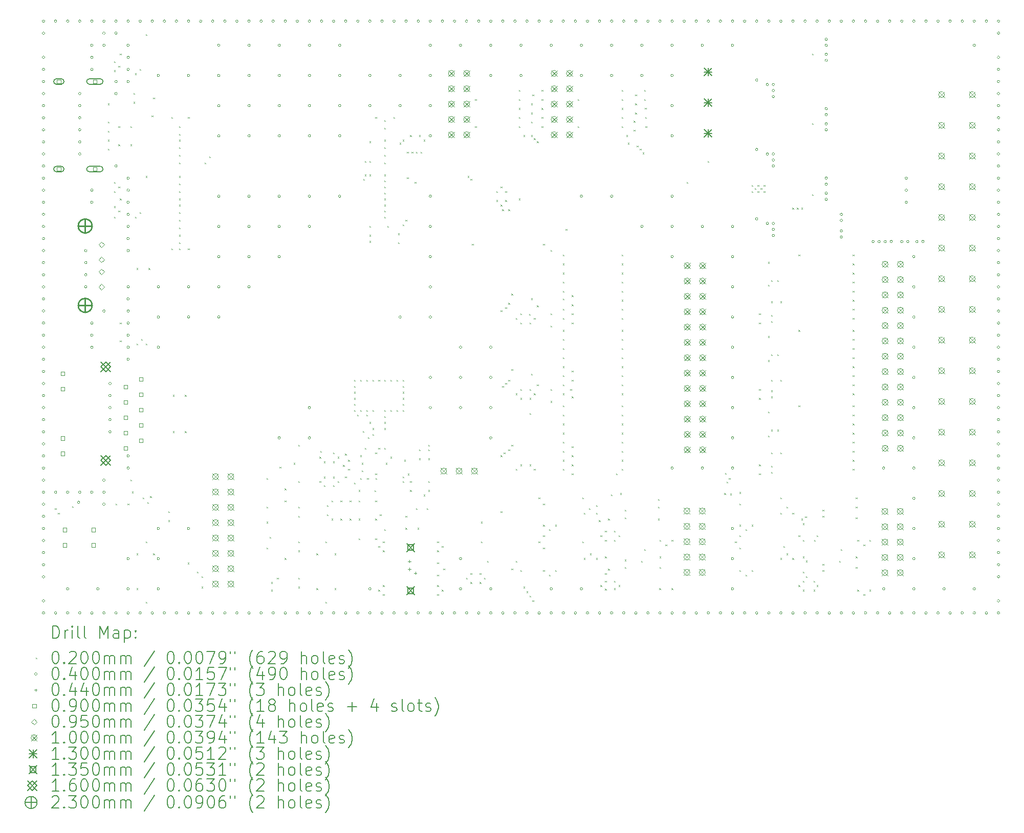
<source format=gbr>
%TF.GenerationSoftware,KiCad,Pcbnew,(6.0.9-0)*%
%TF.CreationDate,2023-02-07T08:34:23+01:00*%
%TF.ProjectId,Cockpit-CPU-Card,436f636b-7069-4742-9d43-50552d436172,A*%
%TF.SameCoordinates,Original*%
%TF.FileFunction,Drillmap*%
%TF.FilePolarity,Positive*%
%FSLAX45Y45*%
G04 Gerber Fmt 4.5, Leading zero omitted, Abs format (unit mm)*
G04 Created by KiCad (PCBNEW (6.0.9-0)) date 2023-02-07 08:34:23*
%MOMM*%
%LPD*%
G01*
G04 APERTURE LIST*
%ADD10C,0.200000*%
%ADD11C,0.020000*%
%ADD12C,0.040000*%
%ADD13C,0.044000*%
%ADD14C,0.090000*%
%ADD15C,0.095000*%
%ADD16C,0.100000*%
%ADD17C,0.130000*%
%ADD18C,0.135000*%
%ADD19C,0.160000*%
%ADD20C,0.230000*%
G04 APERTURE END LIST*
D10*
D11*
X7290000Y-13165000D02*
X7310000Y-13185000D01*
X7310000Y-13165000D02*
X7290000Y-13185000D01*
X7340000Y-13240000D02*
X7360000Y-13260000D01*
X7360000Y-13240000D02*
X7340000Y-13260000D01*
X7572500Y-13132500D02*
X7592500Y-13152500D01*
X7592500Y-13132500D02*
X7572500Y-13152500D01*
X8165000Y-6465000D02*
X8185000Y-6485000D01*
X8185000Y-6465000D02*
X8165000Y-6485000D01*
X8165000Y-6765000D02*
X8185000Y-6785000D01*
X8185000Y-6765000D02*
X8165000Y-6785000D01*
X8165000Y-6915000D02*
X8185000Y-6935000D01*
X8185000Y-6915000D02*
X8165000Y-6935000D01*
X8165000Y-7065000D02*
X8185000Y-7085000D01*
X8185000Y-7065000D02*
X8165000Y-7085000D01*
X8165000Y-7215000D02*
X8185000Y-7235000D01*
X8185000Y-7215000D02*
X8165000Y-7235000D01*
X8265000Y-5765000D02*
X8285000Y-5785000D01*
X8285000Y-5765000D02*
X8265000Y-5785000D01*
X8265000Y-5915000D02*
X8285000Y-5935000D01*
X8285000Y-5915000D02*
X8265000Y-5935000D01*
X8265000Y-7765000D02*
X8285000Y-7785000D01*
X8285000Y-7765000D02*
X8265000Y-7785000D01*
X8265000Y-7915000D02*
X8285000Y-7935000D01*
X8285000Y-7915000D02*
X8265000Y-7935000D01*
X8265000Y-8165000D02*
X8285000Y-8185000D01*
X8285000Y-8165000D02*
X8265000Y-8185000D01*
X8265000Y-8340000D02*
X8285000Y-8360000D01*
X8285000Y-8340000D02*
X8265000Y-8360000D01*
X8290000Y-13090000D02*
X8310000Y-13110000D01*
X8310000Y-13090000D02*
X8290000Y-13110000D01*
X8340000Y-5840000D02*
X8360000Y-5860000D01*
X8360000Y-5840000D02*
X8340000Y-5860000D01*
X8340000Y-6840000D02*
X8360000Y-6860000D01*
X8360000Y-6840000D02*
X8340000Y-6860000D01*
X8340000Y-7140000D02*
X8360000Y-7160000D01*
X8360000Y-7140000D02*
X8340000Y-7160000D01*
X8340000Y-7840000D02*
X8360000Y-7860000D01*
X8360000Y-7840000D02*
X8340000Y-7860000D01*
X8340000Y-8240000D02*
X8360000Y-8260000D01*
X8360000Y-8240000D02*
X8340000Y-8260000D01*
X8365000Y-5640000D02*
X8385000Y-5660000D01*
X8385000Y-5640000D02*
X8365000Y-5660000D01*
X8365000Y-8040000D02*
X8385000Y-8060000D01*
X8385000Y-8040000D02*
X8365000Y-8060000D01*
X8365000Y-10090000D02*
X8385000Y-10110000D01*
X8385000Y-10090000D02*
X8365000Y-10110000D01*
X8365000Y-10390000D02*
X8385000Y-10410000D01*
X8385000Y-10390000D02*
X8365000Y-10410000D01*
X8490000Y-13090000D02*
X8510000Y-13110000D01*
X8510000Y-13090000D02*
X8490000Y-13110000D01*
X8540000Y-6840000D02*
X8560000Y-6860000D01*
X8560000Y-6840000D02*
X8540000Y-6860000D01*
X8540000Y-7140000D02*
X8560000Y-7160000D01*
X8560000Y-7140000D02*
X8540000Y-7160000D01*
X8540000Y-12690000D02*
X8560000Y-12710000D01*
X8560000Y-12690000D02*
X8540000Y-12710000D01*
X8565000Y-12890000D02*
X8585000Y-12910000D01*
X8585000Y-12890000D02*
X8565000Y-12910000D01*
X8590000Y-6290000D02*
X8610000Y-6310000D01*
X8610000Y-6290000D02*
X8590000Y-6310000D01*
X8590000Y-6440000D02*
X8610000Y-6460000D01*
X8610000Y-6440000D02*
X8590000Y-6460000D01*
X8615000Y-5965000D02*
X8635000Y-5985000D01*
X8635000Y-5965000D02*
X8615000Y-5985000D01*
X8615000Y-8340000D02*
X8635000Y-8360000D01*
X8635000Y-8340000D02*
X8615000Y-8360000D01*
X8640000Y-9190000D02*
X8660000Y-9210000D01*
X8660000Y-9190000D02*
X8640000Y-9210000D01*
X8640000Y-10440000D02*
X8660000Y-10460000D01*
X8660000Y-10440000D02*
X8640000Y-10460000D01*
X8640000Y-13915000D02*
X8660000Y-13935000D01*
X8660000Y-13915000D02*
X8640000Y-13935000D01*
X8640000Y-14490000D02*
X8660000Y-14510000D01*
X8660000Y-14490000D02*
X8640000Y-14510000D01*
X8690000Y-5890000D02*
X8710000Y-5910000D01*
X8710000Y-5890000D02*
X8690000Y-5910000D01*
X8690000Y-8265000D02*
X8710000Y-8285000D01*
X8710000Y-8265000D02*
X8690000Y-8285000D01*
X8715000Y-10365000D02*
X8735000Y-10385000D01*
X8735000Y-10365000D02*
X8715000Y-10385000D01*
X8740000Y-12990000D02*
X8760000Y-13010000D01*
X8760000Y-12990000D02*
X8740000Y-13010000D01*
X8790000Y-5315000D02*
X8810000Y-5335000D01*
X8810000Y-5315000D02*
X8790000Y-5335000D01*
X8790000Y-7665000D02*
X8810000Y-7685000D01*
X8810000Y-7665000D02*
X8790000Y-7685000D01*
X8790000Y-10440000D02*
X8810000Y-10460000D01*
X8810000Y-10440000D02*
X8790000Y-10460000D01*
X8790000Y-13715000D02*
X8810000Y-13735000D01*
X8810000Y-13715000D02*
X8790000Y-13735000D01*
X8790000Y-14715000D02*
X8810000Y-14735000D01*
X8810000Y-14715000D02*
X8790000Y-14735000D01*
X8815000Y-13065000D02*
X8835000Y-13085000D01*
X8835000Y-13065000D02*
X8815000Y-13085000D01*
X8840000Y-9190000D02*
X8860000Y-9210000D01*
X8860000Y-9190000D02*
X8840000Y-9210000D01*
X8865000Y-12965000D02*
X8885000Y-12985000D01*
X8885000Y-12965000D02*
X8865000Y-12985000D01*
X8890000Y-6665000D02*
X8910000Y-6685000D01*
X8910000Y-6665000D02*
X8890000Y-6685000D01*
X8915000Y-6365000D02*
X8935000Y-6385000D01*
X8935000Y-6365000D02*
X8915000Y-6385000D01*
X8915000Y-13915000D02*
X8935000Y-13935000D01*
X8935000Y-13915000D02*
X8915000Y-13935000D01*
X9165000Y-13215000D02*
X9185000Y-13235000D01*
X9185000Y-13215000D02*
X9165000Y-13235000D01*
X9165000Y-13365000D02*
X9185000Y-13385000D01*
X9185000Y-13365000D02*
X9165000Y-13385000D01*
X9215000Y-6690000D02*
X9235000Y-6710000D01*
X9235000Y-6690000D02*
X9215000Y-6710000D01*
X9215000Y-8865000D02*
X9235000Y-8885000D01*
X9235000Y-8865000D02*
X9215000Y-8885000D01*
X9240000Y-11290000D02*
X9260000Y-11310000D01*
X9260000Y-11290000D02*
X9240000Y-11310000D01*
X9240000Y-11890000D02*
X9260000Y-11910000D01*
X9260000Y-11890000D02*
X9240000Y-11910000D01*
X9340000Y-6840000D02*
X9360000Y-6860000D01*
X9360000Y-6840000D02*
X9340000Y-6860000D01*
X9340000Y-6965000D02*
X9360000Y-6985000D01*
X9360000Y-6965000D02*
X9340000Y-6985000D01*
X9340000Y-7065000D02*
X9360000Y-7085000D01*
X9360000Y-7065000D02*
X9340000Y-7085000D01*
X9340000Y-7190000D02*
X9360000Y-7210000D01*
X9360000Y-7190000D02*
X9340000Y-7210000D01*
X9340000Y-7315000D02*
X9360000Y-7335000D01*
X9360000Y-7315000D02*
X9340000Y-7335000D01*
X9340000Y-7440000D02*
X9360000Y-7460000D01*
X9360000Y-7440000D02*
X9340000Y-7460000D01*
X9340000Y-7665000D02*
X9360000Y-7685000D01*
X9360000Y-7665000D02*
X9340000Y-7685000D01*
X9340000Y-7790000D02*
X9360000Y-7810000D01*
X9360000Y-7790000D02*
X9340000Y-7810000D01*
X9340000Y-7915000D02*
X9360000Y-7935000D01*
X9360000Y-7915000D02*
X9340000Y-7935000D01*
X9340000Y-8040000D02*
X9360000Y-8060000D01*
X9360000Y-8040000D02*
X9340000Y-8060000D01*
X9340000Y-8140000D02*
X9360000Y-8160000D01*
X9360000Y-8140000D02*
X9340000Y-8160000D01*
X9340000Y-8265000D02*
X9360000Y-8285000D01*
X9360000Y-8265000D02*
X9340000Y-8285000D01*
X9340000Y-8390000D02*
X9360000Y-8410000D01*
X9360000Y-8390000D02*
X9340000Y-8410000D01*
X9340000Y-8515000D02*
X9360000Y-8535000D01*
X9360000Y-8515000D02*
X9340000Y-8535000D01*
X9340000Y-8640000D02*
X9360000Y-8660000D01*
X9360000Y-8640000D02*
X9340000Y-8660000D01*
X9340000Y-8765000D02*
X9360000Y-8785000D01*
X9360000Y-8765000D02*
X9340000Y-8785000D01*
X9340000Y-8865000D02*
X9360000Y-8885000D01*
X9360000Y-8865000D02*
X9340000Y-8885000D01*
X9440000Y-11290000D02*
X9460000Y-11310000D01*
X9460000Y-11290000D02*
X9440000Y-11310000D01*
X9440000Y-11890000D02*
X9460000Y-11910000D01*
X9460000Y-11890000D02*
X9440000Y-11910000D01*
X9487500Y-14067500D02*
X9507500Y-14087500D01*
X9507500Y-14067500D02*
X9487500Y-14087500D01*
X9490000Y-6690000D02*
X9510000Y-6710000D01*
X9510000Y-6690000D02*
X9490000Y-6710000D01*
X9490000Y-8865000D02*
X9510000Y-8885000D01*
X9510000Y-8865000D02*
X9490000Y-8885000D01*
X9640000Y-14215000D02*
X9660000Y-14235000D01*
X9660000Y-14215000D02*
X9640000Y-14235000D01*
X9715000Y-14290000D02*
X9735000Y-14310000D01*
X9735000Y-14290000D02*
X9715000Y-14310000D01*
X9715000Y-14465000D02*
X9735000Y-14485000D01*
X9735000Y-14465000D02*
X9715000Y-14485000D01*
X9765000Y-7440000D02*
X9785000Y-7460000D01*
X9785000Y-7440000D02*
X9765000Y-7460000D01*
X9840000Y-7340000D02*
X9860000Y-7360000D01*
X9860000Y-7340000D02*
X9840000Y-7360000D01*
X10790000Y-12665000D02*
X10810000Y-12685000D01*
X10810000Y-12665000D02*
X10790000Y-12685000D01*
X10790000Y-13140000D02*
X10810000Y-13160000D01*
X10810000Y-13140000D02*
X10790000Y-13160000D01*
X10790000Y-13390000D02*
X10810000Y-13410000D01*
X10810000Y-13390000D02*
X10790000Y-13410000D01*
X10790000Y-13815000D02*
X10810000Y-13835000D01*
X10810000Y-13815000D02*
X10790000Y-13835000D01*
X10840050Y-13640000D02*
X10860050Y-13660000D01*
X10860050Y-13640000D02*
X10840050Y-13660000D01*
X10865000Y-14390000D02*
X10885000Y-14410000D01*
X10885000Y-14390000D02*
X10865000Y-14410000D01*
X10865000Y-14515000D02*
X10885000Y-14535000D01*
X10885000Y-14515000D02*
X10865000Y-14535000D01*
X10965000Y-14315000D02*
X10985000Y-14335000D01*
X10985000Y-14315000D02*
X10965000Y-14335000D01*
X11007423Y-12479164D02*
X11027423Y-12499164D01*
X11027423Y-12479164D02*
X11007423Y-12499164D01*
X11090000Y-12840000D02*
X11110000Y-12860000D01*
X11110000Y-12840000D02*
X11090000Y-12860000D01*
X11090000Y-13040000D02*
X11110000Y-13060000D01*
X11110000Y-13040000D02*
X11090000Y-13060000D01*
X11090000Y-13990000D02*
X11110000Y-14010000D01*
X11110000Y-13990000D02*
X11090000Y-14010000D01*
X11240000Y-12415000D02*
X11260000Y-12435000D01*
X11260000Y-12415000D02*
X11240000Y-12435000D01*
X11315000Y-12115000D02*
X11335000Y-12135000D01*
X11335000Y-12115000D02*
X11315000Y-12135000D01*
X11315000Y-12715000D02*
X11335000Y-12735000D01*
X11335000Y-12715000D02*
X11315000Y-12735000D01*
X11315000Y-13140000D02*
X11335000Y-13160000D01*
X11335000Y-13140000D02*
X11315000Y-13160000D01*
X11315000Y-13290000D02*
X11335000Y-13310000D01*
X11335000Y-13290000D02*
X11315000Y-13310000D01*
X11315000Y-13715000D02*
X11335000Y-13735000D01*
X11335000Y-13715000D02*
X11315000Y-13735000D01*
X11315000Y-13865000D02*
X11335000Y-13885000D01*
X11335000Y-13865000D02*
X11315000Y-13885000D01*
X11315000Y-14315000D02*
X11335000Y-14335000D01*
X11335000Y-14315000D02*
X11315000Y-14335000D01*
X11315000Y-14465000D02*
X11335000Y-14485000D01*
X11335000Y-14465000D02*
X11315000Y-14485000D01*
X11615000Y-13915000D02*
X11635000Y-13935000D01*
X11635000Y-13915000D02*
X11615000Y-13935000D01*
X11615000Y-14490000D02*
X11635000Y-14510000D01*
X11635000Y-14490000D02*
X11615000Y-14510000D01*
X11665000Y-12315000D02*
X11685000Y-12335000D01*
X11685000Y-12315000D02*
X11665000Y-12335000D01*
X11665000Y-12715000D02*
X11685000Y-12735000D01*
X11685000Y-12715000D02*
X11665000Y-12735000D01*
X11679705Y-12214950D02*
X11699705Y-12234950D01*
X11699705Y-12214950D02*
X11679705Y-12234950D01*
X11740000Y-12390000D02*
X11760000Y-12410000D01*
X11760000Y-12390000D02*
X11740000Y-12410000D01*
X11740000Y-12644800D02*
X11760000Y-12664800D01*
X11760000Y-12644800D02*
X11740000Y-12664800D01*
X11740623Y-12785200D02*
X11760623Y-12805200D01*
X11760623Y-12785200D02*
X11740623Y-12805200D01*
X11765000Y-13715000D02*
X11785000Y-13735000D01*
X11785000Y-13715000D02*
X11765000Y-13735000D01*
X11765000Y-14715000D02*
X11785000Y-14735000D01*
X11785000Y-14715000D02*
X11765000Y-14735000D01*
X11790000Y-13115000D02*
X11810000Y-13135000D01*
X11810000Y-13115000D02*
X11790000Y-13135000D01*
X11790000Y-13265000D02*
X11810000Y-13285000D01*
X11810000Y-13265000D02*
X11790000Y-13285000D01*
X11865000Y-13040000D02*
X11885000Y-13060000D01*
X11885000Y-13040000D02*
X11865000Y-13060000D01*
X11865000Y-13340000D02*
X11885000Y-13360000D01*
X11885000Y-13340000D02*
X11865000Y-13360000D01*
X11889553Y-12644800D02*
X11909553Y-12664800D01*
X11909553Y-12644800D02*
X11889553Y-12664800D01*
X11890000Y-12240000D02*
X11910000Y-12260000D01*
X11910000Y-12240000D02*
X11890000Y-12260000D01*
X11890000Y-12390000D02*
X11910000Y-12410000D01*
X11910000Y-12390000D02*
X11890000Y-12410000D01*
X11890000Y-12785200D02*
X11910000Y-12805200D01*
X11910000Y-12785200D02*
X11890000Y-12805200D01*
X11915000Y-13915000D02*
X11935000Y-13935000D01*
X11935000Y-13915000D02*
X11915000Y-13935000D01*
X11915000Y-14490000D02*
X11935000Y-14510000D01*
X11935000Y-14490000D02*
X11915000Y-14510000D01*
X11965000Y-12315000D02*
X11985000Y-12335000D01*
X11985000Y-12315000D02*
X11965000Y-12335000D01*
X11965000Y-12715000D02*
X11985000Y-12735000D01*
X11985000Y-12715000D02*
X11965000Y-12735000D01*
X12015000Y-13040000D02*
X12035000Y-13060000D01*
X12035000Y-13040000D02*
X12015000Y-13060000D01*
X12015000Y-13340000D02*
X12035000Y-13360000D01*
X12035000Y-13340000D02*
X12015000Y-13360000D01*
X12054680Y-12450320D02*
X12074680Y-12470320D01*
X12074680Y-12450320D02*
X12054680Y-12470320D01*
X12090000Y-12640000D02*
X12110000Y-12660000D01*
X12110000Y-12640000D02*
X12090000Y-12660000D01*
X12090000Y-12265000D02*
X12110000Y-12285000D01*
X12110000Y-12265000D02*
X12090000Y-12285000D01*
X12140000Y-12365000D02*
X12160000Y-12385000D01*
X12160000Y-12365000D02*
X12140000Y-12385000D01*
X12140000Y-12515000D02*
X12160000Y-12535000D01*
X12160000Y-12515000D02*
X12140000Y-12535000D01*
X12165000Y-13040000D02*
X12185000Y-13060000D01*
X12185000Y-13040000D02*
X12165000Y-13060000D01*
X12165000Y-13340000D02*
X12185000Y-13360000D01*
X12185000Y-13340000D02*
X12165000Y-13360000D01*
X12240000Y-11040000D02*
X12260000Y-11060000D01*
X12260000Y-11040000D02*
X12240000Y-11060000D01*
X12240000Y-11140000D02*
X12260000Y-11160000D01*
X12260000Y-11140000D02*
X12240000Y-11160000D01*
X12240000Y-11240000D02*
X12260000Y-11260000D01*
X12260000Y-11240000D02*
X12240000Y-11260000D01*
X12240000Y-11340000D02*
X12260000Y-11360000D01*
X12260000Y-11340000D02*
X12240000Y-11360000D01*
X12240000Y-11440000D02*
X12260000Y-11460000D01*
X12260000Y-11440000D02*
X12240000Y-11460000D01*
X12240000Y-11540000D02*
X12260000Y-11560000D01*
X12260000Y-11540000D02*
X12240000Y-11560000D01*
X12240000Y-12740000D02*
X12260000Y-12760000D01*
X12260000Y-12740000D02*
X12240000Y-12760000D01*
X12290000Y-11615000D02*
X12310000Y-11635000D01*
X12310000Y-11615000D02*
X12290000Y-11635000D01*
X12315000Y-12865000D02*
X12335000Y-12885000D01*
X12335000Y-12865000D02*
X12315000Y-12885000D01*
X12315000Y-13040000D02*
X12335000Y-13060000D01*
X12335000Y-13040000D02*
X12315000Y-13060000D01*
X12315000Y-13340000D02*
X12335000Y-13360000D01*
X12335000Y-13340000D02*
X12315000Y-13360000D01*
X12315000Y-13665000D02*
X12335000Y-13685000D01*
X12335000Y-13665000D02*
X12315000Y-13685000D01*
X12340000Y-11040000D02*
X12360000Y-11060000D01*
X12360000Y-11040000D02*
X12340000Y-11060000D01*
X12340000Y-11540000D02*
X12360000Y-11560000D01*
X12360000Y-11540000D02*
X12340000Y-11560000D01*
X12340000Y-12290000D02*
X12360000Y-12310000D01*
X12360000Y-12290000D02*
X12340000Y-12310000D01*
X12340000Y-12665000D02*
X12360000Y-12685000D01*
X12360000Y-12665000D02*
X12340000Y-12685000D01*
X12365000Y-12415000D02*
X12385000Y-12435000D01*
X12385000Y-12415000D02*
X12365000Y-12435000D01*
X12365000Y-12540000D02*
X12385000Y-12560000D01*
X12385000Y-12540000D02*
X12365000Y-12560000D01*
X12380036Y-11887100D02*
X12400036Y-11907100D01*
X12400036Y-11887100D02*
X12380036Y-11907100D01*
X12390000Y-7715000D02*
X12410000Y-7735000D01*
X12410000Y-7715000D02*
X12390000Y-7735000D01*
X12415000Y-7415000D02*
X12435000Y-7435000D01*
X12435000Y-7415000D02*
X12415000Y-7435000D01*
X12415000Y-7640000D02*
X12435000Y-7660000D01*
X12435000Y-7640000D02*
X12415000Y-7660000D01*
X12415000Y-12165000D02*
X12435000Y-12185000D01*
X12435000Y-12165000D02*
X12415000Y-12185000D01*
X12440000Y-11040000D02*
X12460000Y-11060000D01*
X12460000Y-11040000D02*
X12440000Y-11060000D01*
X12440000Y-11540000D02*
X12460000Y-11560000D01*
X12460000Y-11540000D02*
X12440000Y-11560000D01*
X12440000Y-11615000D02*
X12460000Y-11635000D01*
X12460000Y-11615000D02*
X12440000Y-11635000D01*
X12455050Y-12667023D02*
X12475050Y-12687023D01*
X12475050Y-12667023D02*
X12455050Y-12687023D01*
X12465000Y-11990000D02*
X12485000Y-12010000D01*
X12485000Y-11990000D02*
X12465000Y-12010000D01*
X12490000Y-7090000D02*
X12510000Y-7110000D01*
X12510000Y-7090000D02*
X12490000Y-7110000D01*
X12490000Y-7415000D02*
X12510000Y-7435000D01*
X12510000Y-7415000D02*
X12490000Y-7435000D01*
X12490000Y-7640000D02*
X12510000Y-7660000D01*
X12510000Y-7640000D02*
X12490000Y-7660000D01*
X12490000Y-8490000D02*
X12510000Y-8510000D01*
X12510000Y-8490000D02*
X12490000Y-8510000D01*
X12490000Y-8640000D02*
X12510000Y-8660000D01*
X12510000Y-8640000D02*
X12490000Y-8660000D01*
X12490000Y-8740000D02*
X12510000Y-8760000D01*
X12510000Y-8740000D02*
X12490000Y-8760000D01*
X12490000Y-11740000D02*
X12510000Y-11760000D01*
X12510000Y-11740000D02*
X12490000Y-11760000D01*
X12540000Y-11040000D02*
X12560000Y-11060000D01*
X12560000Y-11040000D02*
X12540000Y-11060000D01*
X12540000Y-11540000D02*
X12560000Y-11560000D01*
X12560000Y-11540000D02*
X12540000Y-11560000D01*
X12540000Y-11840000D02*
X12560000Y-11860000D01*
X12560000Y-11840000D02*
X12540000Y-11860000D01*
X12540000Y-11940000D02*
X12560000Y-11960000D01*
X12560000Y-11940000D02*
X12540000Y-11960000D01*
X12574950Y-12869543D02*
X12594950Y-12889543D01*
X12594950Y-12869543D02*
X12574950Y-12889543D01*
X12590000Y-6690000D02*
X12610000Y-6710000D01*
X12610000Y-6690000D02*
X12590000Y-6710000D01*
X12590000Y-12240000D02*
X12610000Y-12260000D01*
X12610000Y-12240000D02*
X12590000Y-12260000D01*
X12590000Y-12590000D02*
X12610000Y-12610000D01*
X12610000Y-12590000D02*
X12590000Y-12610000D01*
X12590000Y-13040000D02*
X12610000Y-13060000D01*
X12610000Y-13040000D02*
X12590000Y-13060000D01*
X12590000Y-13340000D02*
X12610000Y-13360000D01*
X12610000Y-13340000D02*
X12590000Y-13360000D01*
X12590000Y-13665000D02*
X12610000Y-13685000D01*
X12610000Y-13665000D02*
X12590000Y-13685000D01*
X12593621Y-12663189D02*
X12613621Y-12683189D01*
X12613621Y-12663189D02*
X12593621Y-12683189D01*
X12640000Y-11040000D02*
X12660000Y-11060000D01*
X12660000Y-11040000D02*
X12640000Y-11060000D01*
X12640000Y-12165000D02*
X12660000Y-12185000D01*
X12660000Y-12165000D02*
X12640000Y-12185000D01*
X12640000Y-13790000D02*
X12660000Y-13810000D01*
X12660000Y-13790000D02*
X12640000Y-13810000D01*
X12640000Y-14515000D02*
X12660000Y-14535000D01*
X12660000Y-14515000D02*
X12640000Y-14535000D01*
X12665000Y-13265000D02*
X12685000Y-13285000D01*
X12685000Y-13265000D02*
X12665000Y-13285000D01*
X12715000Y-13715000D02*
X12735000Y-13735000D01*
X12735000Y-13715000D02*
X12715000Y-13735000D01*
X12715000Y-13865000D02*
X12735000Y-13885000D01*
X12735000Y-13865000D02*
X12715000Y-13885000D01*
X12715000Y-14440000D02*
X12735000Y-14460000D01*
X12735000Y-14440000D02*
X12715000Y-14460000D01*
X12715000Y-14590000D02*
X12735000Y-14610000D01*
X12735000Y-14590000D02*
X12715000Y-14610000D01*
X12740000Y-6740000D02*
X12760000Y-6760000D01*
X12760000Y-6740000D02*
X12740000Y-6760000D01*
X12740000Y-6865000D02*
X12760000Y-6885000D01*
X12760000Y-6865000D02*
X12740000Y-6885000D01*
X12740000Y-7065000D02*
X12760000Y-7085000D01*
X12760000Y-7065000D02*
X12740000Y-7085000D01*
X12740000Y-7190000D02*
X12760000Y-7210000D01*
X12760000Y-7190000D02*
X12740000Y-7210000D01*
X12740000Y-7315000D02*
X12760000Y-7335000D01*
X12760000Y-7315000D02*
X12740000Y-7335000D01*
X12740000Y-7440000D02*
X12760000Y-7460000D01*
X12760000Y-7440000D02*
X12740000Y-7460000D01*
X12740000Y-7640000D02*
X12760000Y-7660000D01*
X12760000Y-7640000D02*
X12740000Y-7660000D01*
X12740000Y-7740000D02*
X12760000Y-7760000D01*
X12760000Y-7740000D02*
X12740000Y-7760000D01*
X12740000Y-7840000D02*
X12760000Y-7860000D01*
X12760000Y-7840000D02*
X12740000Y-7860000D01*
X12740000Y-7940000D02*
X12760000Y-7960000D01*
X12760000Y-7940000D02*
X12740000Y-7960000D01*
X12740000Y-8040000D02*
X12760000Y-8060000D01*
X12760000Y-8040000D02*
X12740000Y-8060000D01*
X12740000Y-8140000D02*
X12760000Y-8160000D01*
X12760000Y-8140000D02*
X12740000Y-8160000D01*
X12740000Y-8240000D02*
X12760000Y-8260000D01*
X12760000Y-8240000D02*
X12740000Y-8260000D01*
X12740000Y-8340000D02*
X12760000Y-8360000D01*
X12760000Y-8340000D02*
X12740000Y-8360000D01*
X12740000Y-11040000D02*
X12760000Y-11060000D01*
X12760000Y-11040000D02*
X12740000Y-11060000D01*
X12740000Y-11540000D02*
X12760000Y-11560000D01*
X12760000Y-11540000D02*
X12740000Y-11560000D01*
X12740000Y-11640000D02*
X12760000Y-11660000D01*
X12760000Y-11640000D02*
X12740000Y-11660000D01*
X12740000Y-11740000D02*
X12760000Y-11760000D01*
X12760000Y-11740000D02*
X12740000Y-11760000D01*
X12740000Y-11840000D02*
X12760000Y-11860000D01*
X12760000Y-11840000D02*
X12740000Y-11860000D01*
X12740000Y-12165000D02*
X12760000Y-12185000D01*
X12760000Y-12165000D02*
X12740000Y-12185000D01*
X12740000Y-13515000D02*
X12760000Y-13535000D01*
X12760000Y-13515000D02*
X12740000Y-13535000D01*
X12765000Y-12415000D02*
X12785000Y-12435000D01*
X12785000Y-12415000D02*
X12765000Y-12435000D01*
X12790000Y-8490000D02*
X12810000Y-8510000D01*
X12810000Y-8490000D02*
X12790000Y-8510000D01*
X12840000Y-11040000D02*
X12860000Y-11060000D01*
X12860000Y-11040000D02*
X12840000Y-11060000D01*
X12840000Y-11540000D02*
X12860000Y-11560000D01*
X12860000Y-11540000D02*
X12840000Y-11560000D01*
X12840000Y-12315000D02*
X12860000Y-12335000D01*
X12860000Y-12315000D02*
X12840000Y-12335000D01*
X12890000Y-6690000D02*
X12910000Y-6710000D01*
X12910000Y-6690000D02*
X12890000Y-6710000D01*
X12940000Y-11040000D02*
X12960000Y-11060000D01*
X12960000Y-11040000D02*
X12940000Y-11060000D01*
X12940000Y-11540000D02*
X12960000Y-11560000D01*
X12960000Y-11540000D02*
X12940000Y-11560000D01*
X12965000Y-8615000D02*
X12985000Y-8635000D01*
X12985000Y-8615000D02*
X12965000Y-8635000D01*
X12965000Y-8765000D02*
X12985000Y-8785000D01*
X12985000Y-8765000D02*
X12965000Y-8785000D01*
X12990000Y-7115000D02*
X13010000Y-7135000D01*
X13010000Y-7115000D02*
X12990000Y-7135000D01*
X13040000Y-7065000D02*
X13060000Y-7085000D01*
X13060000Y-7065000D02*
X13040000Y-7085000D01*
X13040000Y-8465000D02*
X13060000Y-8485000D01*
X13060000Y-8465000D02*
X13040000Y-8485000D01*
X13040000Y-11040000D02*
X13060000Y-11060000D01*
X13060000Y-11040000D02*
X13040000Y-11060000D01*
X13040000Y-11140000D02*
X13060000Y-11160000D01*
X13060000Y-11140000D02*
X13040000Y-11160000D01*
X13040000Y-11240000D02*
X13060000Y-11260000D01*
X13060000Y-11240000D02*
X13040000Y-11260000D01*
X13040000Y-11340000D02*
X13060000Y-11360000D01*
X13060000Y-11340000D02*
X13040000Y-11360000D01*
X13040000Y-11440000D02*
X13060000Y-11460000D01*
X13060000Y-11440000D02*
X13040000Y-11460000D01*
X13040000Y-11540000D02*
X13060000Y-11560000D01*
X13060000Y-11540000D02*
X13040000Y-11560000D01*
X13040000Y-12641000D02*
X13060000Y-12661000D01*
X13060000Y-12641000D02*
X13040000Y-12661000D01*
X13040000Y-12715000D02*
X13060000Y-12735000D01*
X13060000Y-12715000D02*
X13040000Y-12735000D01*
X13065000Y-12365000D02*
X13085000Y-12385000D01*
X13085000Y-12365000D02*
X13065000Y-12385000D01*
X13090000Y-8390000D02*
X13110000Y-8410000D01*
X13110000Y-8390000D02*
X13090000Y-8410000D01*
X13090000Y-13290000D02*
X13110000Y-13310000D01*
X13110000Y-13290000D02*
X13090000Y-13310000D01*
X13090000Y-13490000D02*
X13110000Y-13510000D01*
X13110000Y-13490000D02*
X13090000Y-13510000D01*
X13115000Y-7265000D02*
X13135000Y-7285000D01*
X13135000Y-7265000D02*
X13115000Y-7285000D01*
X13115000Y-7690000D02*
X13135000Y-7710000D01*
X13135000Y-7690000D02*
X13115000Y-7710000D01*
X13126822Y-12593050D02*
X13146822Y-12613050D01*
X13146822Y-12593050D02*
X13126822Y-12613050D01*
X13165000Y-6990000D02*
X13185000Y-7010000D01*
X13185000Y-6990000D02*
X13165000Y-7010000D01*
X13165000Y-12715000D02*
X13185000Y-12735000D01*
X13185000Y-12715000D02*
X13165000Y-12735000D01*
X13165000Y-12865000D02*
X13185000Y-12885000D01*
X13185000Y-12865000D02*
X13165000Y-12885000D01*
X13190000Y-7265000D02*
X13210000Y-7285000D01*
X13210000Y-7265000D02*
X13190000Y-7285000D01*
X13240000Y-7765000D02*
X13260000Y-7785000D01*
X13260000Y-7765000D02*
X13240000Y-7785000D01*
X13265000Y-7265000D02*
X13285000Y-7285000D01*
X13285000Y-7265000D02*
X13265000Y-7285000D01*
X13265000Y-13165000D02*
X13285000Y-13185000D01*
X13285000Y-13165000D02*
X13265000Y-13185000D01*
X13290000Y-13490000D02*
X13310000Y-13510000D01*
X13310000Y-13490000D02*
X13290000Y-13510000D01*
X13315000Y-6990000D02*
X13335000Y-7010000D01*
X13335000Y-6990000D02*
X13315000Y-7010000D01*
X13315000Y-12190000D02*
X13335000Y-12210000D01*
X13335000Y-12190000D02*
X13315000Y-12210000D01*
X13315000Y-12340000D02*
X13335000Y-12360000D01*
X13335000Y-12340000D02*
X13315000Y-12360000D01*
X13340000Y-7265000D02*
X13360000Y-7285000D01*
X13360000Y-7265000D02*
X13340000Y-7285000D01*
X13390000Y-7065000D02*
X13410000Y-7085000D01*
X13410000Y-7065000D02*
X13390000Y-7085000D01*
X13390000Y-12940000D02*
X13410000Y-12960000D01*
X13410000Y-12940000D02*
X13390000Y-12960000D01*
X13440000Y-13165000D02*
X13460000Y-13185000D01*
X13460000Y-13165000D02*
X13440000Y-13185000D01*
X13465000Y-12115000D02*
X13485000Y-12135000D01*
X13485000Y-12115000D02*
X13465000Y-12135000D01*
X13465000Y-12190000D02*
X13485000Y-12210000D01*
X13485000Y-12190000D02*
X13465000Y-12210000D01*
X13465000Y-12340000D02*
X13485000Y-12360000D01*
X13485000Y-12340000D02*
X13465000Y-12360000D01*
X13465000Y-12715000D02*
X13485000Y-12735000D01*
X13485000Y-12715000D02*
X13465000Y-12735000D01*
X13465000Y-12865000D02*
X13485000Y-12885000D01*
X13485000Y-12865000D02*
X13465000Y-12885000D01*
X13615000Y-13715000D02*
X13635000Y-13735000D01*
X13635000Y-13715000D02*
X13615000Y-13735000D01*
X13615000Y-13865000D02*
X13635000Y-13885000D01*
X13635000Y-13865000D02*
X13615000Y-13885000D01*
X13615000Y-14065000D02*
X13635000Y-14085000D01*
X13635000Y-14065000D02*
X13615000Y-14085000D01*
X13615000Y-14265000D02*
X13635000Y-14285000D01*
X13635000Y-14265000D02*
X13615000Y-14285000D01*
X13615000Y-14440000D02*
X13635000Y-14460000D01*
X13635000Y-14440000D02*
X13615000Y-14460000D01*
X13615000Y-14590000D02*
X13635000Y-14610000D01*
X13635000Y-14590000D02*
X13615000Y-14610000D01*
X13690000Y-13790000D02*
X13710000Y-13810000D01*
X13710000Y-13790000D02*
X13690000Y-13810000D01*
X13690000Y-14515000D02*
X13710000Y-14535000D01*
X13710000Y-14515000D02*
X13690000Y-14535000D01*
X13715000Y-14165000D02*
X13735000Y-14185000D01*
X13735000Y-14165000D02*
X13715000Y-14185000D01*
X14090000Y-14315000D02*
X14110000Y-14335000D01*
X14110000Y-14315000D02*
X14090000Y-14335000D01*
X14115000Y-7665000D02*
X14135000Y-7685000D01*
X14135000Y-7665000D02*
X14115000Y-7685000D01*
X14165000Y-7715000D02*
X14185000Y-7735000D01*
X14185000Y-7715000D02*
X14165000Y-7735000D01*
X14165000Y-14240000D02*
X14185000Y-14260000D01*
X14185000Y-14240000D02*
X14165000Y-14260000D01*
X14165000Y-14390000D02*
X14185000Y-14410000D01*
X14185000Y-14390000D02*
X14165000Y-14410000D01*
X14190000Y-8790000D02*
X14210000Y-8810000D01*
X14210000Y-8790000D02*
X14190000Y-8810000D01*
X14240000Y-6390000D02*
X14260000Y-6410000D01*
X14260000Y-6390000D02*
X14240000Y-6410000D01*
X14240000Y-6840000D02*
X14260000Y-6860000D01*
X14260000Y-6840000D02*
X14240000Y-6860000D01*
X14315000Y-14240000D02*
X14335000Y-14260000D01*
X14335000Y-14240000D02*
X14315000Y-14260000D01*
X14315000Y-14390000D02*
X14335000Y-14410000D01*
X14335000Y-14390000D02*
X14315000Y-14410000D01*
X14340000Y-13390000D02*
X14360000Y-13410000D01*
X14360000Y-13390000D02*
X14340000Y-13410000D01*
X14340000Y-13715000D02*
X14360000Y-13735000D01*
X14360000Y-13715000D02*
X14340000Y-13735000D01*
X14390000Y-14315000D02*
X14410000Y-14335000D01*
X14410000Y-14315000D02*
X14390000Y-14335000D01*
X14440000Y-14040000D02*
X14460000Y-14060000D01*
X14460000Y-14040000D02*
X14440000Y-14060000D01*
X14590000Y-7915000D02*
X14610000Y-7935000D01*
X14610000Y-7915000D02*
X14590000Y-7935000D01*
X14590000Y-8065000D02*
X14610000Y-8085000D01*
X14610000Y-8065000D02*
X14590000Y-8085000D01*
X14665000Y-7840000D02*
X14685000Y-7860000D01*
X14685000Y-7840000D02*
X14665000Y-7860000D01*
X14665000Y-8140000D02*
X14685000Y-8160000D01*
X14685000Y-8140000D02*
X14665000Y-8160000D01*
X14665000Y-9890000D02*
X14685000Y-9910000D01*
X14685000Y-9890000D02*
X14665000Y-9910000D01*
X14665000Y-12290000D02*
X14685000Y-12310000D01*
X14685000Y-12290000D02*
X14665000Y-12310000D01*
X14665000Y-13215000D02*
X14685000Y-13235000D01*
X14685000Y-13215000D02*
X14665000Y-13235000D01*
X14690000Y-8215000D02*
X14710000Y-8235000D01*
X14710000Y-8215000D02*
X14690000Y-8235000D01*
X14690000Y-11140000D02*
X14710000Y-11160000D01*
X14710000Y-11140000D02*
X14690000Y-11160000D01*
X14715000Y-12240000D02*
X14735000Y-12260000D01*
X14735000Y-12240000D02*
X14715000Y-12260000D01*
X14740000Y-7915000D02*
X14760000Y-7935000D01*
X14760000Y-7915000D02*
X14740000Y-7935000D01*
X14740000Y-8065000D02*
X14760000Y-8085000D01*
X14760000Y-8065000D02*
X14740000Y-8085000D01*
X14740000Y-9840000D02*
X14760000Y-9860000D01*
X14760000Y-9840000D02*
X14740000Y-9860000D01*
X14740000Y-11090000D02*
X14760000Y-11110000D01*
X14760000Y-11090000D02*
X14740000Y-11110000D01*
X14790000Y-8215000D02*
X14810000Y-8235000D01*
X14810000Y-8215000D02*
X14790000Y-8235000D01*
X14790000Y-9765000D02*
X14810000Y-9785000D01*
X14810000Y-9765000D02*
X14790000Y-9785000D01*
X14790000Y-11040000D02*
X14810000Y-11060000D01*
X14810000Y-11040000D02*
X14790000Y-11060000D01*
X14790000Y-12192050D02*
X14810000Y-12212050D01*
X14810000Y-12192050D02*
X14790000Y-12212050D01*
X14840000Y-9615000D02*
X14860000Y-9635000D01*
X14860000Y-9615000D02*
X14840000Y-9635000D01*
X14840000Y-10865000D02*
X14860000Y-10885000D01*
X14860000Y-10865000D02*
X14840000Y-10885000D01*
X14840000Y-12115000D02*
X14860000Y-12135000D01*
X14860000Y-12115000D02*
X14840000Y-12135000D01*
X14840000Y-14165000D02*
X14860000Y-14185000D01*
X14860000Y-14165000D02*
X14840000Y-14185000D01*
X14915000Y-10015000D02*
X14935000Y-10035000D01*
X14935000Y-10015000D02*
X14915000Y-10035000D01*
X14915000Y-11265000D02*
X14935000Y-11285000D01*
X14935000Y-11265000D02*
X14915000Y-11285000D01*
X14915000Y-12515000D02*
X14935000Y-12535000D01*
X14935000Y-12515000D02*
X14915000Y-12535000D01*
X14915000Y-14040000D02*
X14935000Y-14060000D01*
X14935000Y-14040000D02*
X14915000Y-14060000D01*
X14965000Y-6240000D02*
X14985000Y-6260000D01*
X14985000Y-6240000D02*
X14965000Y-6260000D01*
X14965000Y-6390000D02*
X14985000Y-6410000D01*
X14985000Y-6390000D02*
X14965000Y-6410000D01*
X14965000Y-6540000D02*
X14985000Y-6560000D01*
X14985000Y-6540000D02*
X14965000Y-6560000D01*
X14965000Y-6690000D02*
X14985000Y-6710000D01*
X14985000Y-6690000D02*
X14965000Y-6710000D01*
X14965000Y-6840000D02*
X14985000Y-6860000D01*
X14985000Y-6840000D02*
X14965000Y-6860000D01*
X14965000Y-8040000D02*
X14985000Y-8060000D01*
X14985000Y-8040000D02*
X14965000Y-8060000D01*
X14990000Y-9940000D02*
X15010000Y-9960000D01*
X15010000Y-9940000D02*
X14990000Y-9960000D01*
X14990000Y-10090000D02*
X15010000Y-10110000D01*
X15010000Y-10090000D02*
X14990000Y-10110000D01*
X14990000Y-11190000D02*
X15010000Y-11210000D01*
X15010000Y-11190000D02*
X14990000Y-11210000D01*
X14990000Y-11340000D02*
X15010000Y-11360000D01*
X15010000Y-11340000D02*
X14990000Y-11360000D01*
X14990000Y-12440000D02*
X15010000Y-12460000D01*
X15010000Y-12440000D02*
X14990000Y-12460000D01*
X14990000Y-14190000D02*
X15010000Y-14210000D01*
X15010000Y-14190000D02*
X14990000Y-14210000D01*
X15040000Y-6990000D02*
X15060000Y-7010000D01*
X15060000Y-6990000D02*
X15040000Y-7010000D01*
X15040000Y-14465000D02*
X15060000Y-14485000D01*
X15060000Y-14465000D02*
X15040000Y-14485000D01*
X15090000Y-14540000D02*
X15110000Y-14560000D01*
X15110000Y-14540000D02*
X15090000Y-14560000D01*
X15131448Y-9948552D02*
X15151448Y-9968552D01*
X15151448Y-9948552D02*
X15131448Y-9968552D01*
X15140000Y-10090000D02*
X15160000Y-10110000D01*
X15160000Y-10090000D02*
X15140000Y-10110000D01*
X15140000Y-11190000D02*
X15160000Y-11210000D01*
X15160000Y-11190000D02*
X15140000Y-11210000D01*
X15140000Y-11340000D02*
X15160000Y-11360000D01*
X15160000Y-11340000D02*
X15140000Y-11360000D01*
X15140000Y-11590000D02*
X15160000Y-11610000D01*
X15160000Y-11590000D02*
X15140000Y-11610000D01*
X15140000Y-12440000D02*
X15160000Y-12460000D01*
X15160000Y-12440000D02*
X15140000Y-12460000D01*
X15140000Y-14615000D02*
X15160000Y-14635000D01*
X15160000Y-14615000D02*
X15140000Y-14635000D01*
X15165000Y-6465000D02*
X15185000Y-6485000D01*
X15185000Y-6465000D02*
X15165000Y-6485000D01*
X15165000Y-6615000D02*
X15185000Y-6635000D01*
X15185000Y-6615000D02*
X15165000Y-6635000D01*
X15165000Y-6765000D02*
X15185000Y-6785000D01*
X15185000Y-6765000D02*
X15165000Y-6785000D01*
X15165000Y-6990000D02*
X15185000Y-7010000D01*
X15185000Y-6990000D02*
X15165000Y-7010000D01*
X15165000Y-9690000D02*
X15185000Y-9710000D01*
X15185000Y-9690000D02*
X15165000Y-9710000D01*
X15165000Y-10940000D02*
X15185000Y-10960000D01*
X15185000Y-10940000D02*
X15165000Y-10960000D01*
X15190000Y-6315000D02*
X15210000Y-6335000D01*
X15210000Y-6315000D02*
X15190000Y-6335000D01*
X15190000Y-14690000D02*
X15210000Y-14710000D01*
X15210000Y-14690000D02*
X15190000Y-14710000D01*
X15215000Y-7040000D02*
X15235000Y-7060000D01*
X15235000Y-7040000D02*
X15215000Y-7060000D01*
X15215000Y-10015000D02*
X15235000Y-10035000D01*
X15235000Y-10015000D02*
X15215000Y-10035000D01*
X15215000Y-11265000D02*
X15235000Y-11285000D01*
X15235000Y-11265000D02*
X15215000Y-11285000D01*
X15215000Y-12515000D02*
X15235000Y-12535000D01*
X15235000Y-12515000D02*
X15215000Y-12535000D01*
X15263465Y-9808100D02*
X15283465Y-9828100D01*
X15283465Y-9808100D02*
X15263465Y-9828100D01*
X15265000Y-7090000D02*
X15285000Y-7110000D01*
X15285000Y-7090000D02*
X15265000Y-7110000D01*
X15265000Y-11115000D02*
X15285000Y-11135000D01*
X15285000Y-11115000D02*
X15265000Y-11135000D01*
X15290000Y-12990000D02*
X15310000Y-13010000D01*
X15310000Y-12990000D02*
X15290000Y-13010000D01*
X15290000Y-13715000D02*
X15310000Y-13735000D01*
X15310000Y-13715000D02*
X15290000Y-13735000D01*
X15340000Y-6240000D02*
X15360000Y-6260000D01*
X15360000Y-6240000D02*
X15340000Y-6260000D01*
X15340000Y-6390000D02*
X15360000Y-6410000D01*
X15360000Y-6390000D02*
X15340000Y-6410000D01*
X15340000Y-6540000D02*
X15360000Y-6560000D01*
X15360000Y-6540000D02*
X15340000Y-6560000D01*
X15340000Y-6690000D02*
X15360000Y-6710000D01*
X15360000Y-6690000D02*
X15340000Y-6710000D01*
X15340000Y-6840000D02*
X15360000Y-6860000D01*
X15360000Y-6840000D02*
X15340000Y-6860000D01*
X15365000Y-8790000D02*
X15385000Y-8810000D01*
X15385000Y-8790000D02*
X15365000Y-8810000D01*
X15365000Y-13090000D02*
X15385000Y-13110000D01*
X15385000Y-13090000D02*
X15365000Y-13110000D01*
X15365000Y-13440000D02*
X15385000Y-13460000D01*
X15385000Y-13440000D02*
X15365000Y-13460000D01*
X15365000Y-13615000D02*
X15385000Y-13635000D01*
X15385000Y-13615000D02*
X15365000Y-13635000D01*
X15365000Y-13815000D02*
X15385000Y-13835000D01*
X15385000Y-13815000D02*
X15365000Y-13835000D01*
X15365000Y-14190000D02*
X15385000Y-14210000D01*
X15385000Y-14190000D02*
X15365000Y-14210000D01*
X15465000Y-13515000D02*
X15485000Y-13535000D01*
X15485000Y-13515000D02*
X15465000Y-13535000D01*
X15465000Y-14265000D02*
X15485000Y-14285000D01*
X15485000Y-14265000D02*
X15465000Y-14285000D01*
X15490000Y-8890000D02*
X15510000Y-8910000D01*
X15510000Y-8890000D02*
X15490000Y-8910000D01*
X15490000Y-9940000D02*
X15510000Y-9960000D01*
X15510000Y-9940000D02*
X15490000Y-9960000D01*
X15490000Y-10140000D02*
X15510000Y-10160000D01*
X15510000Y-10140000D02*
X15490000Y-10160000D01*
X15490000Y-11190000D02*
X15510000Y-11210000D01*
X15510000Y-11190000D02*
X15490000Y-11210000D01*
X15490000Y-11390000D02*
X15510000Y-11410000D01*
X15510000Y-11390000D02*
X15490000Y-11410000D01*
X15565000Y-13440000D02*
X15585000Y-13460000D01*
X15585000Y-13440000D02*
X15565000Y-13460000D01*
X15565000Y-14190000D02*
X15585000Y-14210000D01*
X15585000Y-14190000D02*
X15565000Y-14210000D01*
X15690000Y-8965000D02*
X15710000Y-8985000D01*
X15710000Y-8965000D02*
X15690000Y-8985000D01*
X15690000Y-9115000D02*
X15710000Y-9135000D01*
X15710000Y-9115000D02*
X15690000Y-9135000D01*
X15690000Y-9265000D02*
X15710000Y-9285000D01*
X15710000Y-9265000D02*
X15690000Y-9285000D01*
X15690000Y-9415000D02*
X15710000Y-9435000D01*
X15710000Y-9415000D02*
X15690000Y-9435000D01*
X15690000Y-9565000D02*
X15710000Y-9585000D01*
X15710000Y-9565000D02*
X15690000Y-9585000D01*
X15690000Y-9692050D02*
X15710000Y-9712050D01*
X15710000Y-9692050D02*
X15690000Y-9712050D01*
X15690000Y-9865000D02*
X15710000Y-9885000D01*
X15710000Y-9865000D02*
X15690000Y-9885000D01*
X15690000Y-10015000D02*
X15710000Y-10035000D01*
X15710000Y-10015000D02*
X15690000Y-10035000D01*
X15690000Y-10215000D02*
X15710000Y-10235000D01*
X15710000Y-10215000D02*
X15690000Y-10235000D01*
X15690000Y-10365000D02*
X15710000Y-10385000D01*
X15710000Y-10365000D02*
X15690000Y-10385000D01*
X15690000Y-10515000D02*
X15710000Y-10535000D01*
X15710000Y-10515000D02*
X15690000Y-10535000D01*
X15690000Y-10665000D02*
X15710000Y-10685000D01*
X15710000Y-10665000D02*
X15690000Y-10685000D01*
X15690000Y-10815000D02*
X15710000Y-10835000D01*
X15710000Y-10815000D02*
X15690000Y-10835000D01*
X15690000Y-10965000D02*
X15710000Y-10985000D01*
X15710000Y-10965000D02*
X15690000Y-10985000D01*
X15690000Y-11115000D02*
X15710000Y-11135000D01*
X15710000Y-11115000D02*
X15690000Y-11135000D01*
X15690000Y-11265000D02*
X15710000Y-11285000D01*
X15710000Y-11265000D02*
X15690000Y-11285000D01*
X15690000Y-11465000D02*
X15710000Y-11485000D01*
X15710000Y-11465000D02*
X15690000Y-11485000D01*
X15690000Y-11615000D02*
X15710000Y-11635000D01*
X15710000Y-11615000D02*
X15690000Y-11635000D01*
X15690000Y-11765000D02*
X15710000Y-11785000D01*
X15710000Y-11765000D02*
X15690000Y-11785000D01*
X15690000Y-11915000D02*
X15710000Y-11935000D01*
X15710000Y-11915000D02*
X15690000Y-11935000D01*
X15690000Y-12065000D02*
X15710000Y-12085000D01*
X15710000Y-12065000D02*
X15690000Y-12085000D01*
X15690000Y-12215000D02*
X15710000Y-12235000D01*
X15710000Y-12215000D02*
X15690000Y-12235000D01*
X15690000Y-12365000D02*
X15710000Y-12385000D01*
X15710000Y-12365000D02*
X15690000Y-12385000D01*
X15690000Y-12515000D02*
X15710000Y-12535000D01*
X15710000Y-12515000D02*
X15690000Y-12535000D01*
X15740000Y-8540000D02*
X15760000Y-8560000D01*
X15760000Y-8540000D02*
X15740000Y-8560000D01*
X15815000Y-11190000D02*
X15835000Y-11210000D01*
X15835000Y-11190000D02*
X15815000Y-11210000D01*
X15840000Y-9640000D02*
X15860000Y-9660000D01*
X15860000Y-9640000D02*
X15840000Y-9660000D01*
X15840000Y-9790000D02*
X15860000Y-9810000D01*
X15860000Y-9790000D02*
X15840000Y-9810000D01*
X15840000Y-9940000D02*
X15860000Y-9960000D01*
X15860000Y-9940000D02*
X15840000Y-9960000D01*
X15840000Y-10090000D02*
X15860000Y-10110000D01*
X15860000Y-10090000D02*
X15840000Y-10110000D01*
X15840000Y-10890000D02*
X15860000Y-10910000D01*
X15860000Y-10890000D02*
X15840000Y-10910000D01*
X15840000Y-11040000D02*
X15860000Y-11060000D01*
X15860000Y-11040000D02*
X15840000Y-11060000D01*
X15840000Y-11315000D02*
X15860000Y-11335000D01*
X15860000Y-11315000D02*
X15840000Y-11335000D01*
X15840000Y-12140000D02*
X15860000Y-12160000D01*
X15860000Y-12140000D02*
X15840000Y-12160000D01*
X15840000Y-12290000D02*
X15860000Y-12310000D01*
X15860000Y-12290000D02*
X15840000Y-12310000D01*
X15840000Y-12440000D02*
X15860000Y-12460000D01*
X15860000Y-12440000D02*
X15840000Y-12460000D01*
X15840000Y-12590000D02*
X15860000Y-12610000D01*
X15860000Y-12590000D02*
X15840000Y-12610000D01*
X15940000Y-6390000D02*
X15960000Y-6410000D01*
X15960000Y-6390000D02*
X15940000Y-6410000D01*
X15940000Y-6840000D02*
X15960000Y-6860000D01*
X15960000Y-6840000D02*
X15940000Y-6860000D01*
X16015000Y-12990000D02*
X16035000Y-13010000D01*
X16035000Y-12990000D02*
X16015000Y-13010000D01*
X16015000Y-13715000D02*
X16035000Y-13735000D01*
X16035000Y-13715000D02*
X16015000Y-13735000D01*
X16040000Y-13240000D02*
X16060000Y-13260000D01*
X16060000Y-13240000D02*
X16040000Y-13260000D01*
X16040000Y-13990000D02*
X16060000Y-14010000D01*
X16060000Y-13990000D02*
X16040000Y-14010000D01*
X16125991Y-13164950D02*
X16145991Y-13184950D01*
X16145991Y-13164950D02*
X16125991Y-13184950D01*
X16140000Y-13915000D02*
X16160000Y-13935000D01*
X16160000Y-13915000D02*
X16140000Y-13935000D01*
X16240000Y-13115000D02*
X16260000Y-13135000D01*
X16260000Y-13115000D02*
X16240000Y-13135000D01*
X16240000Y-13240000D02*
X16260000Y-13260000D01*
X16260000Y-13240000D02*
X16240000Y-13260000D01*
X16240000Y-13990000D02*
X16260000Y-14010000D01*
X16260000Y-13990000D02*
X16240000Y-14010000D01*
X16290000Y-13365000D02*
X16310000Y-13385000D01*
X16310000Y-13365000D02*
X16290000Y-13385000D01*
X16315000Y-13615000D02*
X16335000Y-13635000D01*
X16335000Y-13615000D02*
X16315000Y-13635000D01*
X16315000Y-14440000D02*
X16335000Y-14460000D01*
X16335000Y-14440000D02*
X16315000Y-14460000D01*
X16390000Y-13540000D02*
X16410000Y-13560000D01*
X16410000Y-13540000D02*
X16390000Y-13560000D01*
X16390000Y-13690000D02*
X16410000Y-13710000D01*
X16410000Y-13690000D02*
X16390000Y-13710000D01*
X16390000Y-13965000D02*
X16410000Y-13985000D01*
X16410000Y-13965000D02*
X16390000Y-13985000D01*
X16390000Y-14240000D02*
X16410000Y-14260000D01*
X16410000Y-14240000D02*
X16390000Y-14260000D01*
X16390000Y-14365000D02*
X16410000Y-14385000D01*
X16410000Y-14365000D02*
X16390000Y-14385000D01*
X16390000Y-14500249D02*
X16410000Y-14520249D01*
X16410000Y-14500249D02*
X16390000Y-14520249D01*
X16442500Y-13337500D02*
X16462500Y-13357500D01*
X16462500Y-13337500D02*
X16442500Y-13357500D01*
X16442500Y-14167500D02*
X16462500Y-14187500D01*
X16462500Y-14167500D02*
X16442500Y-14187500D01*
X16490000Y-12934600D02*
X16510000Y-12954600D01*
X16510000Y-12934600D02*
X16490000Y-12954600D01*
X16540000Y-13540000D02*
X16560000Y-13560000D01*
X16560000Y-13540000D02*
X16540000Y-13560000D01*
X16540000Y-13690000D02*
X16560000Y-13710000D01*
X16560000Y-13690000D02*
X16540000Y-13710000D01*
X16540000Y-14365000D02*
X16560000Y-14385000D01*
X16560000Y-14365000D02*
X16540000Y-14385000D01*
X16540000Y-14490050D02*
X16560000Y-14510050D01*
X16560000Y-14490050D02*
X16540000Y-14510050D01*
X16574007Y-12590299D02*
X16594007Y-12610299D01*
X16594007Y-12590299D02*
X16574007Y-12610299D01*
X16615000Y-13615000D02*
X16635000Y-13635000D01*
X16635000Y-13615000D02*
X16615000Y-13635000D01*
X16615000Y-14440000D02*
X16635000Y-14460000D01*
X16635000Y-14440000D02*
X16615000Y-14460000D01*
X16640000Y-12914950D02*
X16660000Y-12934950D01*
X16660000Y-12914950D02*
X16640000Y-12934950D01*
X16665000Y-6240000D02*
X16685000Y-6260000D01*
X16685000Y-6240000D02*
X16665000Y-6260000D01*
X16665000Y-6390000D02*
X16685000Y-6410000D01*
X16685000Y-6390000D02*
X16665000Y-6410000D01*
X16665000Y-6540000D02*
X16685000Y-6560000D01*
X16685000Y-6540000D02*
X16665000Y-6560000D01*
X16665000Y-6690000D02*
X16685000Y-6710000D01*
X16685000Y-6690000D02*
X16665000Y-6710000D01*
X16665000Y-6840000D02*
X16685000Y-6860000D01*
X16685000Y-6840000D02*
X16665000Y-6860000D01*
X16665000Y-8965000D02*
X16685000Y-8985000D01*
X16685000Y-8965000D02*
X16665000Y-8985000D01*
X16665000Y-9115000D02*
X16685000Y-9135000D01*
X16685000Y-9115000D02*
X16665000Y-9135000D01*
X16665000Y-9265000D02*
X16685000Y-9285000D01*
X16685000Y-9265000D02*
X16665000Y-9285000D01*
X16665000Y-9415000D02*
X16685000Y-9435000D01*
X16685000Y-9415000D02*
X16665000Y-9435000D01*
X16665000Y-9565000D02*
X16685000Y-9585000D01*
X16685000Y-9565000D02*
X16665000Y-9585000D01*
X16665000Y-9715000D02*
X16685000Y-9735000D01*
X16685000Y-9715000D02*
X16665000Y-9735000D01*
X16665000Y-9865000D02*
X16685000Y-9885000D01*
X16685000Y-9865000D02*
X16665000Y-9885000D01*
X16665000Y-10015000D02*
X16685000Y-10035000D01*
X16685000Y-10015000D02*
X16665000Y-10035000D01*
X16665000Y-10215000D02*
X16685000Y-10235000D01*
X16685000Y-10215000D02*
X16665000Y-10235000D01*
X16665000Y-10365000D02*
X16685000Y-10385000D01*
X16685000Y-10365000D02*
X16665000Y-10385000D01*
X16665000Y-10515000D02*
X16685000Y-10535000D01*
X16685000Y-10515000D02*
X16665000Y-10535000D01*
X16665000Y-10665000D02*
X16685000Y-10685000D01*
X16685000Y-10665000D02*
X16665000Y-10685000D01*
X16665000Y-10815000D02*
X16685000Y-10835000D01*
X16685000Y-10815000D02*
X16665000Y-10835000D01*
X16665000Y-10965000D02*
X16685000Y-10985000D01*
X16685000Y-10965000D02*
X16665000Y-10985000D01*
X16665000Y-11115000D02*
X16685000Y-11135000D01*
X16685000Y-11115000D02*
X16665000Y-11135000D01*
X16665000Y-11265000D02*
X16685000Y-11285000D01*
X16685000Y-11265000D02*
X16665000Y-11285000D01*
X16665000Y-11465000D02*
X16685000Y-11485000D01*
X16685000Y-11465000D02*
X16665000Y-11485000D01*
X16665000Y-11615000D02*
X16685000Y-11635000D01*
X16685000Y-11615000D02*
X16665000Y-11635000D01*
X16665000Y-11765000D02*
X16685000Y-11785000D01*
X16685000Y-11765000D02*
X16665000Y-11785000D01*
X16665000Y-11915000D02*
X16685000Y-11935000D01*
X16685000Y-11915000D02*
X16665000Y-11935000D01*
X16665000Y-12065000D02*
X16685000Y-12085000D01*
X16685000Y-12065000D02*
X16665000Y-12085000D01*
X16665000Y-12215000D02*
X16685000Y-12235000D01*
X16685000Y-12215000D02*
X16665000Y-12235000D01*
X16665000Y-12365000D02*
X16685000Y-12385000D01*
X16685000Y-12365000D02*
X16665000Y-12385000D01*
X16665000Y-12515000D02*
X16685000Y-12535000D01*
X16685000Y-12515000D02*
X16665000Y-12535000D01*
X16715000Y-13190000D02*
X16735000Y-13210000D01*
X16735000Y-13190000D02*
X16715000Y-13210000D01*
X16715000Y-13315000D02*
X16735000Y-13335000D01*
X16735000Y-13315000D02*
X16715000Y-13335000D01*
X16715000Y-14015000D02*
X16735000Y-14035000D01*
X16735000Y-14015000D02*
X16715000Y-14035000D01*
X16715000Y-14140000D02*
X16735000Y-14160000D01*
X16735000Y-14140000D02*
X16715000Y-14160000D01*
X16740000Y-6990000D02*
X16760000Y-7010000D01*
X16760000Y-6990000D02*
X16740000Y-7010000D01*
X16765000Y-7115000D02*
X16785000Y-7135000D01*
X16785000Y-7115000D02*
X16765000Y-7135000D01*
X16865050Y-6750991D02*
X16885050Y-6770991D01*
X16885050Y-6750991D02*
X16865050Y-6770991D01*
X16865050Y-6900991D02*
X16885050Y-6920991D01*
X16885050Y-6900991D02*
X16865050Y-6920991D01*
X16890000Y-6315000D02*
X16910000Y-6335000D01*
X16910000Y-6315000D02*
X16890000Y-6335000D01*
X16890000Y-6465000D02*
X16910000Y-6485000D01*
X16910000Y-6465000D02*
X16890000Y-6485000D01*
X16890000Y-6615000D02*
X16910000Y-6635000D01*
X16910000Y-6615000D02*
X16890000Y-6635000D01*
X16915000Y-7165000D02*
X16935000Y-7185000D01*
X16935000Y-7165000D02*
X16915000Y-7185000D01*
X16965000Y-7215000D02*
X16985000Y-7235000D01*
X16985000Y-7215000D02*
X16965000Y-7235000D01*
X16990000Y-14040000D02*
X17010000Y-14060000D01*
X17010000Y-14040000D02*
X16990000Y-14060000D01*
X17014950Y-7275991D02*
X17034950Y-7295991D01*
X17034950Y-7275991D02*
X17014950Y-7295991D01*
X17040000Y-6240000D02*
X17060000Y-6260000D01*
X17060000Y-6240000D02*
X17040000Y-6260000D01*
X17040000Y-6390000D02*
X17060000Y-6410000D01*
X17060000Y-6390000D02*
X17040000Y-6410000D01*
X17040000Y-13840000D02*
X17060000Y-13860000D01*
X17060000Y-13840000D02*
X17040000Y-13860000D01*
X17049900Y-6537853D02*
X17069900Y-6557853D01*
X17069900Y-6537853D02*
X17049900Y-6557853D01*
X17053112Y-6685991D02*
X17073112Y-6705991D01*
X17073112Y-6685991D02*
X17053112Y-6705991D01*
X17059850Y-6840000D02*
X17079850Y-6860000D01*
X17079850Y-6840000D02*
X17059850Y-6860000D01*
X17265000Y-13015000D02*
X17285000Y-13035000D01*
X17285000Y-13015000D02*
X17265000Y-13035000D01*
X17265000Y-13140000D02*
X17285000Y-13160000D01*
X17285000Y-13140000D02*
X17265000Y-13160000D01*
X17265000Y-13340000D02*
X17285000Y-13360000D01*
X17285000Y-13340000D02*
X17265000Y-13360000D01*
X17288120Y-14490050D02*
X17308120Y-14510050D01*
X17308120Y-14490050D02*
X17288120Y-14510050D01*
X17290000Y-13690000D02*
X17310000Y-13710000D01*
X17310000Y-13690000D02*
X17290000Y-13710000D01*
X17290000Y-13965000D02*
X17310000Y-13985000D01*
X17310000Y-13965000D02*
X17290000Y-13985000D01*
X17290000Y-14140000D02*
X17310000Y-14160000D01*
X17310000Y-14140000D02*
X17290000Y-14160000D01*
X17390000Y-13765000D02*
X17410000Y-13785000D01*
X17410000Y-13765000D02*
X17390000Y-13785000D01*
X17490000Y-13690000D02*
X17510000Y-13710000D01*
X17510000Y-13690000D02*
X17490000Y-13710000D01*
X17490000Y-14490050D02*
X17510000Y-14510050D01*
X17510000Y-14490050D02*
X17490000Y-14510050D01*
X17740000Y-7765000D02*
X17760000Y-7785000D01*
X17760000Y-7765000D02*
X17740000Y-7785000D01*
X18090000Y-7415000D02*
X18110000Y-7435000D01*
X18110000Y-7415000D02*
X18090000Y-7435000D01*
X18365000Y-12915000D02*
X18385000Y-12935000D01*
X18385000Y-12915000D02*
X18365000Y-12935000D01*
X18376929Y-12580467D02*
X18396929Y-12600467D01*
X18396929Y-12580467D02*
X18376929Y-12600467D01*
X18402435Y-12724177D02*
X18422435Y-12744177D01*
X18422435Y-12724177D02*
X18402435Y-12744177D01*
X18440000Y-12665000D02*
X18460000Y-12685000D01*
X18460000Y-12665000D02*
X18440000Y-12685000D01*
X18459308Y-12925050D02*
X18479308Y-12945050D01*
X18479308Y-12925050D02*
X18459308Y-12945050D01*
X18540000Y-13715000D02*
X18560000Y-13735000D01*
X18560000Y-13715000D02*
X18540000Y-13735000D01*
X18615000Y-12899900D02*
X18635000Y-12919900D01*
X18635000Y-12899900D02*
X18615000Y-12919900D01*
X18615000Y-13090000D02*
X18635000Y-13110000D01*
X18635000Y-13090000D02*
X18615000Y-13110000D01*
X18615000Y-13440000D02*
X18635000Y-13460000D01*
X18635000Y-13440000D02*
X18615000Y-13460000D01*
X18615000Y-13615000D02*
X18635000Y-13635000D01*
X18635000Y-13615000D02*
X18615000Y-13635000D01*
X18615000Y-13815000D02*
X18635000Y-13835000D01*
X18635000Y-13815000D02*
X18615000Y-13835000D01*
X18615000Y-14190000D02*
X18635000Y-14210000D01*
X18635000Y-14190000D02*
X18615000Y-14210000D01*
X18715000Y-13515000D02*
X18735000Y-13535000D01*
X18735000Y-13515000D02*
X18715000Y-13535000D01*
X18715000Y-14265000D02*
X18735000Y-14285000D01*
X18735000Y-14265000D02*
X18715000Y-14285000D01*
X18815000Y-7815000D02*
X18835000Y-7835000D01*
X18835000Y-7815000D02*
X18815000Y-7835000D01*
X18815000Y-7915000D02*
X18835000Y-7935000D01*
X18835000Y-7915000D02*
X18815000Y-7935000D01*
X18815000Y-13440000D02*
X18835000Y-13460000D01*
X18835000Y-13440000D02*
X18815000Y-13460000D01*
X18815000Y-14190000D02*
X18835000Y-14210000D01*
X18835000Y-14190000D02*
X18815000Y-14210000D01*
X18865000Y-7865000D02*
X18885000Y-7885000D01*
X18885000Y-7865000D02*
X18865000Y-7885000D01*
X18915000Y-7815000D02*
X18935000Y-7835000D01*
X18935000Y-7815000D02*
X18915000Y-7835000D01*
X18915000Y-7915000D02*
X18935000Y-7935000D01*
X18935000Y-7915000D02*
X18915000Y-7935000D01*
X18940000Y-9940000D02*
X18960000Y-9960000D01*
X18960000Y-9940000D02*
X18940000Y-9960000D01*
X18940000Y-10090000D02*
X18960000Y-10110000D01*
X18960000Y-10090000D02*
X18940000Y-10110000D01*
X18940000Y-11190000D02*
X18960000Y-11210000D01*
X18960000Y-11190000D02*
X18940000Y-11210000D01*
X18940000Y-11340000D02*
X18960000Y-11360000D01*
X18960000Y-11340000D02*
X18940000Y-11360000D01*
X18940000Y-12440000D02*
X18960000Y-12460000D01*
X18960000Y-12440000D02*
X18940000Y-12460000D01*
X18940000Y-12590000D02*
X18960000Y-12610000D01*
X18960000Y-12590000D02*
X18940000Y-12610000D01*
X18965000Y-7865000D02*
X18985000Y-7885000D01*
X18985000Y-7865000D02*
X18965000Y-7885000D01*
X19015000Y-7815000D02*
X19035000Y-7835000D01*
X19035000Y-7815000D02*
X19015000Y-7835000D01*
X19015000Y-7915000D02*
X19035000Y-7935000D01*
X19035000Y-7915000D02*
X19015000Y-7935000D01*
X19090000Y-9090000D02*
X19110000Y-9110000D01*
X19110000Y-9090000D02*
X19090000Y-9110000D01*
X19090000Y-9465000D02*
X19110000Y-9485000D01*
X19110000Y-9465000D02*
X19090000Y-9485000D01*
X19090000Y-10315000D02*
X19110000Y-10335000D01*
X19110000Y-10315000D02*
X19090000Y-10335000D01*
X19090000Y-10715000D02*
X19110000Y-10735000D01*
X19110000Y-10715000D02*
X19090000Y-10735000D01*
X19090000Y-11565000D02*
X19110000Y-11585000D01*
X19110000Y-11565000D02*
X19090000Y-11585000D01*
X19090000Y-11965000D02*
X19110000Y-11985000D01*
X19110000Y-11965000D02*
X19090000Y-11985000D01*
X19140000Y-9390000D02*
X19160000Y-9410000D01*
X19160000Y-9390000D02*
X19140000Y-9410000D01*
X19140000Y-9740000D02*
X19160000Y-9760000D01*
X19160000Y-9740000D02*
X19140000Y-9760000D01*
X19140000Y-9965000D02*
X19160000Y-9985000D01*
X19160000Y-9965000D02*
X19140000Y-9985000D01*
X19140000Y-10065000D02*
X19160000Y-10085000D01*
X19160000Y-10065000D02*
X19140000Y-10085000D01*
X19140000Y-10615000D02*
X19160000Y-10635000D01*
X19160000Y-10615000D02*
X19140000Y-10635000D01*
X19140000Y-11040000D02*
X19160000Y-11060000D01*
X19160000Y-11040000D02*
X19140000Y-11060000D01*
X19140000Y-11215000D02*
X19160000Y-11235000D01*
X19160000Y-11215000D02*
X19140000Y-11235000D01*
X19140000Y-11315000D02*
X19160000Y-11335000D01*
X19160000Y-11315000D02*
X19140000Y-11335000D01*
X19140000Y-11865000D02*
X19160000Y-11885000D01*
X19160000Y-11865000D02*
X19140000Y-11885000D01*
X19140000Y-12240000D02*
X19160000Y-12260000D01*
X19160000Y-12240000D02*
X19140000Y-12260000D01*
X19140000Y-12465000D02*
X19160000Y-12485000D01*
X19160000Y-12465000D02*
X19140000Y-12485000D01*
X19140000Y-12565000D02*
X19160000Y-12585000D01*
X19160000Y-12565000D02*
X19140000Y-12585000D01*
X19240000Y-9390000D02*
X19260000Y-9410000D01*
X19260000Y-9390000D02*
X19240000Y-9410000D01*
X19240000Y-10615000D02*
X19260000Y-10635000D01*
X19260000Y-10615000D02*
X19240000Y-10635000D01*
X19240000Y-11865000D02*
X19260000Y-11885000D01*
X19260000Y-11865000D02*
X19240000Y-11885000D01*
X19290000Y-9740000D02*
X19310000Y-9760000D01*
X19310000Y-9740000D02*
X19290000Y-9760000D01*
X19290000Y-11040000D02*
X19310000Y-11060000D01*
X19310000Y-11040000D02*
X19290000Y-11060000D01*
X19290000Y-12240000D02*
X19310000Y-12260000D01*
X19310000Y-12240000D02*
X19290000Y-12260000D01*
X19290000Y-12990000D02*
X19310000Y-13010000D01*
X19310000Y-12990000D02*
X19290000Y-13010000D01*
X19290000Y-13240000D02*
X19310000Y-13260000D01*
X19310000Y-13240000D02*
X19290000Y-13260000D01*
X19290000Y-13990000D02*
X19310000Y-14010000D01*
X19310000Y-13990000D02*
X19290000Y-14010000D01*
X19340000Y-13790000D02*
X19360000Y-13810000D01*
X19360000Y-13790000D02*
X19340000Y-13810000D01*
X19390000Y-13140000D02*
X19410000Y-13160000D01*
X19410000Y-13140000D02*
X19390000Y-13160000D01*
X19390000Y-13915000D02*
X19410000Y-13935000D01*
X19410000Y-13915000D02*
X19390000Y-13935000D01*
X19490000Y-8190000D02*
X19510000Y-8210000D01*
X19510000Y-8190000D02*
X19490000Y-8210000D01*
X19490000Y-13240000D02*
X19510000Y-13260000D01*
X19510000Y-13240000D02*
X19490000Y-13260000D01*
X19490000Y-13990000D02*
X19510000Y-14010000D01*
X19510000Y-13990000D02*
X19490000Y-14010000D01*
X19565000Y-8190000D02*
X19585000Y-8210000D01*
X19585000Y-8190000D02*
X19565000Y-8210000D01*
X19590000Y-8965000D02*
X19610000Y-8985000D01*
X19610000Y-8965000D02*
X19590000Y-8985000D01*
X19590000Y-10215000D02*
X19610000Y-10235000D01*
X19610000Y-10215000D02*
X19590000Y-10235000D01*
X19590000Y-11465000D02*
X19610000Y-11485000D01*
X19610000Y-11465000D02*
X19590000Y-11485000D01*
X19590000Y-13615000D02*
X19610000Y-13635000D01*
X19610000Y-13615000D02*
X19590000Y-13635000D01*
X19590000Y-14440000D02*
X19610000Y-14460000D01*
X19610000Y-14440000D02*
X19590000Y-14460000D01*
X19640000Y-8190000D02*
X19660000Y-8210000D01*
X19660000Y-8190000D02*
X19640000Y-8210000D01*
X19640000Y-13340000D02*
X19660000Y-13360000D01*
X19660000Y-13340000D02*
X19640000Y-13360000D01*
X19665000Y-13415000D02*
X19685000Y-13435000D01*
X19685000Y-13415000D02*
X19665000Y-13435000D01*
X19665000Y-13690000D02*
X19685000Y-13710000D01*
X19685000Y-13690000D02*
X19665000Y-13710000D01*
X19665000Y-13965000D02*
X19685000Y-13985000D01*
X19685000Y-13965000D02*
X19665000Y-13985000D01*
X19665000Y-14215000D02*
X19685000Y-14235000D01*
X19685000Y-14215000D02*
X19665000Y-14235000D01*
X19665000Y-14365000D02*
X19685000Y-14385000D01*
X19685000Y-14365000D02*
X19665000Y-14385000D01*
X19665000Y-14515000D02*
X19685000Y-14535000D01*
X19685000Y-14515000D02*
X19665000Y-14535000D01*
X19700320Y-13300320D02*
X19720320Y-13320320D01*
X19720320Y-13300320D02*
X19700320Y-13320320D01*
X19715000Y-14290000D02*
X19735000Y-14310000D01*
X19735000Y-14290000D02*
X19715000Y-14310000D01*
X19715050Y-14032500D02*
X19735050Y-14052500D01*
X19735050Y-14032500D02*
X19715050Y-14052500D01*
X19815000Y-5640000D02*
X19835000Y-5660000D01*
X19835000Y-5640000D02*
X19815000Y-5660000D01*
X19815000Y-6790000D02*
X19835000Y-6810000D01*
X19835000Y-6790000D02*
X19815000Y-6810000D01*
X19815000Y-7965000D02*
X19835000Y-7985000D01*
X19835000Y-7965000D02*
X19815000Y-7985000D01*
X19840000Y-14365000D02*
X19860000Y-14385000D01*
X19860000Y-14365000D02*
X19840000Y-14385000D01*
X19840000Y-14515000D02*
X19860000Y-14535000D01*
X19860000Y-14515000D02*
X19840000Y-14535000D01*
X19849900Y-13690000D02*
X19869900Y-13710000D01*
X19869900Y-13690000D02*
X19849900Y-13710000D01*
X19890000Y-13615000D02*
X19910000Y-13635000D01*
X19910000Y-13615000D02*
X19890000Y-13635000D01*
X19890000Y-14440000D02*
X19910000Y-14460000D01*
X19910000Y-14440000D02*
X19890000Y-14460000D01*
X19990000Y-13190000D02*
X20010000Y-13210000D01*
X20010000Y-13190000D02*
X19990000Y-13210000D01*
X19990000Y-13290000D02*
X20010000Y-13310000D01*
X20010000Y-13290000D02*
X19990000Y-13310000D01*
X19990000Y-14090000D02*
X20010000Y-14110000D01*
X20010000Y-14090000D02*
X19990000Y-14110000D01*
X19990000Y-14190000D02*
X20010000Y-14210000D01*
X20010000Y-14190000D02*
X19990000Y-14210000D01*
X20265000Y-14040000D02*
X20285000Y-14060000D01*
X20285000Y-14040000D02*
X20265000Y-14060000D01*
X20290000Y-13840000D02*
X20310000Y-13860000D01*
X20310000Y-13840000D02*
X20290000Y-13860000D01*
X20490000Y-8965000D02*
X20510000Y-8985000D01*
X20510000Y-8965000D02*
X20490000Y-8985000D01*
X20490000Y-9115000D02*
X20510000Y-9135000D01*
X20510000Y-9115000D02*
X20490000Y-9135000D01*
X20490000Y-9265000D02*
X20510000Y-9285000D01*
X20510000Y-9265000D02*
X20490000Y-9285000D01*
X20490000Y-9415000D02*
X20510000Y-9435000D01*
X20510000Y-9415000D02*
X20490000Y-9435000D01*
X20490000Y-9565000D02*
X20510000Y-9585000D01*
X20510000Y-9565000D02*
X20490000Y-9585000D01*
X20490000Y-9715000D02*
X20510000Y-9735000D01*
X20510000Y-9715000D02*
X20490000Y-9735000D01*
X20490000Y-9865000D02*
X20510000Y-9885000D01*
X20510000Y-9865000D02*
X20490000Y-9885000D01*
X20490000Y-10015000D02*
X20510000Y-10035000D01*
X20510000Y-10015000D02*
X20490000Y-10035000D01*
X20490000Y-10215000D02*
X20510000Y-10235000D01*
X20510000Y-10215000D02*
X20490000Y-10235000D01*
X20490000Y-10365000D02*
X20510000Y-10385000D01*
X20510000Y-10365000D02*
X20490000Y-10385000D01*
X20490000Y-10515000D02*
X20510000Y-10535000D01*
X20510000Y-10515000D02*
X20490000Y-10535000D01*
X20490000Y-10665000D02*
X20510000Y-10685000D01*
X20510000Y-10665000D02*
X20490000Y-10685000D01*
X20490000Y-10815000D02*
X20510000Y-10835000D01*
X20510000Y-10815000D02*
X20490000Y-10835000D01*
X20490000Y-10965000D02*
X20510000Y-10985000D01*
X20510000Y-10965000D02*
X20490000Y-10985000D01*
X20490000Y-11115000D02*
X20510000Y-11135000D01*
X20510000Y-11115000D02*
X20490000Y-11135000D01*
X20490000Y-11265000D02*
X20510000Y-11285000D01*
X20510000Y-11265000D02*
X20490000Y-11285000D01*
X20490000Y-11465000D02*
X20510000Y-11485000D01*
X20510000Y-11465000D02*
X20490000Y-11485000D01*
X20490000Y-11615000D02*
X20510000Y-11635000D01*
X20510000Y-11615000D02*
X20490000Y-11635000D01*
X20490000Y-11765000D02*
X20510000Y-11785000D01*
X20510000Y-11765000D02*
X20490000Y-11785000D01*
X20490000Y-11915000D02*
X20510000Y-11935000D01*
X20510000Y-11915000D02*
X20490000Y-11935000D01*
X20490000Y-12065000D02*
X20510000Y-12085000D01*
X20510000Y-12065000D02*
X20490000Y-12085000D01*
X20490000Y-12215000D02*
X20510000Y-12235000D01*
X20510000Y-12215000D02*
X20490000Y-12235000D01*
X20490000Y-12365000D02*
X20510000Y-12385000D01*
X20510000Y-12365000D02*
X20490000Y-12385000D01*
X20490000Y-12515000D02*
X20510000Y-12535000D01*
X20510000Y-12515000D02*
X20490000Y-12535000D01*
X20540000Y-12990000D02*
X20560000Y-13010000D01*
X20560000Y-12990000D02*
X20540000Y-13010000D01*
X20540000Y-13140000D02*
X20560000Y-13160000D01*
X20560000Y-13140000D02*
X20540000Y-13160000D01*
X20540000Y-13315000D02*
X20560000Y-13335000D01*
X20560000Y-13315000D02*
X20540000Y-13335000D01*
X20540000Y-13965000D02*
X20560000Y-13985000D01*
X20560000Y-13965000D02*
X20540000Y-13985000D01*
X20540000Y-14140000D02*
X20560000Y-14160000D01*
X20560000Y-14140000D02*
X20540000Y-14160000D01*
X20565000Y-13690000D02*
X20585000Y-13710000D01*
X20585000Y-13690000D02*
X20565000Y-13710000D01*
X20565000Y-14515000D02*
X20585000Y-14535000D01*
X20585000Y-14515000D02*
X20565000Y-14535000D01*
X20665000Y-13765000D02*
X20685000Y-13785000D01*
X20685000Y-13765000D02*
X20665000Y-13785000D01*
X20665000Y-14590000D02*
X20685000Y-14610000D01*
X20685000Y-14590000D02*
X20665000Y-14610000D01*
X20765000Y-13690000D02*
X20785000Y-13710000D01*
X20785000Y-13690000D02*
X20765000Y-13710000D01*
X20765000Y-14515000D02*
X20785000Y-14535000D01*
X20785000Y-14515000D02*
X20765000Y-14535000D01*
D12*
X7120000Y-5100000D02*
G75*
G03*
X7120000Y-5100000I-20000J0D01*
G01*
X7120000Y-5300000D02*
G75*
G03*
X7120000Y-5300000I-20000J0D01*
G01*
X7120000Y-5700000D02*
G75*
G03*
X7120000Y-5700000I-20000J0D01*
G01*
X7120000Y-5900000D02*
G75*
G03*
X7120000Y-5900000I-20000J0D01*
G01*
X7120000Y-6100000D02*
G75*
G03*
X7120000Y-6100000I-20000J0D01*
G01*
X7120000Y-6300000D02*
G75*
G03*
X7120000Y-6300000I-20000J0D01*
G01*
X7120000Y-6500000D02*
G75*
G03*
X7120000Y-6500000I-20000J0D01*
G01*
X7120000Y-6700000D02*
G75*
G03*
X7120000Y-6700000I-20000J0D01*
G01*
X7120000Y-6900000D02*
G75*
G03*
X7120000Y-6900000I-20000J0D01*
G01*
X7120000Y-7100000D02*
G75*
G03*
X7120000Y-7100000I-20000J0D01*
G01*
X7120000Y-7300000D02*
G75*
G03*
X7120000Y-7300000I-20000J0D01*
G01*
X7120000Y-7500000D02*
G75*
G03*
X7120000Y-7500000I-20000J0D01*
G01*
X7120000Y-7700000D02*
G75*
G03*
X7120000Y-7700000I-20000J0D01*
G01*
X7120000Y-7900000D02*
G75*
G03*
X7120000Y-7900000I-20000J0D01*
G01*
X7120000Y-8100000D02*
G75*
G03*
X7120000Y-8100000I-20000J0D01*
G01*
X7120000Y-8300000D02*
G75*
G03*
X7120000Y-8300000I-20000J0D01*
G01*
X7120000Y-8500000D02*
G75*
G03*
X7120000Y-8500000I-20000J0D01*
G01*
X7120000Y-8700000D02*
G75*
G03*
X7120000Y-8700000I-20000J0D01*
G01*
X7120000Y-8900000D02*
G75*
G03*
X7120000Y-8900000I-20000J0D01*
G01*
X7120000Y-9100000D02*
G75*
G03*
X7120000Y-9100000I-20000J0D01*
G01*
X7120000Y-9300000D02*
G75*
G03*
X7120000Y-9300000I-20000J0D01*
G01*
X7120000Y-9500000D02*
G75*
G03*
X7120000Y-9500000I-20000J0D01*
G01*
X7120000Y-9700000D02*
G75*
G03*
X7120000Y-9700000I-20000J0D01*
G01*
X7120000Y-9900000D02*
G75*
G03*
X7120000Y-9900000I-20000J0D01*
G01*
X7120000Y-10100000D02*
G75*
G03*
X7120000Y-10100000I-20000J0D01*
G01*
X7120000Y-10300000D02*
G75*
G03*
X7120000Y-10300000I-20000J0D01*
G01*
X7120000Y-10500000D02*
G75*
G03*
X7120000Y-10500000I-20000J0D01*
G01*
X7120000Y-10700000D02*
G75*
G03*
X7120000Y-10700000I-20000J0D01*
G01*
X7120000Y-10900000D02*
G75*
G03*
X7120000Y-10900000I-20000J0D01*
G01*
X7120000Y-11100000D02*
G75*
G03*
X7120000Y-11100000I-20000J0D01*
G01*
X7120000Y-11300000D02*
G75*
G03*
X7120000Y-11300000I-20000J0D01*
G01*
X7120000Y-11500000D02*
G75*
G03*
X7120000Y-11500000I-20000J0D01*
G01*
X7120000Y-11700000D02*
G75*
G03*
X7120000Y-11700000I-20000J0D01*
G01*
X7120000Y-11900000D02*
G75*
G03*
X7120000Y-11900000I-20000J0D01*
G01*
X7120000Y-12100000D02*
G75*
G03*
X7120000Y-12100000I-20000J0D01*
G01*
X7120000Y-12300000D02*
G75*
G03*
X7120000Y-12300000I-20000J0D01*
G01*
X7120000Y-12500000D02*
G75*
G03*
X7120000Y-12500000I-20000J0D01*
G01*
X7120000Y-12700000D02*
G75*
G03*
X7120000Y-12700000I-20000J0D01*
G01*
X7120000Y-12900000D02*
G75*
G03*
X7120000Y-12900000I-20000J0D01*
G01*
X7120000Y-13100000D02*
G75*
G03*
X7120000Y-13100000I-20000J0D01*
G01*
X7120000Y-13300000D02*
G75*
G03*
X7120000Y-13300000I-20000J0D01*
G01*
X7120000Y-13500000D02*
G75*
G03*
X7120000Y-13500000I-20000J0D01*
G01*
X7120000Y-13700000D02*
G75*
G03*
X7120000Y-13700000I-20000J0D01*
G01*
X7120000Y-13900000D02*
G75*
G03*
X7120000Y-13900000I-20000J0D01*
G01*
X7120000Y-14100000D02*
G75*
G03*
X7120000Y-14100000I-20000J0D01*
G01*
X7120000Y-14300000D02*
G75*
G03*
X7120000Y-14300000I-20000J0D01*
G01*
X7120000Y-14700000D02*
G75*
G03*
X7120000Y-14700000I-20000J0D01*
G01*
X7120000Y-14900000D02*
G75*
G03*
X7120000Y-14900000I-20000J0D01*
G01*
X7320000Y-5100000D02*
G75*
G03*
X7320000Y-5100000I-20000J0D01*
G01*
X7320000Y-12900000D02*
G75*
G03*
X7320000Y-12900000I-20000J0D01*
G01*
X7320000Y-14900000D02*
G75*
G03*
X7320000Y-14900000I-20000J0D01*
G01*
X7520000Y-5100000D02*
G75*
G03*
X7520000Y-5100000I-20000J0D01*
G01*
X7520000Y-12900000D02*
G75*
G03*
X7520000Y-12900000I-20000J0D01*
G01*
X7520000Y-14500000D02*
G75*
G03*
X7520000Y-14500000I-20000J0D01*
G01*
X7520000Y-14900000D02*
G75*
G03*
X7520000Y-14900000I-20000J0D01*
G01*
X7701527Y-13067550D02*
G75*
G03*
X7701527Y-13067550I-20000J0D01*
G01*
X7720000Y-5100000D02*
G75*
G03*
X7720000Y-5100000I-20000J0D01*
G01*
X7720000Y-6300000D02*
G75*
G03*
X7720000Y-6300000I-20000J0D01*
G01*
X7720000Y-6500000D02*
G75*
G03*
X7720000Y-6500000I-20000J0D01*
G01*
X7720000Y-6700000D02*
G75*
G03*
X7720000Y-6700000I-20000J0D01*
G01*
X7720000Y-6900000D02*
G75*
G03*
X7720000Y-6900000I-20000J0D01*
G01*
X7720000Y-7100000D02*
G75*
G03*
X7720000Y-7100000I-20000J0D01*
G01*
X7720000Y-7300000D02*
G75*
G03*
X7720000Y-7300000I-20000J0D01*
G01*
X7720000Y-12900000D02*
G75*
G03*
X7720000Y-12900000I-20000J0D01*
G01*
X7720000Y-14900000D02*
G75*
G03*
X7720000Y-14900000I-20000J0D01*
G01*
X7820000Y-8900000D02*
G75*
G03*
X7820000Y-8900000I-20000J0D01*
G01*
X7820000Y-9100000D02*
G75*
G03*
X7820000Y-9100000I-20000J0D01*
G01*
X7820000Y-9300000D02*
G75*
G03*
X7820000Y-9300000I-20000J0D01*
G01*
X7820000Y-9500000D02*
G75*
G03*
X7820000Y-9500000I-20000J0D01*
G01*
X7920000Y-5100000D02*
G75*
G03*
X7920000Y-5100000I-20000J0D01*
G01*
X7920000Y-5500000D02*
G75*
G03*
X7920000Y-5500000I-20000J0D01*
G01*
X7920000Y-5700000D02*
G75*
G03*
X7920000Y-5700000I-20000J0D01*
G01*
X7920000Y-5900000D02*
G75*
G03*
X7920000Y-5900000I-20000J0D01*
G01*
X7920000Y-7900000D02*
G75*
G03*
X7920000Y-7900000I-20000J0D01*
G01*
X7920000Y-8100000D02*
G75*
G03*
X7920000Y-8100000I-20000J0D01*
G01*
X7920000Y-10100000D02*
G75*
G03*
X7920000Y-10100000I-20000J0D01*
G01*
X7920000Y-10300000D02*
G75*
G03*
X7920000Y-10300000I-20000J0D01*
G01*
X7920000Y-10500000D02*
G75*
G03*
X7920000Y-10500000I-20000J0D01*
G01*
X7920000Y-12900000D02*
G75*
G03*
X7920000Y-12900000I-20000J0D01*
G01*
X7920000Y-14900000D02*
G75*
G03*
X7920000Y-14900000I-20000J0D01*
G01*
X8020000Y-14500000D02*
G75*
G03*
X8020000Y-14500000I-20000J0D01*
G01*
X8120000Y-5100000D02*
G75*
G03*
X8120000Y-5100000I-20000J0D01*
G01*
X8120000Y-5300000D02*
G75*
G03*
X8120000Y-5300000I-20000J0D01*
G01*
X8120000Y-5500000D02*
G75*
G03*
X8120000Y-5500000I-20000J0D01*
G01*
X8120000Y-9900000D02*
G75*
G03*
X8120000Y-9900000I-20000J0D01*
G01*
X8120000Y-12700000D02*
G75*
G03*
X8120000Y-12700000I-20000J0D01*
G01*
X8120000Y-12900000D02*
G75*
G03*
X8120000Y-12900000I-20000J0D01*
G01*
X8120000Y-13100000D02*
G75*
G03*
X8120000Y-13100000I-20000J0D01*
G01*
X8120000Y-14900000D02*
G75*
G03*
X8120000Y-14900000I-20000J0D01*
G01*
X8220000Y-11100000D02*
G75*
G03*
X8220000Y-11100000I-20000J0D01*
G01*
X8220000Y-11300000D02*
G75*
G03*
X8220000Y-11300000I-20000J0D01*
G01*
X8220000Y-11500000D02*
G75*
G03*
X8220000Y-11500000I-20000J0D01*
G01*
X8220000Y-11700000D02*
G75*
G03*
X8220000Y-11700000I-20000J0D01*
G01*
X8220000Y-11900000D02*
G75*
G03*
X8220000Y-11900000I-20000J0D01*
G01*
X8320000Y-5100000D02*
G75*
G03*
X8320000Y-5100000I-20000J0D01*
G01*
X8320000Y-5300000D02*
G75*
G03*
X8320000Y-5300000I-20000J0D01*
G01*
X8320000Y-6100000D02*
G75*
G03*
X8320000Y-6100000I-20000J0D01*
G01*
X8320000Y-6300000D02*
G75*
G03*
X8320000Y-6300000I-20000J0D01*
G01*
X8320000Y-7500000D02*
G75*
G03*
X8320000Y-7500000I-20000J0D01*
G01*
X8320000Y-14900000D02*
G75*
G03*
X8320000Y-14900000I-20000J0D01*
G01*
X8520000Y-5100000D02*
G75*
G03*
X8520000Y-5100000I-20000J0D01*
G01*
X8520000Y-5500000D02*
G75*
G03*
X8520000Y-5500000I-20000J0D01*
G01*
X8520000Y-5700000D02*
G75*
G03*
X8520000Y-5700000I-20000J0D01*
G01*
X8520000Y-5900000D02*
G75*
G03*
X8520000Y-5900000I-20000J0D01*
G01*
X8520000Y-6100000D02*
G75*
G03*
X8520000Y-6100000I-20000J0D01*
G01*
X8520000Y-7700000D02*
G75*
G03*
X8520000Y-7700000I-20000J0D01*
G01*
X8520000Y-7900000D02*
G75*
G03*
X8520000Y-7900000I-20000J0D01*
G01*
X8520000Y-8100000D02*
G75*
G03*
X8520000Y-8100000I-20000J0D01*
G01*
X8520000Y-8300000D02*
G75*
G03*
X8520000Y-8300000I-20000J0D01*
G01*
X8520000Y-8500000D02*
G75*
G03*
X8520000Y-8500000I-20000J0D01*
G01*
X8520000Y-8700000D02*
G75*
G03*
X8520000Y-8700000I-20000J0D01*
G01*
X8520000Y-8900000D02*
G75*
G03*
X8520000Y-8900000I-20000J0D01*
G01*
X8520000Y-9500000D02*
G75*
G03*
X8520000Y-9500000I-20000J0D01*
G01*
X8520000Y-9700000D02*
G75*
G03*
X8520000Y-9700000I-20000J0D01*
G01*
X8520000Y-9900000D02*
G75*
G03*
X8520000Y-9900000I-20000J0D01*
G01*
X8520000Y-10100000D02*
G75*
G03*
X8520000Y-10100000I-20000J0D01*
G01*
X8520000Y-10300000D02*
G75*
G03*
X8520000Y-10300000I-20000J0D01*
G01*
X8520000Y-10500000D02*
G75*
G03*
X8520000Y-10500000I-20000J0D01*
G01*
X8520000Y-10700000D02*
G75*
G03*
X8520000Y-10700000I-20000J0D01*
G01*
X8520000Y-12300000D02*
G75*
G03*
X8520000Y-12300000I-20000J0D01*
G01*
X8520000Y-12500000D02*
G75*
G03*
X8520000Y-12500000I-20000J0D01*
G01*
X8520000Y-14000000D02*
G75*
G03*
X8520000Y-14000000I-20000J0D01*
G01*
X8520000Y-14500000D02*
G75*
G03*
X8520000Y-14500000I-20000J0D01*
G01*
X8520000Y-14900000D02*
G75*
G03*
X8520000Y-14900000I-20000J0D01*
G01*
X8720000Y-5100000D02*
G75*
G03*
X8720000Y-5100000I-20000J0D01*
G01*
X8720000Y-14900000D02*
G75*
G03*
X8720000Y-14900000I-20000J0D01*
G01*
X8920000Y-5100000D02*
G75*
G03*
X8920000Y-5100000I-20000J0D01*
G01*
X8920000Y-14900000D02*
G75*
G03*
X8920000Y-14900000I-20000J0D01*
G01*
X9020000Y-6000000D02*
G75*
G03*
X9020000Y-6000000I-20000J0D01*
G01*
X9020000Y-9500000D02*
G75*
G03*
X9020000Y-9500000I-20000J0D01*
G01*
X9020000Y-10000000D02*
G75*
G03*
X9020000Y-10000000I-20000J0D01*
G01*
X9020000Y-10500000D02*
G75*
G03*
X9020000Y-10500000I-20000J0D01*
G01*
X9020000Y-13500000D02*
G75*
G03*
X9020000Y-13500000I-20000J0D01*
G01*
X9020000Y-14000000D02*
G75*
G03*
X9020000Y-14000000I-20000J0D01*
G01*
X9020000Y-14500000D02*
G75*
G03*
X9020000Y-14500000I-20000J0D01*
G01*
X9120000Y-5100000D02*
G75*
G03*
X9120000Y-5100000I-20000J0D01*
G01*
X9120000Y-14900000D02*
G75*
G03*
X9120000Y-14900000I-20000J0D01*
G01*
X9320000Y-5100000D02*
G75*
G03*
X9320000Y-5100000I-20000J0D01*
G01*
X9320000Y-14900000D02*
G75*
G03*
X9320000Y-14900000I-20000J0D01*
G01*
X9520000Y-5100000D02*
G75*
G03*
X9520000Y-5100000I-20000J0D01*
G01*
X9520000Y-6000000D02*
G75*
G03*
X9520000Y-6000000I-20000J0D01*
G01*
X9520000Y-9500000D02*
G75*
G03*
X9520000Y-9500000I-20000J0D01*
G01*
X9520000Y-10000000D02*
G75*
G03*
X9520000Y-10000000I-20000J0D01*
G01*
X9520000Y-13500000D02*
G75*
G03*
X9520000Y-13500000I-20000J0D01*
G01*
X9520000Y-14900000D02*
G75*
G03*
X9520000Y-14900000I-20000J0D01*
G01*
X9720000Y-5100000D02*
G75*
G03*
X9720000Y-5100000I-20000J0D01*
G01*
X9720000Y-14900000D02*
G75*
G03*
X9720000Y-14900000I-20000J0D01*
G01*
X9920000Y-5100000D02*
G75*
G03*
X9920000Y-5100000I-20000J0D01*
G01*
X9920000Y-14900000D02*
G75*
G03*
X9920000Y-14900000I-20000J0D01*
G01*
X10020000Y-5500000D02*
G75*
G03*
X10020000Y-5500000I-20000J0D01*
G01*
X10020000Y-6000000D02*
G75*
G03*
X10020000Y-6000000I-20000J0D01*
G01*
X10020000Y-6500000D02*
G75*
G03*
X10020000Y-6500000I-20000J0D01*
G01*
X10020000Y-7000000D02*
G75*
G03*
X10020000Y-7000000I-20000J0D01*
G01*
X10020000Y-8000000D02*
G75*
G03*
X10020000Y-8000000I-20000J0D01*
G01*
X10020000Y-8500000D02*
G75*
G03*
X10020000Y-8500000I-20000J0D01*
G01*
X10020000Y-9000000D02*
G75*
G03*
X10020000Y-9000000I-20000J0D01*
G01*
X10020000Y-9500000D02*
G75*
G03*
X10020000Y-9500000I-20000J0D01*
G01*
X10020000Y-10000000D02*
G75*
G03*
X10020000Y-10000000I-20000J0D01*
G01*
X10120000Y-5100000D02*
G75*
G03*
X10120000Y-5100000I-20000J0D01*
G01*
X10120000Y-14900000D02*
G75*
G03*
X10120000Y-14900000I-20000J0D01*
G01*
X10320000Y-5100000D02*
G75*
G03*
X10320000Y-5100000I-20000J0D01*
G01*
X10320000Y-14900000D02*
G75*
G03*
X10320000Y-14900000I-20000J0D01*
G01*
X10520000Y-5100000D02*
G75*
G03*
X10520000Y-5100000I-20000J0D01*
G01*
X10520000Y-5500000D02*
G75*
G03*
X10520000Y-5500000I-20000J0D01*
G01*
X10520000Y-6000000D02*
G75*
G03*
X10520000Y-6000000I-20000J0D01*
G01*
X10520000Y-6500000D02*
G75*
G03*
X10520000Y-6500000I-20000J0D01*
G01*
X10520000Y-7000000D02*
G75*
G03*
X10520000Y-7000000I-20000J0D01*
G01*
X10520000Y-8000000D02*
G75*
G03*
X10520000Y-8000000I-20000J0D01*
G01*
X10520000Y-8500000D02*
G75*
G03*
X10520000Y-8500000I-20000J0D01*
G01*
X10520000Y-9000000D02*
G75*
G03*
X10520000Y-9000000I-20000J0D01*
G01*
X10520000Y-9500000D02*
G75*
G03*
X10520000Y-9500000I-20000J0D01*
G01*
X10520000Y-14900000D02*
G75*
G03*
X10520000Y-14900000I-20000J0D01*
G01*
X10720000Y-5100000D02*
G75*
G03*
X10720000Y-5100000I-20000J0D01*
G01*
X10720000Y-14900000D02*
G75*
G03*
X10720000Y-14900000I-20000J0D01*
G01*
X10920000Y-5100000D02*
G75*
G03*
X10920000Y-5100000I-20000J0D01*
G01*
X10920000Y-14900000D02*
G75*
G03*
X10920000Y-14900000I-20000J0D01*
G01*
X11020000Y-5500000D02*
G75*
G03*
X11020000Y-5500000I-20000J0D01*
G01*
X11020000Y-6000000D02*
G75*
G03*
X11020000Y-6000000I-20000J0D01*
G01*
X11020000Y-6500000D02*
G75*
G03*
X11020000Y-6500000I-20000J0D01*
G01*
X11020000Y-7000000D02*
G75*
G03*
X11020000Y-7000000I-20000J0D01*
G01*
X11020000Y-8000000D02*
G75*
G03*
X11020000Y-8000000I-20000J0D01*
G01*
X11020000Y-8500000D02*
G75*
G03*
X11020000Y-8500000I-20000J0D01*
G01*
X11020000Y-9000000D02*
G75*
G03*
X11020000Y-9000000I-20000J0D01*
G01*
X11020000Y-12000000D02*
G75*
G03*
X11020000Y-12000000I-20000J0D01*
G01*
X11120000Y-5100000D02*
G75*
G03*
X11120000Y-5100000I-20000J0D01*
G01*
X11120000Y-14900000D02*
G75*
G03*
X11120000Y-14900000I-20000J0D01*
G01*
X11320000Y-5100000D02*
G75*
G03*
X11320000Y-5100000I-20000J0D01*
G01*
X11320000Y-14900000D02*
G75*
G03*
X11320000Y-14900000I-20000J0D01*
G01*
X11520000Y-5100000D02*
G75*
G03*
X11520000Y-5100000I-20000J0D01*
G01*
X11520000Y-5500000D02*
G75*
G03*
X11520000Y-5500000I-20000J0D01*
G01*
X11520000Y-6000000D02*
G75*
G03*
X11520000Y-6000000I-20000J0D01*
G01*
X11520000Y-6500000D02*
G75*
G03*
X11520000Y-6500000I-20000J0D01*
G01*
X11520000Y-7000000D02*
G75*
G03*
X11520000Y-7000000I-20000J0D01*
G01*
X11520000Y-8000000D02*
G75*
G03*
X11520000Y-8000000I-20000J0D01*
G01*
X11520000Y-8500000D02*
G75*
G03*
X11520000Y-8500000I-20000J0D01*
G01*
X11520000Y-11500000D02*
G75*
G03*
X11520000Y-11500000I-20000J0D01*
G01*
X11520000Y-12000000D02*
G75*
G03*
X11520000Y-12000000I-20000J0D01*
G01*
X11520000Y-14900000D02*
G75*
G03*
X11520000Y-14900000I-20000J0D01*
G01*
X11720000Y-5100000D02*
G75*
G03*
X11720000Y-5100000I-20000J0D01*
G01*
X11720000Y-14900000D02*
G75*
G03*
X11720000Y-14900000I-20000J0D01*
G01*
X11920000Y-5100000D02*
G75*
G03*
X11920000Y-5100000I-20000J0D01*
G01*
X11920000Y-14900000D02*
G75*
G03*
X11920000Y-14900000I-20000J0D01*
G01*
X12020000Y-5500000D02*
G75*
G03*
X12020000Y-5500000I-20000J0D01*
G01*
X12020000Y-6000000D02*
G75*
G03*
X12020000Y-6000000I-20000J0D01*
G01*
X12020000Y-6500000D02*
G75*
G03*
X12020000Y-6500000I-20000J0D01*
G01*
X12020000Y-7000000D02*
G75*
G03*
X12020000Y-7000000I-20000J0D01*
G01*
X12020000Y-8000000D02*
G75*
G03*
X12020000Y-8000000I-20000J0D01*
G01*
X12120000Y-5100000D02*
G75*
G03*
X12120000Y-5100000I-20000J0D01*
G01*
X12120000Y-14900000D02*
G75*
G03*
X12120000Y-14900000I-20000J0D01*
G01*
X12320000Y-5100000D02*
G75*
G03*
X12320000Y-5100000I-20000J0D01*
G01*
X12320000Y-14900000D02*
G75*
G03*
X12320000Y-14900000I-20000J0D01*
G01*
X12520000Y-5100000D02*
G75*
G03*
X12520000Y-5100000I-20000J0D01*
G01*
X12520000Y-6000000D02*
G75*
G03*
X12520000Y-6000000I-20000J0D01*
G01*
X12520000Y-6500000D02*
G75*
G03*
X12520000Y-6500000I-20000J0D01*
G01*
X12520000Y-14500000D02*
G75*
G03*
X12520000Y-14500000I-20000J0D01*
G01*
X12520000Y-14900000D02*
G75*
G03*
X12520000Y-14900000I-20000J0D01*
G01*
X12720000Y-5100000D02*
G75*
G03*
X12720000Y-5100000I-20000J0D01*
G01*
X12720000Y-14900000D02*
G75*
G03*
X12720000Y-14900000I-20000J0D01*
G01*
X12920000Y-5100000D02*
G75*
G03*
X12920000Y-5100000I-20000J0D01*
G01*
X12920000Y-14900000D02*
G75*
G03*
X12920000Y-14900000I-20000J0D01*
G01*
X13020000Y-6000000D02*
G75*
G03*
X13020000Y-6000000I-20000J0D01*
G01*
X13020000Y-6500000D02*
G75*
G03*
X13020000Y-6500000I-20000J0D01*
G01*
X13020000Y-10000000D02*
G75*
G03*
X13020000Y-10000000I-20000J0D01*
G01*
X13120000Y-5100000D02*
G75*
G03*
X13120000Y-5100000I-20000J0D01*
G01*
X13120000Y-14900000D02*
G75*
G03*
X13120000Y-14900000I-20000J0D01*
G01*
X13320000Y-5100000D02*
G75*
G03*
X13320000Y-5100000I-20000J0D01*
G01*
X13320000Y-14900000D02*
G75*
G03*
X13320000Y-14900000I-20000J0D01*
G01*
X13520000Y-5100000D02*
G75*
G03*
X13520000Y-5100000I-20000J0D01*
G01*
X13520000Y-5500000D02*
G75*
G03*
X13520000Y-5500000I-20000J0D01*
G01*
X13520000Y-6000000D02*
G75*
G03*
X13520000Y-6000000I-20000J0D01*
G01*
X13520000Y-6500000D02*
G75*
G03*
X13520000Y-6500000I-20000J0D01*
G01*
X13520000Y-7000000D02*
G75*
G03*
X13520000Y-7000000I-20000J0D01*
G01*
X13520000Y-8000000D02*
G75*
G03*
X13520000Y-8000000I-20000J0D01*
G01*
X13520000Y-8500000D02*
G75*
G03*
X13520000Y-8500000I-20000J0D01*
G01*
X13520000Y-9000000D02*
G75*
G03*
X13520000Y-9000000I-20000J0D01*
G01*
X13520000Y-9500000D02*
G75*
G03*
X13520000Y-9500000I-20000J0D01*
G01*
X13520000Y-10000000D02*
G75*
G03*
X13520000Y-10000000I-20000J0D01*
G01*
X13520000Y-11000000D02*
G75*
G03*
X13520000Y-11000000I-20000J0D01*
G01*
X13520000Y-11500000D02*
G75*
G03*
X13520000Y-11500000I-20000J0D01*
G01*
X13520000Y-14900000D02*
G75*
G03*
X13520000Y-14900000I-20000J0D01*
G01*
X13720000Y-5100000D02*
G75*
G03*
X13720000Y-5100000I-20000J0D01*
G01*
X13720000Y-14900000D02*
G75*
G03*
X13720000Y-14900000I-20000J0D01*
G01*
X13920000Y-5100000D02*
G75*
G03*
X13920000Y-5100000I-20000J0D01*
G01*
X13920000Y-14900000D02*
G75*
G03*
X13920000Y-14900000I-20000J0D01*
G01*
X14020000Y-5500000D02*
G75*
G03*
X14020000Y-5500000I-20000J0D01*
G01*
X14020000Y-10500000D02*
G75*
G03*
X14020000Y-10500000I-20000J0D01*
G01*
X14020000Y-11000000D02*
G75*
G03*
X14020000Y-11000000I-20000J0D01*
G01*
X14020000Y-11500000D02*
G75*
G03*
X14020000Y-11500000I-20000J0D01*
G01*
X14020000Y-14000000D02*
G75*
G03*
X14020000Y-14000000I-20000J0D01*
G01*
X14020000Y-14500000D02*
G75*
G03*
X14020000Y-14500000I-20000J0D01*
G01*
X14120000Y-5100000D02*
G75*
G03*
X14120000Y-5100000I-20000J0D01*
G01*
X14120000Y-14900000D02*
G75*
G03*
X14120000Y-14900000I-20000J0D01*
G01*
X14320000Y-5100000D02*
G75*
G03*
X14320000Y-5100000I-20000J0D01*
G01*
X14320000Y-14900000D02*
G75*
G03*
X14320000Y-14900000I-20000J0D01*
G01*
X14520000Y-5100000D02*
G75*
G03*
X14520000Y-5100000I-20000J0D01*
G01*
X14520000Y-5500000D02*
G75*
G03*
X14520000Y-5500000I-20000J0D01*
G01*
X14520000Y-6000000D02*
G75*
G03*
X14520000Y-6000000I-20000J0D01*
G01*
X14520000Y-10500000D02*
G75*
G03*
X14520000Y-10500000I-20000J0D01*
G01*
X14520000Y-11000000D02*
G75*
G03*
X14520000Y-11000000I-20000J0D01*
G01*
X14520000Y-11500000D02*
G75*
G03*
X14520000Y-11500000I-20000J0D01*
G01*
X14520000Y-12000000D02*
G75*
G03*
X14520000Y-12000000I-20000J0D01*
G01*
X14520000Y-14500000D02*
G75*
G03*
X14520000Y-14500000I-20000J0D01*
G01*
X14520000Y-14900000D02*
G75*
G03*
X14520000Y-14900000I-20000J0D01*
G01*
X14720000Y-5100000D02*
G75*
G03*
X14720000Y-5100000I-20000J0D01*
G01*
X14720000Y-14900000D02*
G75*
G03*
X14720000Y-14900000I-20000J0D01*
G01*
X14920000Y-5100000D02*
G75*
G03*
X14920000Y-5100000I-20000J0D01*
G01*
X14920000Y-14900000D02*
G75*
G03*
X14920000Y-14900000I-20000J0D01*
G01*
X15020000Y-5500000D02*
G75*
G03*
X15020000Y-5500000I-20000J0D01*
G01*
X15020000Y-6000000D02*
G75*
G03*
X15020000Y-6000000I-20000J0D01*
G01*
X15120000Y-5100000D02*
G75*
G03*
X15120000Y-5100000I-20000J0D01*
G01*
X15120000Y-14900000D02*
G75*
G03*
X15120000Y-14900000I-20000J0D01*
G01*
X15320000Y-5100000D02*
G75*
G03*
X15320000Y-5100000I-20000J0D01*
G01*
X15320000Y-14900000D02*
G75*
G03*
X15320000Y-14900000I-20000J0D01*
G01*
X15520000Y-5100000D02*
G75*
G03*
X15520000Y-5100000I-20000J0D01*
G01*
X15520000Y-5500000D02*
G75*
G03*
X15520000Y-5500000I-20000J0D01*
G01*
X15520000Y-14500000D02*
G75*
G03*
X15520000Y-14500000I-20000J0D01*
G01*
X15520000Y-14900000D02*
G75*
G03*
X15520000Y-14900000I-20000J0D01*
G01*
X15720000Y-5100000D02*
G75*
G03*
X15720000Y-5100000I-20000J0D01*
G01*
X15720000Y-14900000D02*
G75*
G03*
X15720000Y-14900000I-20000J0D01*
G01*
X15920000Y-5100000D02*
G75*
G03*
X15920000Y-5100000I-20000J0D01*
G01*
X15920000Y-14900000D02*
G75*
G03*
X15920000Y-14900000I-20000J0D01*
G01*
X16020000Y-5500000D02*
G75*
G03*
X16020000Y-5500000I-20000J0D01*
G01*
X16020000Y-6000000D02*
G75*
G03*
X16020000Y-6000000I-20000J0D01*
G01*
X16020000Y-8000000D02*
G75*
G03*
X16020000Y-8000000I-20000J0D01*
G01*
X16020000Y-14500000D02*
G75*
G03*
X16020000Y-14500000I-20000J0D01*
G01*
X16120000Y-5100000D02*
G75*
G03*
X16120000Y-5100000I-20000J0D01*
G01*
X16120000Y-14900000D02*
G75*
G03*
X16120000Y-14900000I-20000J0D01*
G01*
X16320000Y-5100000D02*
G75*
G03*
X16320000Y-5100000I-20000J0D01*
G01*
X16320000Y-14900000D02*
G75*
G03*
X16320000Y-14900000I-20000J0D01*
G01*
X16520000Y-5100000D02*
G75*
G03*
X16520000Y-5100000I-20000J0D01*
G01*
X16520000Y-5500000D02*
G75*
G03*
X16520000Y-5500000I-20000J0D01*
G01*
X16520000Y-6000000D02*
G75*
G03*
X16520000Y-6000000I-20000J0D01*
G01*
X16520000Y-8000000D02*
G75*
G03*
X16520000Y-8000000I-20000J0D01*
G01*
X16520000Y-14900000D02*
G75*
G03*
X16520000Y-14900000I-20000J0D01*
G01*
X16720000Y-5100000D02*
G75*
G03*
X16720000Y-5100000I-20000J0D01*
G01*
X16720000Y-14900000D02*
G75*
G03*
X16720000Y-14900000I-20000J0D01*
G01*
X16920000Y-5100000D02*
G75*
G03*
X16920000Y-5100000I-20000J0D01*
G01*
X16920000Y-14900000D02*
G75*
G03*
X16920000Y-14900000I-20000J0D01*
G01*
X17020000Y-5500000D02*
G75*
G03*
X17020000Y-5500000I-20000J0D01*
G01*
X17020000Y-6000000D02*
G75*
G03*
X17020000Y-6000000I-20000J0D01*
G01*
X17020000Y-8500000D02*
G75*
G03*
X17020000Y-8500000I-20000J0D01*
G01*
X17120000Y-5100000D02*
G75*
G03*
X17120000Y-5100000I-20000J0D01*
G01*
X17120000Y-14900000D02*
G75*
G03*
X17120000Y-14900000I-20000J0D01*
G01*
X17320000Y-5100000D02*
G75*
G03*
X17320000Y-5100000I-20000J0D01*
G01*
X17320000Y-14900000D02*
G75*
G03*
X17320000Y-14900000I-20000J0D01*
G01*
X17520000Y-5100000D02*
G75*
G03*
X17520000Y-5100000I-20000J0D01*
G01*
X17520000Y-5500000D02*
G75*
G03*
X17520000Y-5500000I-20000J0D01*
G01*
X17520000Y-6000000D02*
G75*
G03*
X17520000Y-6000000I-20000J0D01*
G01*
X17520000Y-6500000D02*
G75*
G03*
X17520000Y-6500000I-20000J0D01*
G01*
X17520000Y-7000000D02*
G75*
G03*
X17520000Y-7000000I-20000J0D01*
G01*
X17520000Y-8000000D02*
G75*
G03*
X17520000Y-8000000I-20000J0D01*
G01*
X17520000Y-8500000D02*
G75*
G03*
X17520000Y-8500000I-20000J0D01*
G01*
X17520000Y-9000000D02*
G75*
G03*
X17520000Y-9000000I-20000J0D01*
G01*
X17520000Y-12500000D02*
G75*
G03*
X17520000Y-12500000I-20000J0D01*
G01*
X17520000Y-14900000D02*
G75*
G03*
X17520000Y-14900000I-20000J0D01*
G01*
X17720000Y-5100000D02*
G75*
G03*
X17720000Y-5100000I-20000J0D01*
G01*
X17720000Y-14900000D02*
G75*
G03*
X17720000Y-14900000I-20000J0D01*
G01*
X17920000Y-5100000D02*
G75*
G03*
X17920000Y-5100000I-20000J0D01*
G01*
X17920000Y-14900000D02*
G75*
G03*
X17920000Y-14900000I-20000J0D01*
G01*
X18020000Y-5500000D02*
G75*
G03*
X18020000Y-5500000I-20000J0D01*
G01*
X18020000Y-8500000D02*
G75*
G03*
X18020000Y-8500000I-20000J0D01*
G01*
X18020000Y-12500000D02*
G75*
G03*
X18020000Y-12500000I-20000J0D01*
G01*
X18120000Y-5100000D02*
G75*
G03*
X18120000Y-5100000I-20000J0D01*
G01*
X18120000Y-14900000D02*
G75*
G03*
X18120000Y-14900000I-20000J0D01*
G01*
X18320000Y-5100000D02*
G75*
G03*
X18320000Y-5100000I-20000J0D01*
G01*
X18320000Y-14900000D02*
G75*
G03*
X18320000Y-14900000I-20000J0D01*
G01*
X18520000Y-5100000D02*
G75*
G03*
X18520000Y-5100000I-20000J0D01*
G01*
X18520000Y-5500000D02*
G75*
G03*
X18520000Y-5500000I-20000J0D01*
G01*
X18520000Y-8500000D02*
G75*
G03*
X18520000Y-8500000I-20000J0D01*
G01*
X18520000Y-9000000D02*
G75*
G03*
X18520000Y-9000000I-20000J0D01*
G01*
X18520000Y-9500000D02*
G75*
G03*
X18520000Y-9500000I-20000J0D01*
G01*
X18520000Y-10000000D02*
G75*
G03*
X18520000Y-10000000I-20000J0D01*
G01*
X18520000Y-10500000D02*
G75*
G03*
X18520000Y-10500000I-20000J0D01*
G01*
X18520000Y-11000000D02*
G75*
G03*
X18520000Y-11000000I-20000J0D01*
G01*
X18520000Y-11500000D02*
G75*
G03*
X18520000Y-11500000I-20000J0D01*
G01*
X18520000Y-12000000D02*
G75*
G03*
X18520000Y-12000000I-20000J0D01*
G01*
X18520000Y-12500000D02*
G75*
G03*
X18520000Y-12500000I-20000J0D01*
G01*
X18520000Y-13500000D02*
G75*
G03*
X18520000Y-13500000I-20000J0D01*
G01*
X18520000Y-14000000D02*
G75*
G03*
X18520000Y-14000000I-20000J0D01*
G01*
X18520000Y-14500000D02*
G75*
G03*
X18520000Y-14500000I-20000J0D01*
G01*
X18520000Y-14900000D02*
G75*
G03*
X18520000Y-14900000I-20000J0D01*
G01*
X18720000Y-5100000D02*
G75*
G03*
X18720000Y-5100000I-20000J0D01*
G01*
X18720000Y-14900000D02*
G75*
G03*
X18720000Y-14900000I-20000J0D01*
G01*
X18920000Y-5100000D02*
G75*
G03*
X18920000Y-5100000I-20000J0D01*
G01*
X18920000Y-6075000D02*
G75*
G03*
X18920000Y-6075000I-20000J0D01*
G01*
X18920000Y-7225000D02*
G75*
G03*
X18920000Y-7225000I-20000J0D01*
G01*
X18920000Y-8375000D02*
G75*
G03*
X18920000Y-8375000I-20000J0D01*
G01*
X18920000Y-14900000D02*
G75*
G03*
X18920000Y-14900000I-20000J0D01*
G01*
X19095000Y-6150000D02*
G75*
G03*
X19095000Y-6150000I-20000J0D01*
G01*
X19095000Y-7300000D02*
G75*
G03*
X19095000Y-7300000I-20000J0D01*
G01*
X19095000Y-8450000D02*
G75*
G03*
X19095000Y-8450000I-20000J0D01*
G01*
X19120000Y-5100000D02*
G75*
G03*
X19120000Y-5100000I-20000J0D01*
G01*
X19120000Y-14900000D02*
G75*
G03*
X19120000Y-14900000I-20000J0D01*
G01*
X19195000Y-6150000D02*
G75*
G03*
X19195000Y-6150000I-20000J0D01*
G01*
X19195000Y-6250000D02*
G75*
G03*
X19195000Y-6250000I-20000J0D01*
G01*
X19195000Y-6350000D02*
G75*
G03*
X19195000Y-6350000I-20000J0D01*
G01*
X19195000Y-7300000D02*
G75*
G03*
X19195000Y-7300000I-20000J0D01*
G01*
X19195000Y-7400000D02*
G75*
G03*
X19195000Y-7400000I-20000J0D01*
G01*
X19195000Y-7500000D02*
G75*
G03*
X19195000Y-7500000I-20000J0D01*
G01*
X19195000Y-8450000D02*
G75*
G03*
X19195000Y-8450000I-20000J0D01*
G01*
X19195000Y-8550000D02*
G75*
G03*
X19195000Y-8550000I-20000J0D01*
G01*
X19195000Y-8650000D02*
G75*
G03*
X19195000Y-8650000I-20000J0D01*
G01*
X19320000Y-5100000D02*
G75*
G03*
X19320000Y-5100000I-20000J0D01*
G01*
X19320000Y-14900000D02*
G75*
G03*
X19320000Y-14900000I-20000J0D01*
G01*
X19520000Y-5100000D02*
G75*
G03*
X19520000Y-5100000I-20000J0D01*
G01*
X19520000Y-14900000D02*
G75*
G03*
X19520000Y-14900000I-20000J0D01*
G01*
X19720000Y-5100000D02*
G75*
G03*
X19720000Y-5100000I-20000J0D01*
G01*
X19720000Y-14900000D02*
G75*
G03*
X19720000Y-14900000I-20000J0D01*
G01*
X19920000Y-5100000D02*
G75*
G03*
X19920000Y-5100000I-20000J0D01*
G01*
X19920000Y-14900000D02*
G75*
G03*
X19920000Y-14900000I-20000J0D01*
G01*
X20070000Y-5400000D02*
G75*
G03*
X20070000Y-5400000I-20000J0D01*
G01*
X20070000Y-5500000D02*
G75*
G03*
X20070000Y-5500000I-20000J0D01*
G01*
X20070000Y-5650000D02*
G75*
G03*
X20070000Y-5650000I-20000J0D01*
G01*
X20070000Y-5750000D02*
G75*
G03*
X20070000Y-5750000I-20000J0D01*
G01*
X20070000Y-6550000D02*
G75*
G03*
X20070000Y-6550000I-20000J0D01*
G01*
X20070000Y-6650000D02*
G75*
G03*
X20070000Y-6650000I-20000J0D01*
G01*
X20070000Y-6800000D02*
G75*
G03*
X20070000Y-6800000I-20000J0D01*
G01*
X20070000Y-6900000D02*
G75*
G03*
X20070000Y-6900000I-20000J0D01*
G01*
X20070000Y-7700000D02*
G75*
G03*
X20070000Y-7700000I-20000J0D01*
G01*
X20070000Y-7800000D02*
G75*
G03*
X20070000Y-7800000I-20000J0D01*
G01*
X20070000Y-7950000D02*
G75*
G03*
X20070000Y-7950000I-20000J0D01*
G01*
X20070000Y-8050000D02*
G75*
G03*
X20070000Y-8050000I-20000J0D01*
G01*
X20120000Y-5100000D02*
G75*
G03*
X20120000Y-5100000I-20000J0D01*
G01*
X20120000Y-14900000D02*
G75*
G03*
X20120000Y-14900000I-20000J0D01*
G01*
X20320000Y-5100000D02*
G75*
G03*
X20320000Y-5100000I-20000J0D01*
G01*
X20320000Y-8300000D02*
G75*
G03*
X20320000Y-8300000I-20000J0D01*
G01*
X20320000Y-8400000D02*
G75*
G03*
X20320000Y-8400000I-20000J0D01*
G01*
X20320000Y-8575000D02*
G75*
G03*
X20320000Y-8575000I-20000J0D01*
G01*
X20320000Y-8675000D02*
G75*
G03*
X20320000Y-8675000I-20000J0D01*
G01*
X20320000Y-14900000D02*
G75*
G03*
X20320000Y-14900000I-20000J0D01*
G01*
X20520000Y-5100000D02*
G75*
G03*
X20520000Y-5100000I-20000J0D01*
G01*
X20520000Y-14900000D02*
G75*
G03*
X20520000Y-14900000I-20000J0D01*
G01*
X20720000Y-5100000D02*
G75*
G03*
X20720000Y-5100000I-20000J0D01*
G01*
X20720000Y-14900000D02*
G75*
G03*
X20720000Y-14900000I-20000J0D01*
G01*
X20845000Y-8750000D02*
G75*
G03*
X20845000Y-8750000I-20000J0D01*
G01*
X20920000Y-5100000D02*
G75*
G03*
X20920000Y-5100000I-20000J0D01*
G01*
X20920000Y-14900000D02*
G75*
G03*
X20920000Y-14900000I-20000J0D01*
G01*
X20945000Y-8750000D02*
G75*
G03*
X20945000Y-8750000I-20000J0D01*
G01*
X21020000Y-12500000D02*
G75*
G03*
X21020000Y-12500000I-20000J0D01*
G01*
X21020000Y-14500000D02*
G75*
G03*
X21020000Y-14500000I-20000J0D01*
G01*
X21045000Y-8750000D02*
G75*
G03*
X21045000Y-8750000I-20000J0D01*
G01*
X21120000Y-5100000D02*
G75*
G03*
X21120000Y-5100000I-20000J0D01*
G01*
X21120000Y-14900000D02*
G75*
G03*
X21120000Y-14900000I-20000J0D01*
G01*
X21145000Y-8750000D02*
G75*
G03*
X21145000Y-8750000I-20000J0D01*
G01*
X21320000Y-5100000D02*
G75*
G03*
X21320000Y-5100000I-20000J0D01*
G01*
X21320000Y-8750000D02*
G75*
G03*
X21320000Y-8750000I-20000J0D01*
G01*
X21320000Y-14900000D02*
G75*
G03*
X21320000Y-14900000I-20000J0D01*
G01*
X21395000Y-7700000D02*
G75*
G03*
X21395000Y-7700000I-20000J0D01*
G01*
X21395000Y-7900000D02*
G75*
G03*
X21395000Y-7900000I-20000J0D01*
G01*
X21395000Y-8100000D02*
G75*
G03*
X21395000Y-8100000I-20000J0D01*
G01*
X21420000Y-8750000D02*
G75*
G03*
X21420000Y-8750000I-20000J0D01*
G01*
X21520000Y-5100000D02*
G75*
G03*
X21520000Y-5100000I-20000J0D01*
G01*
X21520000Y-9000000D02*
G75*
G03*
X21520000Y-9000000I-20000J0D01*
G01*
X21520000Y-9500000D02*
G75*
G03*
X21520000Y-9500000I-20000J0D01*
G01*
X21520000Y-10000000D02*
G75*
G03*
X21520000Y-10000000I-20000J0D01*
G01*
X21520000Y-10500000D02*
G75*
G03*
X21520000Y-10500000I-20000J0D01*
G01*
X21520000Y-11000000D02*
G75*
G03*
X21520000Y-11000000I-20000J0D01*
G01*
X21520000Y-11500000D02*
G75*
G03*
X21520000Y-11500000I-20000J0D01*
G01*
X21520000Y-12000000D02*
G75*
G03*
X21520000Y-12000000I-20000J0D01*
G01*
X21520000Y-12500000D02*
G75*
G03*
X21520000Y-12500000I-20000J0D01*
G01*
X21520000Y-13000000D02*
G75*
G03*
X21520000Y-13000000I-20000J0D01*
G01*
X21520000Y-13500000D02*
G75*
G03*
X21520000Y-13500000I-20000J0D01*
G01*
X21520000Y-14000000D02*
G75*
G03*
X21520000Y-14000000I-20000J0D01*
G01*
X21520000Y-14500000D02*
G75*
G03*
X21520000Y-14500000I-20000J0D01*
G01*
X21520000Y-14900000D02*
G75*
G03*
X21520000Y-14900000I-20000J0D01*
G01*
X21570000Y-8750000D02*
G75*
G03*
X21570000Y-8750000I-20000J0D01*
G01*
X21670000Y-8750000D02*
G75*
G03*
X21670000Y-8750000I-20000J0D01*
G01*
X21720000Y-5100000D02*
G75*
G03*
X21720000Y-5100000I-20000J0D01*
G01*
X21720000Y-14900000D02*
G75*
G03*
X21720000Y-14900000I-20000J0D01*
G01*
X21920000Y-5100000D02*
G75*
G03*
X21920000Y-5100000I-20000J0D01*
G01*
X21920000Y-14900000D02*
G75*
G03*
X21920000Y-14900000I-20000J0D01*
G01*
X22020000Y-14500000D02*
G75*
G03*
X22020000Y-14500000I-20000J0D01*
G01*
X22120000Y-5100000D02*
G75*
G03*
X22120000Y-5100000I-20000J0D01*
G01*
X22120000Y-14900000D02*
G75*
G03*
X22120000Y-14900000I-20000J0D01*
G01*
X22320000Y-5100000D02*
G75*
G03*
X22320000Y-5100000I-20000J0D01*
G01*
X22320000Y-14900000D02*
G75*
G03*
X22320000Y-14900000I-20000J0D01*
G01*
X22520000Y-5100000D02*
G75*
G03*
X22520000Y-5100000I-20000J0D01*
G01*
X22520000Y-5500000D02*
G75*
G03*
X22520000Y-5500000I-20000J0D01*
G01*
X22520000Y-14500000D02*
G75*
G03*
X22520000Y-14500000I-20000J0D01*
G01*
X22520000Y-14900000D02*
G75*
G03*
X22520000Y-14900000I-20000J0D01*
G01*
X22720000Y-5100000D02*
G75*
G03*
X22720000Y-5100000I-20000J0D01*
G01*
X22720000Y-14900000D02*
G75*
G03*
X22720000Y-14900000I-20000J0D01*
G01*
X22920000Y-5100000D02*
G75*
G03*
X22920000Y-5100000I-20000J0D01*
G01*
X22920000Y-5300000D02*
G75*
G03*
X22920000Y-5300000I-20000J0D01*
G01*
X22920000Y-5700000D02*
G75*
G03*
X22920000Y-5700000I-20000J0D01*
G01*
X22920000Y-5900000D02*
G75*
G03*
X22920000Y-5900000I-20000J0D01*
G01*
X22920000Y-6100000D02*
G75*
G03*
X22920000Y-6100000I-20000J0D01*
G01*
X22920000Y-6300000D02*
G75*
G03*
X22920000Y-6300000I-20000J0D01*
G01*
X22920000Y-6500000D02*
G75*
G03*
X22920000Y-6500000I-20000J0D01*
G01*
X22920000Y-6700000D02*
G75*
G03*
X22920000Y-6700000I-20000J0D01*
G01*
X22920000Y-6900000D02*
G75*
G03*
X22920000Y-6900000I-20000J0D01*
G01*
X22920000Y-7100000D02*
G75*
G03*
X22920000Y-7100000I-20000J0D01*
G01*
X22920000Y-7300000D02*
G75*
G03*
X22920000Y-7300000I-20000J0D01*
G01*
X22920000Y-7500000D02*
G75*
G03*
X22920000Y-7500000I-20000J0D01*
G01*
X22920000Y-7700000D02*
G75*
G03*
X22920000Y-7700000I-20000J0D01*
G01*
X22920000Y-7900000D02*
G75*
G03*
X22920000Y-7900000I-20000J0D01*
G01*
X22920000Y-8100000D02*
G75*
G03*
X22920000Y-8100000I-20000J0D01*
G01*
X22920000Y-8300000D02*
G75*
G03*
X22920000Y-8300000I-20000J0D01*
G01*
X22920000Y-8500000D02*
G75*
G03*
X22920000Y-8500000I-20000J0D01*
G01*
X22920000Y-8700000D02*
G75*
G03*
X22920000Y-8700000I-20000J0D01*
G01*
X22920000Y-8900000D02*
G75*
G03*
X22920000Y-8900000I-20000J0D01*
G01*
X22920000Y-9100000D02*
G75*
G03*
X22920000Y-9100000I-20000J0D01*
G01*
X22920000Y-9300000D02*
G75*
G03*
X22920000Y-9300000I-20000J0D01*
G01*
X22920000Y-9500000D02*
G75*
G03*
X22920000Y-9500000I-20000J0D01*
G01*
X22920000Y-9700000D02*
G75*
G03*
X22920000Y-9700000I-20000J0D01*
G01*
X22920000Y-9900000D02*
G75*
G03*
X22920000Y-9900000I-20000J0D01*
G01*
X22920000Y-10100000D02*
G75*
G03*
X22920000Y-10100000I-20000J0D01*
G01*
X22920000Y-10300000D02*
G75*
G03*
X22920000Y-10300000I-20000J0D01*
G01*
X22920000Y-10500000D02*
G75*
G03*
X22920000Y-10500000I-20000J0D01*
G01*
X22920000Y-10700000D02*
G75*
G03*
X22920000Y-10700000I-20000J0D01*
G01*
X22920000Y-10900000D02*
G75*
G03*
X22920000Y-10900000I-20000J0D01*
G01*
X22920000Y-11100000D02*
G75*
G03*
X22920000Y-11100000I-20000J0D01*
G01*
X22920000Y-11300000D02*
G75*
G03*
X22920000Y-11300000I-20000J0D01*
G01*
X22920000Y-11500000D02*
G75*
G03*
X22920000Y-11500000I-20000J0D01*
G01*
X22920000Y-11700000D02*
G75*
G03*
X22920000Y-11700000I-20000J0D01*
G01*
X22920000Y-11900000D02*
G75*
G03*
X22920000Y-11900000I-20000J0D01*
G01*
X22920000Y-12100000D02*
G75*
G03*
X22920000Y-12100000I-20000J0D01*
G01*
X22920000Y-12300000D02*
G75*
G03*
X22920000Y-12300000I-20000J0D01*
G01*
X22920000Y-12500000D02*
G75*
G03*
X22920000Y-12500000I-20000J0D01*
G01*
X22920000Y-12700000D02*
G75*
G03*
X22920000Y-12700000I-20000J0D01*
G01*
X22920000Y-12900000D02*
G75*
G03*
X22920000Y-12900000I-20000J0D01*
G01*
X22920000Y-13100000D02*
G75*
G03*
X22920000Y-13100000I-20000J0D01*
G01*
X22920000Y-13300000D02*
G75*
G03*
X22920000Y-13300000I-20000J0D01*
G01*
X22920000Y-13500000D02*
G75*
G03*
X22920000Y-13500000I-20000J0D01*
G01*
X22920000Y-13700000D02*
G75*
G03*
X22920000Y-13700000I-20000J0D01*
G01*
X22920000Y-13900000D02*
G75*
G03*
X22920000Y-13900000I-20000J0D01*
G01*
X22920000Y-14100000D02*
G75*
G03*
X22920000Y-14100000I-20000J0D01*
G01*
X22920000Y-14300000D02*
G75*
G03*
X22920000Y-14300000I-20000J0D01*
G01*
X22920000Y-14700000D02*
G75*
G03*
X22920000Y-14700000I-20000J0D01*
G01*
X22920000Y-14900000D02*
G75*
G03*
X22920000Y-14900000I-20000J0D01*
G01*
D13*
X13153000Y-14023000D02*
X13153000Y-14067000D01*
X13131000Y-14045000D02*
X13175000Y-14045000D01*
X13153000Y-14153000D02*
X13153000Y-14197000D01*
X13131000Y-14175000D02*
X13175000Y-14175000D01*
X13253000Y-14218000D02*
X13253000Y-14262000D01*
X13231000Y-14240000D02*
X13275000Y-14240000D01*
D14*
X7385320Y-6131820D02*
X7385320Y-6068180D01*
X7321680Y-6068180D01*
X7321680Y-6131820D01*
X7385320Y-6131820D01*
D10*
X7393500Y-6055000D02*
X7313500Y-6055000D01*
X7393500Y-6145000D02*
X7313500Y-6145000D01*
X7313500Y-6055000D02*
G75*
G03*
X7313500Y-6145000I0J-45000D01*
G01*
X7393500Y-6145000D02*
G75*
G03*
X7393500Y-6055000I0J45000D01*
G01*
D14*
X7385320Y-7581820D02*
X7385320Y-7518180D01*
X7321680Y-7518180D01*
X7321680Y-7581820D01*
X7385320Y-7581820D01*
D10*
X7393500Y-7505000D02*
X7313500Y-7505000D01*
X7393500Y-7595000D02*
X7313500Y-7595000D01*
X7313500Y-7505000D02*
G75*
G03*
X7313500Y-7595000I0J-45000D01*
G01*
X7393500Y-7595000D02*
G75*
G03*
X7393500Y-7505000I0J45000D01*
G01*
D14*
X7450420Y-10968880D02*
X7450420Y-10905240D01*
X7386780Y-10905240D01*
X7386780Y-10968880D01*
X7450420Y-10968880D01*
X7450420Y-11222880D02*
X7450420Y-11159240D01*
X7386780Y-11159240D01*
X7386780Y-11222880D01*
X7450420Y-11222880D01*
X7450420Y-12040760D02*
X7450420Y-11977120D01*
X7386780Y-11977120D01*
X7386780Y-12040760D01*
X7450420Y-12040760D01*
X7450420Y-12294760D02*
X7450420Y-12231120D01*
X7386780Y-12231120D01*
X7386780Y-12294760D01*
X7450420Y-12294760D01*
X7481820Y-13555320D02*
X7481820Y-13491680D01*
X7418180Y-13491680D01*
X7418180Y-13555320D01*
X7481820Y-13555320D01*
X7481820Y-13809320D02*
X7481820Y-13745680D01*
X7418180Y-13745680D01*
X7418180Y-13809320D01*
X7481820Y-13809320D01*
X7956820Y-13555320D02*
X7956820Y-13491680D01*
X7893180Y-13491680D01*
X7893180Y-13555320D01*
X7956820Y-13555320D01*
X7956820Y-13809320D02*
X7956820Y-13745680D01*
X7893180Y-13745680D01*
X7893180Y-13809320D01*
X7956820Y-13809320D01*
X7981320Y-6131820D02*
X7981320Y-6068180D01*
X7917680Y-6068180D01*
X7917680Y-6131820D01*
X7981320Y-6131820D01*
D10*
X8039500Y-6055000D02*
X7859500Y-6055000D01*
X8039500Y-6145000D02*
X7859500Y-6145000D01*
X7859500Y-6055000D02*
G75*
G03*
X7859500Y-6145000I0J-45000D01*
G01*
X8039500Y-6145000D02*
G75*
G03*
X8039500Y-6055000I0J45000D01*
G01*
D14*
X7981320Y-7581820D02*
X7981320Y-7518180D01*
X7917680Y-7518180D01*
X7917680Y-7581820D01*
X7981320Y-7581820D01*
D10*
X8039500Y-7505000D02*
X7859500Y-7505000D01*
X8039500Y-7595000D02*
X7859500Y-7595000D01*
X7859500Y-7505000D02*
G75*
G03*
X7859500Y-7595000I0J-45000D01*
G01*
X8039500Y-7595000D02*
G75*
G03*
X8039500Y-7505000I0J45000D01*
G01*
D14*
X8491820Y-11187320D02*
X8491820Y-11123680D01*
X8428180Y-11123680D01*
X8428180Y-11187320D01*
X8491820Y-11187320D01*
X8491820Y-11441320D02*
X8491820Y-11377680D01*
X8428180Y-11377680D01*
X8428180Y-11441320D01*
X8491820Y-11441320D01*
X8491820Y-11695320D02*
X8491820Y-11631680D01*
X8428180Y-11631680D01*
X8428180Y-11695320D01*
X8491820Y-11695320D01*
X8491820Y-11949320D02*
X8491820Y-11885680D01*
X8428180Y-11885680D01*
X8428180Y-11949320D01*
X8491820Y-11949320D01*
X8491820Y-12203320D02*
X8491820Y-12139680D01*
X8428180Y-12139680D01*
X8428180Y-12203320D01*
X8491820Y-12203320D01*
X8745820Y-11060320D02*
X8745820Y-10996680D01*
X8682180Y-10996680D01*
X8682180Y-11060320D01*
X8745820Y-11060320D01*
X8745820Y-11314320D02*
X8745820Y-11250680D01*
X8682180Y-11250680D01*
X8682180Y-11314320D01*
X8745820Y-11314320D01*
X8745820Y-11568320D02*
X8745820Y-11504680D01*
X8682180Y-11504680D01*
X8682180Y-11568320D01*
X8745820Y-11568320D01*
X8745820Y-11822320D02*
X8745820Y-11758680D01*
X8682180Y-11758680D01*
X8682180Y-11822320D01*
X8745820Y-11822320D01*
X8745820Y-12076320D02*
X8745820Y-12012680D01*
X8682180Y-12012680D01*
X8682180Y-12076320D01*
X8745820Y-12076320D01*
D15*
X8061000Y-8847500D02*
X8108500Y-8800000D01*
X8061000Y-8752500D01*
X8013500Y-8800000D01*
X8061000Y-8847500D01*
X8061000Y-9097500D02*
X8108500Y-9050000D01*
X8061000Y-9002500D01*
X8013500Y-9050000D01*
X8061000Y-9097500D01*
X8061000Y-9297500D02*
X8108500Y-9250000D01*
X8061000Y-9202500D01*
X8013500Y-9250000D01*
X8061000Y-9297500D01*
X8061000Y-9547500D02*
X8108500Y-9500000D01*
X8061000Y-9452500D01*
X8013500Y-9500000D01*
X8061000Y-9547500D01*
D16*
X9896000Y-12592000D02*
X9996000Y-12692000D01*
X9996000Y-12592000D02*
X9896000Y-12692000D01*
X9996000Y-12642000D02*
G75*
G03*
X9996000Y-12642000I-50000J0D01*
G01*
X9896000Y-12846000D02*
X9996000Y-12946000D01*
X9996000Y-12846000D02*
X9896000Y-12946000D01*
X9996000Y-12896000D02*
G75*
G03*
X9996000Y-12896000I-50000J0D01*
G01*
X9896000Y-13100000D02*
X9996000Y-13200000D01*
X9996000Y-13100000D02*
X9896000Y-13200000D01*
X9996000Y-13150000D02*
G75*
G03*
X9996000Y-13150000I-50000J0D01*
G01*
X9896000Y-13354000D02*
X9996000Y-13454000D01*
X9996000Y-13354000D02*
X9896000Y-13454000D01*
X9996000Y-13404000D02*
G75*
G03*
X9996000Y-13404000I-50000J0D01*
G01*
X9896000Y-13608000D02*
X9996000Y-13708000D01*
X9996000Y-13608000D02*
X9896000Y-13708000D01*
X9996000Y-13658000D02*
G75*
G03*
X9996000Y-13658000I-50000J0D01*
G01*
X9896000Y-13862000D02*
X9996000Y-13962000D01*
X9996000Y-13862000D02*
X9896000Y-13962000D01*
X9996000Y-13912000D02*
G75*
G03*
X9996000Y-13912000I-50000J0D01*
G01*
X9896000Y-14116000D02*
X9996000Y-14216000D01*
X9996000Y-14116000D02*
X9896000Y-14216000D01*
X9996000Y-14166000D02*
G75*
G03*
X9996000Y-14166000I-50000J0D01*
G01*
X9896000Y-14370000D02*
X9996000Y-14470000D01*
X9996000Y-14370000D02*
X9896000Y-14470000D01*
X9996000Y-14420000D02*
G75*
G03*
X9996000Y-14420000I-50000J0D01*
G01*
X10150000Y-12592000D02*
X10250000Y-12692000D01*
X10250000Y-12592000D02*
X10150000Y-12692000D01*
X10250000Y-12642000D02*
G75*
G03*
X10250000Y-12642000I-50000J0D01*
G01*
X10150000Y-12846000D02*
X10250000Y-12946000D01*
X10250000Y-12846000D02*
X10150000Y-12946000D01*
X10250000Y-12896000D02*
G75*
G03*
X10250000Y-12896000I-50000J0D01*
G01*
X10150000Y-13100000D02*
X10250000Y-13200000D01*
X10250000Y-13100000D02*
X10150000Y-13200000D01*
X10250000Y-13150000D02*
G75*
G03*
X10250000Y-13150000I-50000J0D01*
G01*
X10150000Y-13354000D02*
X10250000Y-13454000D01*
X10250000Y-13354000D02*
X10150000Y-13454000D01*
X10250000Y-13404000D02*
G75*
G03*
X10250000Y-13404000I-50000J0D01*
G01*
X10150000Y-13608000D02*
X10250000Y-13708000D01*
X10250000Y-13608000D02*
X10150000Y-13708000D01*
X10250000Y-13658000D02*
G75*
G03*
X10250000Y-13658000I-50000J0D01*
G01*
X10150000Y-13862000D02*
X10250000Y-13962000D01*
X10250000Y-13862000D02*
X10150000Y-13962000D01*
X10250000Y-13912000D02*
G75*
G03*
X10250000Y-13912000I-50000J0D01*
G01*
X10150000Y-14116000D02*
X10250000Y-14216000D01*
X10250000Y-14116000D02*
X10150000Y-14216000D01*
X10250000Y-14166000D02*
G75*
G03*
X10250000Y-14166000I-50000J0D01*
G01*
X10150000Y-14370000D02*
X10250000Y-14470000D01*
X10250000Y-14370000D02*
X10150000Y-14470000D01*
X10250000Y-14420000D02*
G75*
G03*
X10250000Y-14420000I-50000J0D01*
G01*
X13672500Y-12500000D02*
X13772500Y-12600000D01*
X13772500Y-12500000D02*
X13672500Y-12600000D01*
X13772500Y-12550000D02*
G75*
G03*
X13772500Y-12550000I-50000J0D01*
G01*
X13798500Y-5916000D02*
X13898500Y-6016000D01*
X13898500Y-5916000D02*
X13798500Y-6016000D01*
X13898500Y-5966000D02*
G75*
G03*
X13898500Y-5966000I-50000J0D01*
G01*
X13798500Y-6170000D02*
X13898500Y-6270000D01*
X13898500Y-6170000D02*
X13798500Y-6270000D01*
X13898500Y-6220000D02*
G75*
G03*
X13898500Y-6220000I-50000J0D01*
G01*
X13798500Y-6424000D02*
X13898500Y-6524000D01*
X13898500Y-6424000D02*
X13798500Y-6524000D01*
X13898500Y-6474000D02*
G75*
G03*
X13898500Y-6474000I-50000J0D01*
G01*
X13798500Y-6678000D02*
X13898500Y-6778000D01*
X13898500Y-6678000D02*
X13798500Y-6778000D01*
X13898500Y-6728000D02*
G75*
G03*
X13898500Y-6728000I-50000J0D01*
G01*
X13798500Y-6932000D02*
X13898500Y-7032000D01*
X13898500Y-6932000D02*
X13798500Y-7032000D01*
X13898500Y-6982000D02*
G75*
G03*
X13898500Y-6982000I-50000J0D01*
G01*
X13926500Y-12500000D02*
X14026500Y-12600000D01*
X14026500Y-12500000D02*
X13926500Y-12600000D01*
X14026500Y-12550000D02*
G75*
G03*
X14026500Y-12550000I-50000J0D01*
G01*
X14052500Y-5916000D02*
X14152500Y-6016000D01*
X14152500Y-5916000D02*
X14052500Y-6016000D01*
X14152500Y-5966000D02*
G75*
G03*
X14152500Y-5966000I-50000J0D01*
G01*
X14052500Y-6170000D02*
X14152500Y-6270000D01*
X14152500Y-6170000D02*
X14052500Y-6270000D01*
X14152500Y-6220000D02*
G75*
G03*
X14152500Y-6220000I-50000J0D01*
G01*
X14052500Y-6424000D02*
X14152500Y-6524000D01*
X14152500Y-6424000D02*
X14052500Y-6524000D01*
X14152500Y-6474000D02*
G75*
G03*
X14152500Y-6474000I-50000J0D01*
G01*
X14052500Y-6678000D02*
X14152500Y-6778000D01*
X14152500Y-6678000D02*
X14052500Y-6778000D01*
X14152500Y-6728000D02*
G75*
G03*
X14152500Y-6728000I-50000J0D01*
G01*
X14052500Y-6932000D02*
X14152500Y-7032000D01*
X14152500Y-6932000D02*
X14052500Y-7032000D01*
X14152500Y-6982000D02*
G75*
G03*
X14152500Y-6982000I-50000J0D01*
G01*
X14180500Y-12500000D02*
X14280500Y-12600000D01*
X14280500Y-12500000D02*
X14180500Y-12600000D01*
X14280500Y-12550000D02*
G75*
G03*
X14280500Y-12550000I-50000J0D01*
G01*
X15498500Y-5916500D02*
X15598500Y-6016500D01*
X15598500Y-5916500D02*
X15498500Y-6016500D01*
X15598500Y-5966500D02*
G75*
G03*
X15598500Y-5966500I-50000J0D01*
G01*
X15498500Y-6170500D02*
X15598500Y-6270500D01*
X15598500Y-6170500D02*
X15498500Y-6270500D01*
X15598500Y-6220500D02*
G75*
G03*
X15598500Y-6220500I-50000J0D01*
G01*
X15498500Y-6424500D02*
X15598500Y-6524500D01*
X15598500Y-6424500D02*
X15498500Y-6524500D01*
X15598500Y-6474500D02*
G75*
G03*
X15598500Y-6474500I-50000J0D01*
G01*
X15498500Y-6678500D02*
X15598500Y-6778500D01*
X15598500Y-6678500D02*
X15498500Y-6778500D01*
X15598500Y-6728500D02*
G75*
G03*
X15598500Y-6728500I-50000J0D01*
G01*
X15498500Y-6932500D02*
X15598500Y-7032500D01*
X15598500Y-6932500D02*
X15498500Y-7032500D01*
X15598500Y-6982500D02*
G75*
G03*
X15598500Y-6982500I-50000J0D01*
G01*
X15752500Y-5916500D02*
X15852500Y-6016500D01*
X15852500Y-5916500D02*
X15752500Y-6016500D01*
X15852500Y-5966500D02*
G75*
G03*
X15852500Y-5966500I-50000J0D01*
G01*
X15752500Y-6170500D02*
X15852500Y-6270500D01*
X15852500Y-6170500D02*
X15752500Y-6270500D01*
X15852500Y-6220500D02*
G75*
G03*
X15852500Y-6220500I-50000J0D01*
G01*
X15752500Y-6424500D02*
X15852500Y-6524500D01*
X15852500Y-6424500D02*
X15752500Y-6524500D01*
X15852500Y-6474500D02*
G75*
G03*
X15852500Y-6474500I-50000J0D01*
G01*
X15752500Y-6678500D02*
X15852500Y-6778500D01*
X15852500Y-6678500D02*
X15752500Y-6778500D01*
X15852500Y-6728500D02*
G75*
G03*
X15852500Y-6728500I-50000J0D01*
G01*
X15752500Y-6932500D02*
X15852500Y-7032500D01*
X15852500Y-6932500D02*
X15752500Y-7032500D01*
X15852500Y-6982500D02*
G75*
G03*
X15852500Y-6982500I-50000J0D01*
G01*
X17696000Y-13162500D02*
X17796000Y-13262500D01*
X17796000Y-13162500D02*
X17696000Y-13262500D01*
X17796000Y-13212500D02*
G75*
G03*
X17796000Y-13212500I-50000J0D01*
G01*
X17696000Y-13416500D02*
X17796000Y-13516500D01*
X17796000Y-13416500D02*
X17696000Y-13516500D01*
X17796000Y-13466500D02*
G75*
G03*
X17796000Y-13466500I-50000J0D01*
G01*
X17696000Y-13670500D02*
X17796000Y-13770500D01*
X17796000Y-13670500D02*
X17696000Y-13770500D01*
X17796000Y-13720500D02*
G75*
G03*
X17796000Y-13720500I-50000J0D01*
G01*
X17696000Y-13924500D02*
X17796000Y-14024500D01*
X17796000Y-13924500D02*
X17696000Y-14024500D01*
X17796000Y-13974500D02*
G75*
G03*
X17796000Y-13974500I-50000J0D01*
G01*
X17696000Y-14178500D02*
X17796000Y-14278500D01*
X17796000Y-14178500D02*
X17696000Y-14278500D01*
X17796000Y-14228500D02*
G75*
G03*
X17796000Y-14228500I-50000J0D01*
G01*
X17698500Y-9099500D02*
X17798500Y-9199500D01*
X17798500Y-9099500D02*
X17698500Y-9199500D01*
X17798500Y-9149500D02*
G75*
G03*
X17798500Y-9149500I-50000J0D01*
G01*
X17698500Y-9353500D02*
X17798500Y-9453500D01*
X17798500Y-9353500D02*
X17698500Y-9453500D01*
X17798500Y-9403500D02*
G75*
G03*
X17798500Y-9403500I-50000J0D01*
G01*
X17698500Y-9607500D02*
X17798500Y-9707500D01*
X17798500Y-9607500D02*
X17698500Y-9707500D01*
X17798500Y-9657500D02*
G75*
G03*
X17798500Y-9657500I-50000J0D01*
G01*
X17698500Y-9861500D02*
X17798500Y-9961500D01*
X17798500Y-9861500D02*
X17698500Y-9961500D01*
X17798500Y-9911500D02*
G75*
G03*
X17798500Y-9911500I-50000J0D01*
G01*
X17698500Y-10115500D02*
X17798500Y-10215500D01*
X17798500Y-10115500D02*
X17698500Y-10215500D01*
X17798500Y-10165500D02*
G75*
G03*
X17798500Y-10165500I-50000J0D01*
G01*
X17698500Y-10369500D02*
X17798500Y-10469500D01*
X17798500Y-10369500D02*
X17698500Y-10469500D01*
X17798500Y-10419500D02*
G75*
G03*
X17798500Y-10419500I-50000J0D01*
G01*
X17698500Y-10623500D02*
X17798500Y-10723500D01*
X17798500Y-10623500D02*
X17698500Y-10723500D01*
X17798500Y-10673500D02*
G75*
G03*
X17798500Y-10673500I-50000J0D01*
G01*
X17698500Y-10877500D02*
X17798500Y-10977500D01*
X17798500Y-10877500D02*
X17698500Y-10977500D01*
X17798500Y-10927500D02*
G75*
G03*
X17798500Y-10927500I-50000J0D01*
G01*
X17698500Y-11131500D02*
X17798500Y-11231500D01*
X17798500Y-11131500D02*
X17698500Y-11231500D01*
X17798500Y-11181500D02*
G75*
G03*
X17798500Y-11181500I-50000J0D01*
G01*
X17698500Y-11385500D02*
X17798500Y-11485500D01*
X17798500Y-11385500D02*
X17698500Y-11485500D01*
X17798500Y-11435500D02*
G75*
G03*
X17798500Y-11435500I-50000J0D01*
G01*
X17698500Y-11639500D02*
X17798500Y-11739500D01*
X17798500Y-11639500D02*
X17698500Y-11739500D01*
X17798500Y-11689500D02*
G75*
G03*
X17798500Y-11689500I-50000J0D01*
G01*
X17698500Y-11893500D02*
X17798500Y-11993500D01*
X17798500Y-11893500D02*
X17698500Y-11993500D01*
X17798500Y-11943500D02*
G75*
G03*
X17798500Y-11943500I-50000J0D01*
G01*
X17698500Y-12147500D02*
X17798500Y-12247500D01*
X17798500Y-12147500D02*
X17698500Y-12247500D01*
X17798500Y-12197500D02*
G75*
G03*
X17798500Y-12197500I-50000J0D01*
G01*
X17950000Y-13162500D02*
X18050000Y-13262500D01*
X18050000Y-13162500D02*
X17950000Y-13262500D01*
X18050000Y-13212500D02*
G75*
G03*
X18050000Y-13212500I-50000J0D01*
G01*
X17950000Y-13416500D02*
X18050000Y-13516500D01*
X18050000Y-13416500D02*
X17950000Y-13516500D01*
X18050000Y-13466500D02*
G75*
G03*
X18050000Y-13466500I-50000J0D01*
G01*
X17950000Y-13670500D02*
X18050000Y-13770500D01*
X18050000Y-13670500D02*
X17950000Y-13770500D01*
X18050000Y-13720500D02*
G75*
G03*
X18050000Y-13720500I-50000J0D01*
G01*
X17950000Y-13924500D02*
X18050000Y-14024500D01*
X18050000Y-13924500D02*
X17950000Y-14024500D01*
X18050000Y-13974500D02*
G75*
G03*
X18050000Y-13974500I-50000J0D01*
G01*
X17950000Y-14178500D02*
X18050000Y-14278500D01*
X18050000Y-14178500D02*
X17950000Y-14278500D01*
X18050000Y-14228500D02*
G75*
G03*
X18050000Y-14228500I-50000J0D01*
G01*
X17952500Y-9099500D02*
X18052500Y-9199500D01*
X18052500Y-9099500D02*
X17952500Y-9199500D01*
X18052500Y-9149500D02*
G75*
G03*
X18052500Y-9149500I-50000J0D01*
G01*
X17952500Y-9353500D02*
X18052500Y-9453500D01*
X18052500Y-9353500D02*
X17952500Y-9453500D01*
X18052500Y-9403500D02*
G75*
G03*
X18052500Y-9403500I-50000J0D01*
G01*
X17952500Y-9607500D02*
X18052500Y-9707500D01*
X18052500Y-9607500D02*
X17952500Y-9707500D01*
X18052500Y-9657500D02*
G75*
G03*
X18052500Y-9657500I-50000J0D01*
G01*
X17952500Y-9861500D02*
X18052500Y-9961500D01*
X18052500Y-9861500D02*
X17952500Y-9961500D01*
X18052500Y-9911500D02*
G75*
G03*
X18052500Y-9911500I-50000J0D01*
G01*
X17952500Y-10115500D02*
X18052500Y-10215500D01*
X18052500Y-10115500D02*
X17952500Y-10215500D01*
X18052500Y-10165500D02*
G75*
G03*
X18052500Y-10165500I-50000J0D01*
G01*
X17952500Y-10369500D02*
X18052500Y-10469500D01*
X18052500Y-10369500D02*
X17952500Y-10469500D01*
X18052500Y-10419500D02*
G75*
G03*
X18052500Y-10419500I-50000J0D01*
G01*
X17952500Y-10623500D02*
X18052500Y-10723500D01*
X18052500Y-10623500D02*
X17952500Y-10723500D01*
X18052500Y-10673500D02*
G75*
G03*
X18052500Y-10673500I-50000J0D01*
G01*
X17952500Y-10877500D02*
X18052500Y-10977500D01*
X18052500Y-10877500D02*
X17952500Y-10977500D01*
X18052500Y-10927500D02*
G75*
G03*
X18052500Y-10927500I-50000J0D01*
G01*
X17952500Y-11131500D02*
X18052500Y-11231500D01*
X18052500Y-11131500D02*
X17952500Y-11231500D01*
X18052500Y-11181500D02*
G75*
G03*
X18052500Y-11181500I-50000J0D01*
G01*
X17952500Y-11385500D02*
X18052500Y-11485500D01*
X18052500Y-11385500D02*
X17952500Y-11485500D01*
X18052500Y-11435500D02*
G75*
G03*
X18052500Y-11435500I-50000J0D01*
G01*
X17952500Y-11639500D02*
X18052500Y-11739500D01*
X18052500Y-11639500D02*
X17952500Y-11739500D01*
X18052500Y-11689500D02*
G75*
G03*
X18052500Y-11689500I-50000J0D01*
G01*
X17952500Y-11893500D02*
X18052500Y-11993500D01*
X18052500Y-11893500D02*
X17952500Y-11993500D01*
X18052500Y-11943500D02*
G75*
G03*
X18052500Y-11943500I-50000J0D01*
G01*
X17952500Y-12147500D02*
X18052500Y-12247500D01*
X18052500Y-12147500D02*
X17952500Y-12247500D01*
X18052500Y-12197500D02*
G75*
G03*
X18052500Y-12197500I-50000J0D01*
G01*
X20971000Y-13167000D02*
X21071000Y-13267000D01*
X21071000Y-13167000D02*
X20971000Y-13267000D01*
X21071000Y-13217000D02*
G75*
G03*
X21071000Y-13217000I-50000J0D01*
G01*
X20971000Y-13421000D02*
X21071000Y-13521000D01*
X21071000Y-13421000D02*
X20971000Y-13521000D01*
X21071000Y-13471000D02*
G75*
G03*
X21071000Y-13471000I-50000J0D01*
G01*
X20971000Y-13675000D02*
X21071000Y-13775000D01*
X21071000Y-13675000D02*
X20971000Y-13775000D01*
X21071000Y-13725000D02*
G75*
G03*
X21071000Y-13725000I-50000J0D01*
G01*
X20971000Y-13929000D02*
X21071000Y-14029000D01*
X21071000Y-13929000D02*
X20971000Y-14029000D01*
X21071000Y-13979000D02*
G75*
G03*
X21071000Y-13979000I-50000J0D01*
G01*
X20971000Y-14183000D02*
X21071000Y-14283000D01*
X21071000Y-14183000D02*
X20971000Y-14283000D01*
X21071000Y-14233000D02*
G75*
G03*
X21071000Y-14233000I-50000J0D01*
G01*
X20973500Y-9074500D02*
X21073500Y-9174500D01*
X21073500Y-9074500D02*
X20973500Y-9174500D01*
X21073500Y-9124500D02*
G75*
G03*
X21073500Y-9124500I-50000J0D01*
G01*
X20973500Y-9328500D02*
X21073500Y-9428500D01*
X21073500Y-9328500D02*
X20973500Y-9428500D01*
X21073500Y-9378500D02*
G75*
G03*
X21073500Y-9378500I-50000J0D01*
G01*
X20973500Y-9582500D02*
X21073500Y-9682500D01*
X21073500Y-9582500D02*
X20973500Y-9682500D01*
X21073500Y-9632500D02*
G75*
G03*
X21073500Y-9632500I-50000J0D01*
G01*
X20973500Y-9836500D02*
X21073500Y-9936500D01*
X21073500Y-9836500D02*
X20973500Y-9936500D01*
X21073500Y-9886500D02*
G75*
G03*
X21073500Y-9886500I-50000J0D01*
G01*
X20973500Y-10090500D02*
X21073500Y-10190500D01*
X21073500Y-10090500D02*
X20973500Y-10190500D01*
X21073500Y-10140500D02*
G75*
G03*
X21073500Y-10140500I-50000J0D01*
G01*
X20973500Y-10344500D02*
X21073500Y-10444500D01*
X21073500Y-10344500D02*
X20973500Y-10444500D01*
X21073500Y-10394500D02*
G75*
G03*
X21073500Y-10394500I-50000J0D01*
G01*
X20973500Y-10598500D02*
X21073500Y-10698500D01*
X21073500Y-10598500D02*
X20973500Y-10698500D01*
X21073500Y-10648500D02*
G75*
G03*
X21073500Y-10648500I-50000J0D01*
G01*
X20973500Y-10852500D02*
X21073500Y-10952500D01*
X21073500Y-10852500D02*
X20973500Y-10952500D01*
X21073500Y-10902500D02*
G75*
G03*
X21073500Y-10902500I-50000J0D01*
G01*
X20973500Y-11106500D02*
X21073500Y-11206500D01*
X21073500Y-11106500D02*
X20973500Y-11206500D01*
X21073500Y-11156500D02*
G75*
G03*
X21073500Y-11156500I-50000J0D01*
G01*
X20973500Y-11360500D02*
X21073500Y-11460500D01*
X21073500Y-11360500D02*
X20973500Y-11460500D01*
X21073500Y-11410500D02*
G75*
G03*
X21073500Y-11410500I-50000J0D01*
G01*
X20973500Y-11614500D02*
X21073500Y-11714500D01*
X21073500Y-11614500D02*
X20973500Y-11714500D01*
X21073500Y-11664500D02*
G75*
G03*
X21073500Y-11664500I-50000J0D01*
G01*
X20973500Y-11868500D02*
X21073500Y-11968500D01*
X21073500Y-11868500D02*
X20973500Y-11968500D01*
X21073500Y-11918500D02*
G75*
G03*
X21073500Y-11918500I-50000J0D01*
G01*
X20973500Y-12122500D02*
X21073500Y-12222500D01*
X21073500Y-12122500D02*
X20973500Y-12222500D01*
X21073500Y-12172500D02*
G75*
G03*
X21073500Y-12172500I-50000J0D01*
G01*
X21225000Y-13167000D02*
X21325000Y-13267000D01*
X21325000Y-13167000D02*
X21225000Y-13267000D01*
X21325000Y-13217000D02*
G75*
G03*
X21325000Y-13217000I-50000J0D01*
G01*
X21225000Y-13421000D02*
X21325000Y-13521000D01*
X21325000Y-13421000D02*
X21225000Y-13521000D01*
X21325000Y-13471000D02*
G75*
G03*
X21325000Y-13471000I-50000J0D01*
G01*
X21225000Y-13675000D02*
X21325000Y-13775000D01*
X21325000Y-13675000D02*
X21225000Y-13775000D01*
X21325000Y-13725000D02*
G75*
G03*
X21325000Y-13725000I-50000J0D01*
G01*
X21225000Y-13929000D02*
X21325000Y-14029000D01*
X21325000Y-13929000D02*
X21225000Y-14029000D01*
X21325000Y-13979000D02*
G75*
G03*
X21325000Y-13979000I-50000J0D01*
G01*
X21225000Y-14183000D02*
X21325000Y-14283000D01*
X21325000Y-14183000D02*
X21225000Y-14283000D01*
X21325000Y-14233000D02*
G75*
G03*
X21325000Y-14233000I-50000J0D01*
G01*
X21227500Y-9074500D02*
X21327500Y-9174500D01*
X21327500Y-9074500D02*
X21227500Y-9174500D01*
X21327500Y-9124500D02*
G75*
G03*
X21327500Y-9124500I-50000J0D01*
G01*
X21227500Y-9328500D02*
X21327500Y-9428500D01*
X21327500Y-9328500D02*
X21227500Y-9428500D01*
X21327500Y-9378500D02*
G75*
G03*
X21327500Y-9378500I-50000J0D01*
G01*
X21227500Y-9582500D02*
X21327500Y-9682500D01*
X21327500Y-9582500D02*
X21227500Y-9682500D01*
X21327500Y-9632500D02*
G75*
G03*
X21327500Y-9632500I-50000J0D01*
G01*
X21227500Y-9836500D02*
X21327500Y-9936500D01*
X21327500Y-9836500D02*
X21227500Y-9936500D01*
X21327500Y-9886500D02*
G75*
G03*
X21327500Y-9886500I-50000J0D01*
G01*
X21227500Y-10090500D02*
X21327500Y-10190500D01*
X21327500Y-10090500D02*
X21227500Y-10190500D01*
X21327500Y-10140500D02*
G75*
G03*
X21327500Y-10140500I-50000J0D01*
G01*
X21227500Y-10344500D02*
X21327500Y-10444500D01*
X21327500Y-10344500D02*
X21227500Y-10444500D01*
X21327500Y-10394500D02*
G75*
G03*
X21327500Y-10394500I-50000J0D01*
G01*
X21227500Y-10598500D02*
X21327500Y-10698500D01*
X21327500Y-10598500D02*
X21227500Y-10698500D01*
X21327500Y-10648500D02*
G75*
G03*
X21327500Y-10648500I-50000J0D01*
G01*
X21227500Y-10852500D02*
X21327500Y-10952500D01*
X21327500Y-10852500D02*
X21227500Y-10952500D01*
X21327500Y-10902500D02*
G75*
G03*
X21327500Y-10902500I-50000J0D01*
G01*
X21227500Y-11106500D02*
X21327500Y-11206500D01*
X21327500Y-11106500D02*
X21227500Y-11206500D01*
X21327500Y-11156500D02*
G75*
G03*
X21327500Y-11156500I-50000J0D01*
G01*
X21227500Y-11360500D02*
X21327500Y-11460500D01*
X21327500Y-11360500D02*
X21227500Y-11460500D01*
X21327500Y-11410500D02*
G75*
G03*
X21327500Y-11410500I-50000J0D01*
G01*
X21227500Y-11614500D02*
X21327500Y-11714500D01*
X21327500Y-11614500D02*
X21227500Y-11714500D01*
X21327500Y-11664500D02*
G75*
G03*
X21327500Y-11664500I-50000J0D01*
G01*
X21227500Y-11868500D02*
X21327500Y-11968500D01*
X21327500Y-11868500D02*
X21227500Y-11968500D01*
X21327500Y-11918500D02*
G75*
G03*
X21327500Y-11918500I-50000J0D01*
G01*
X21227500Y-12122500D02*
X21327500Y-12222500D01*
X21327500Y-12122500D02*
X21227500Y-12222500D01*
X21327500Y-12172500D02*
G75*
G03*
X21327500Y-12172500I-50000J0D01*
G01*
X21908600Y-6267000D02*
X22008600Y-6367000D01*
X22008600Y-6267000D02*
X21908600Y-6367000D01*
X22008600Y-6317000D02*
G75*
G03*
X22008600Y-6317000I-50000J0D01*
G01*
X21908600Y-6775000D02*
X22008600Y-6875000D01*
X22008600Y-6775000D02*
X21908600Y-6875000D01*
X22008600Y-6825000D02*
G75*
G03*
X22008600Y-6825000I-50000J0D01*
G01*
X21908600Y-7283000D02*
X22008600Y-7383000D01*
X22008600Y-7283000D02*
X21908600Y-7383000D01*
X22008600Y-7333000D02*
G75*
G03*
X22008600Y-7333000I-50000J0D01*
G01*
X21908600Y-7791000D02*
X22008600Y-7891000D01*
X22008600Y-7791000D02*
X21908600Y-7891000D01*
X22008600Y-7841000D02*
G75*
G03*
X22008600Y-7841000I-50000J0D01*
G01*
X21908600Y-8299000D02*
X22008600Y-8399000D01*
X22008600Y-8299000D02*
X21908600Y-8399000D01*
X22008600Y-8349000D02*
G75*
G03*
X22008600Y-8349000I-50000J0D01*
G01*
X21908600Y-8807000D02*
X22008600Y-8907000D01*
X22008600Y-8807000D02*
X21908600Y-8907000D01*
X22008600Y-8857000D02*
G75*
G03*
X22008600Y-8857000I-50000J0D01*
G01*
X21908600Y-9315000D02*
X22008600Y-9415000D01*
X22008600Y-9315000D02*
X21908600Y-9415000D01*
X22008600Y-9365000D02*
G75*
G03*
X22008600Y-9365000I-50000J0D01*
G01*
X21908600Y-9823000D02*
X22008600Y-9923000D01*
X22008600Y-9823000D02*
X21908600Y-9923000D01*
X22008600Y-9873000D02*
G75*
G03*
X22008600Y-9873000I-50000J0D01*
G01*
X21908600Y-10331000D02*
X22008600Y-10431000D01*
X22008600Y-10331000D02*
X21908600Y-10431000D01*
X22008600Y-10381000D02*
G75*
G03*
X22008600Y-10381000I-50000J0D01*
G01*
X21908600Y-10839000D02*
X22008600Y-10939000D01*
X22008600Y-10839000D02*
X21908600Y-10939000D01*
X22008600Y-10889000D02*
G75*
G03*
X22008600Y-10889000I-50000J0D01*
G01*
X21908600Y-11347000D02*
X22008600Y-11447000D01*
X22008600Y-11347000D02*
X21908600Y-11447000D01*
X22008600Y-11397000D02*
G75*
G03*
X22008600Y-11397000I-50000J0D01*
G01*
X21908600Y-11855000D02*
X22008600Y-11955000D01*
X22008600Y-11855000D02*
X21908600Y-11955000D01*
X22008600Y-11905000D02*
G75*
G03*
X22008600Y-11905000I-50000J0D01*
G01*
X21908600Y-12363000D02*
X22008600Y-12463000D01*
X22008600Y-12363000D02*
X21908600Y-12463000D01*
X22008600Y-12413000D02*
G75*
G03*
X22008600Y-12413000I-50000J0D01*
G01*
X21908600Y-12871000D02*
X22008600Y-12971000D01*
X22008600Y-12871000D02*
X21908600Y-12971000D01*
X22008600Y-12921000D02*
G75*
G03*
X22008600Y-12921000I-50000J0D01*
G01*
X21908600Y-13379000D02*
X22008600Y-13479000D01*
X22008600Y-13379000D02*
X21908600Y-13479000D01*
X22008600Y-13429000D02*
G75*
G03*
X22008600Y-13429000I-50000J0D01*
G01*
X21908600Y-13887000D02*
X22008600Y-13987000D01*
X22008600Y-13887000D02*
X21908600Y-13987000D01*
X22008600Y-13937000D02*
G75*
G03*
X22008600Y-13937000I-50000J0D01*
G01*
X22416600Y-6267000D02*
X22516600Y-6367000D01*
X22516600Y-6267000D02*
X22416600Y-6367000D01*
X22516600Y-6317000D02*
G75*
G03*
X22516600Y-6317000I-50000J0D01*
G01*
X22416600Y-6775000D02*
X22516600Y-6875000D01*
X22516600Y-6775000D02*
X22416600Y-6875000D01*
X22516600Y-6825000D02*
G75*
G03*
X22516600Y-6825000I-50000J0D01*
G01*
X22416600Y-7283000D02*
X22516600Y-7383000D01*
X22516600Y-7283000D02*
X22416600Y-7383000D01*
X22516600Y-7333000D02*
G75*
G03*
X22516600Y-7333000I-50000J0D01*
G01*
X22416600Y-7791000D02*
X22516600Y-7891000D01*
X22516600Y-7791000D02*
X22416600Y-7891000D01*
X22516600Y-7841000D02*
G75*
G03*
X22516600Y-7841000I-50000J0D01*
G01*
X22416600Y-8299000D02*
X22516600Y-8399000D01*
X22516600Y-8299000D02*
X22416600Y-8399000D01*
X22516600Y-8349000D02*
G75*
G03*
X22516600Y-8349000I-50000J0D01*
G01*
X22416600Y-8807000D02*
X22516600Y-8907000D01*
X22516600Y-8807000D02*
X22416600Y-8907000D01*
X22516600Y-8857000D02*
G75*
G03*
X22516600Y-8857000I-50000J0D01*
G01*
X22416600Y-9315000D02*
X22516600Y-9415000D01*
X22516600Y-9315000D02*
X22416600Y-9415000D01*
X22516600Y-9365000D02*
G75*
G03*
X22516600Y-9365000I-50000J0D01*
G01*
X22416600Y-9823000D02*
X22516600Y-9923000D01*
X22516600Y-9823000D02*
X22416600Y-9923000D01*
X22516600Y-9873000D02*
G75*
G03*
X22516600Y-9873000I-50000J0D01*
G01*
X22416600Y-10331000D02*
X22516600Y-10431000D01*
X22516600Y-10331000D02*
X22416600Y-10431000D01*
X22516600Y-10381000D02*
G75*
G03*
X22516600Y-10381000I-50000J0D01*
G01*
X22416600Y-10839000D02*
X22516600Y-10939000D01*
X22516600Y-10839000D02*
X22416600Y-10939000D01*
X22516600Y-10889000D02*
G75*
G03*
X22516600Y-10889000I-50000J0D01*
G01*
X22416600Y-11347000D02*
X22516600Y-11447000D01*
X22516600Y-11347000D02*
X22416600Y-11447000D01*
X22516600Y-11397000D02*
G75*
G03*
X22516600Y-11397000I-50000J0D01*
G01*
X22416600Y-11855000D02*
X22516600Y-11955000D01*
X22516600Y-11855000D02*
X22416600Y-11955000D01*
X22516600Y-11905000D02*
G75*
G03*
X22516600Y-11905000I-50000J0D01*
G01*
X22416600Y-12363000D02*
X22516600Y-12463000D01*
X22516600Y-12363000D02*
X22416600Y-12463000D01*
X22516600Y-12413000D02*
G75*
G03*
X22516600Y-12413000I-50000J0D01*
G01*
X22416600Y-12871000D02*
X22516600Y-12971000D01*
X22516600Y-12871000D02*
X22416600Y-12971000D01*
X22516600Y-12921000D02*
G75*
G03*
X22516600Y-12921000I-50000J0D01*
G01*
X22416600Y-13379000D02*
X22516600Y-13479000D01*
X22516600Y-13379000D02*
X22416600Y-13479000D01*
X22516600Y-13429000D02*
G75*
G03*
X22516600Y-13429000I-50000J0D01*
G01*
X22416600Y-13887000D02*
X22516600Y-13987000D01*
X22516600Y-13887000D02*
X22416600Y-13987000D01*
X22516600Y-13937000D02*
G75*
G03*
X22516600Y-13937000I-50000J0D01*
G01*
D17*
X18029500Y-5876000D02*
X18159500Y-6006000D01*
X18159500Y-5876000D02*
X18029500Y-6006000D01*
X18094500Y-5876000D02*
X18094500Y-6006000D01*
X18029500Y-5941000D02*
X18159500Y-5941000D01*
X18029500Y-6384000D02*
X18159500Y-6514000D01*
X18159500Y-6384000D02*
X18029500Y-6514000D01*
X18094500Y-6384000D02*
X18094500Y-6514000D01*
X18029500Y-6449000D02*
X18159500Y-6449000D01*
X18029500Y-6892000D02*
X18159500Y-7022000D01*
X18159500Y-6892000D02*
X18029500Y-7022000D01*
X18094500Y-6892000D02*
X18094500Y-7022000D01*
X18029500Y-6957000D02*
X18159500Y-6957000D01*
D18*
X13107500Y-13750000D02*
X13242500Y-13885000D01*
X13242500Y-13750000D02*
X13107500Y-13885000D01*
X13222730Y-13865230D02*
X13222730Y-13769770D01*
X13127270Y-13769770D01*
X13127270Y-13865230D01*
X13222730Y-13865230D01*
X13107500Y-14465000D02*
X13242500Y-14600000D01*
X13242500Y-14465000D02*
X13107500Y-14600000D01*
X13222730Y-14580230D02*
X13222730Y-14484770D01*
X13127270Y-14484770D01*
X13127270Y-14580230D01*
X13222730Y-14580230D01*
D19*
X8049800Y-10745300D02*
X8209800Y-10905300D01*
X8209800Y-10745300D02*
X8049800Y-10905300D01*
X8129800Y-10905300D02*
X8209800Y-10825300D01*
X8129800Y-10745300D01*
X8049800Y-10825300D01*
X8129800Y-10905300D01*
X8049800Y-12294700D02*
X8209800Y-12454700D01*
X8209800Y-12294700D02*
X8049800Y-12454700D01*
X8129800Y-12454700D02*
X8209800Y-12374700D01*
X8129800Y-12294700D01*
X8049800Y-12374700D01*
X8129800Y-12454700D01*
D20*
X7790000Y-8378000D02*
X7790000Y-8608000D01*
X7675000Y-8493000D02*
X7905000Y-8493000D01*
X7905000Y-8493000D02*
G75*
G03*
X7905000Y-8493000I-115000J0D01*
G01*
X7790000Y-9692000D02*
X7790000Y-9922000D01*
X7675000Y-9807000D02*
X7905000Y-9807000D01*
X7905000Y-9807000D02*
G75*
G03*
X7905000Y-9807000I-115000J0D01*
G01*
D10*
X7251619Y-15316476D02*
X7251619Y-15116476D01*
X7299238Y-15116476D01*
X7327809Y-15126000D01*
X7346857Y-15145048D01*
X7356381Y-15164095D01*
X7365905Y-15202190D01*
X7365905Y-15230762D01*
X7356381Y-15268857D01*
X7346857Y-15287905D01*
X7327809Y-15306952D01*
X7299238Y-15316476D01*
X7251619Y-15316476D01*
X7451619Y-15316476D02*
X7451619Y-15183143D01*
X7451619Y-15221238D02*
X7461143Y-15202190D01*
X7470667Y-15192667D01*
X7489714Y-15183143D01*
X7508762Y-15183143D01*
X7575428Y-15316476D02*
X7575428Y-15183143D01*
X7575428Y-15116476D02*
X7565905Y-15126000D01*
X7575428Y-15135524D01*
X7584952Y-15126000D01*
X7575428Y-15116476D01*
X7575428Y-15135524D01*
X7699238Y-15316476D02*
X7680190Y-15306952D01*
X7670667Y-15287905D01*
X7670667Y-15116476D01*
X7804000Y-15316476D02*
X7784952Y-15306952D01*
X7775428Y-15287905D01*
X7775428Y-15116476D01*
X8032571Y-15316476D02*
X8032571Y-15116476D01*
X8099238Y-15259333D01*
X8165905Y-15116476D01*
X8165905Y-15316476D01*
X8346857Y-15316476D02*
X8346857Y-15211714D01*
X8337333Y-15192667D01*
X8318286Y-15183143D01*
X8280190Y-15183143D01*
X8261143Y-15192667D01*
X8346857Y-15306952D02*
X8327809Y-15316476D01*
X8280190Y-15316476D01*
X8261143Y-15306952D01*
X8251619Y-15287905D01*
X8251619Y-15268857D01*
X8261143Y-15249809D01*
X8280190Y-15240286D01*
X8327809Y-15240286D01*
X8346857Y-15230762D01*
X8442095Y-15183143D02*
X8442095Y-15383143D01*
X8442095Y-15192667D02*
X8461143Y-15183143D01*
X8499238Y-15183143D01*
X8518286Y-15192667D01*
X8527810Y-15202190D01*
X8537333Y-15221238D01*
X8537333Y-15278381D01*
X8527810Y-15297428D01*
X8518286Y-15306952D01*
X8499238Y-15316476D01*
X8461143Y-15316476D01*
X8442095Y-15306952D01*
X8623048Y-15297428D02*
X8632571Y-15306952D01*
X8623048Y-15316476D01*
X8613524Y-15306952D01*
X8623048Y-15297428D01*
X8623048Y-15316476D01*
X8623048Y-15192667D02*
X8632571Y-15202190D01*
X8623048Y-15211714D01*
X8613524Y-15202190D01*
X8623048Y-15192667D01*
X8623048Y-15211714D01*
D11*
X6974000Y-15636000D02*
X6994000Y-15656000D01*
X6994000Y-15636000D02*
X6974000Y-15656000D01*
D10*
X7289714Y-15536476D02*
X7308762Y-15536476D01*
X7327809Y-15546000D01*
X7337333Y-15555524D01*
X7346857Y-15574571D01*
X7356381Y-15612667D01*
X7356381Y-15660286D01*
X7346857Y-15698381D01*
X7337333Y-15717428D01*
X7327809Y-15726952D01*
X7308762Y-15736476D01*
X7289714Y-15736476D01*
X7270667Y-15726952D01*
X7261143Y-15717428D01*
X7251619Y-15698381D01*
X7242095Y-15660286D01*
X7242095Y-15612667D01*
X7251619Y-15574571D01*
X7261143Y-15555524D01*
X7270667Y-15546000D01*
X7289714Y-15536476D01*
X7442095Y-15717428D02*
X7451619Y-15726952D01*
X7442095Y-15736476D01*
X7432571Y-15726952D01*
X7442095Y-15717428D01*
X7442095Y-15736476D01*
X7527809Y-15555524D02*
X7537333Y-15546000D01*
X7556381Y-15536476D01*
X7604000Y-15536476D01*
X7623048Y-15546000D01*
X7632571Y-15555524D01*
X7642095Y-15574571D01*
X7642095Y-15593619D01*
X7632571Y-15622190D01*
X7518286Y-15736476D01*
X7642095Y-15736476D01*
X7765905Y-15536476D02*
X7784952Y-15536476D01*
X7804000Y-15546000D01*
X7813524Y-15555524D01*
X7823048Y-15574571D01*
X7832571Y-15612667D01*
X7832571Y-15660286D01*
X7823048Y-15698381D01*
X7813524Y-15717428D01*
X7804000Y-15726952D01*
X7784952Y-15736476D01*
X7765905Y-15736476D01*
X7746857Y-15726952D01*
X7737333Y-15717428D01*
X7727809Y-15698381D01*
X7718286Y-15660286D01*
X7718286Y-15612667D01*
X7727809Y-15574571D01*
X7737333Y-15555524D01*
X7746857Y-15546000D01*
X7765905Y-15536476D01*
X7956381Y-15536476D02*
X7975428Y-15536476D01*
X7994476Y-15546000D01*
X8004000Y-15555524D01*
X8013524Y-15574571D01*
X8023048Y-15612667D01*
X8023048Y-15660286D01*
X8013524Y-15698381D01*
X8004000Y-15717428D01*
X7994476Y-15726952D01*
X7975428Y-15736476D01*
X7956381Y-15736476D01*
X7937333Y-15726952D01*
X7927809Y-15717428D01*
X7918286Y-15698381D01*
X7908762Y-15660286D01*
X7908762Y-15612667D01*
X7918286Y-15574571D01*
X7927809Y-15555524D01*
X7937333Y-15546000D01*
X7956381Y-15536476D01*
X8108762Y-15736476D02*
X8108762Y-15603143D01*
X8108762Y-15622190D02*
X8118286Y-15612667D01*
X8137333Y-15603143D01*
X8165905Y-15603143D01*
X8184952Y-15612667D01*
X8194476Y-15631714D01*
X8194476Y-15736476D01*
X8194476Y-15631714D02*
X8204000Y-15612667D01*
X8223048Y-15603143D01*
X8251619Y-15603143D01*
X8270667Y-15612667D01*
X8280190Y-15631714D01*
X8280190Y-15736476D01*
X8375428Y-15736476D02*
X8375428Y-15603143D01*
X8375428Y-15622190D02*
X8384952Y-15612667D01*
X8404000Y-15603143D01*
X8432571Y-15603143D01*
X8451619Y-15612667D01*
X8461143Y-15631714D01*
X8461143Y-15736476D01*
X8461143Y-15631714D02*
X8470667Y-15612667D01*
X8489714Y-15603143D01*
X8518286Y-15603143D01*
X8537333Y-15612667D01*
X8546857Y-15631714D01*
X8546857Y-15736476D01*
X8937333Y-15526952D02*
X8765905Y-15784095D01*
X9194476Y-15536476D02*
X9213524Y-15536476D01*
X9232571Y-15546000D01*
X9242095Y-15555524D01*
X9251619Y-15574571D01*
X9261143Y-15612667D01*
X9261143Y-15660286D01*
X9251619Y-15698381D01*
X9242095Y-15717428D01*
X9232571Y-15726952D01*
X9213524Y-15736476D01*
X9194476Y-15736476D01*
X9175429Y-15726952D01*
X9165905Y-15717428D01*
X9156381Y-15698381D01*
X9146857Y-15660286D01*
X9146857Y-15612667D01*
X9156381Y-15574571D01*
X9165905Y-15555524D01*
X9175429Y-15546000D01*
X9194476Y-15536476D01*
X9346857Y-15717428D02*
X9356381Y-15726952D01*
X9346857Y-15736476D01*
X9337333Y-15726952D01*
X9346857Y-15717428D01*
X9346857Y-15736476D01*
X9480190Y-15536476D02*
X9499238Y-15536476D01*
X9518286Y-15546000D01*
X9527810Y-15555524D01*
X9537333Y-15574571D01*
X9546857Y-15612667D01*
X9546857Y-15660286D01*
X9537333Y-15698381D01*
X9527810Y-15717428D01*
X9518286Y-15726952D01*
X9499238Y-15736476D01*
X9480190Y-15736476D01*
X9461143Y-15726952D01*
X9451619Y-15717428D01*
X9442095Y-15698381D01*
X9432571Y-15660286D01*
X9432571Y-15612667D01*
X9442095Y-15574571D01*
X9451619Y-15555524D01*
X9461143Y-15546000D01*
X9480190Y-15536476D01*
X9670667Y-15536476D02*
X9689714Y-15536476D01*
X9708762Y-15546000D01*
X9718286Y-15555524D01*
X9727810Y-15574571D01*
X9737333Y-15612667D01*
X9737333Y-15660286D01*
X9727810Y-15698381D01*
X9718286Y-15717428D01*
X9708762Y-15726952D01*
X9689714Y-15736476D01*
X9670667Y-15736476D01*
X9651619Y-15726952D01*
X9642095Y-15717428D01*
X9632571Y-15698381D01*
X9623048Y-15660286D01*
X9623048Y-15612667D01*
X9632571Y-15574571D01*
X9642095Y-15555524D01*
X9651619Y-15546000D01*
X9670667Y-15536476D01*
X9804000Y-15536476D02*
X9937333Y-15536476D01*
X9851619Y-15736476D01*
X10023048Y-15736476D02*
X10061143Y-15736476D01*
X10080190Y-15726952D01*
X10089714Y-15717428D01*
X10108762Y-15688857D01*
X10118286Y-15650762D01*
X10118286Y-15574571D01*
X10108762Y-15555524D01*
X10099238Y-15546000D01*
X10080190Y-15536476D01*
X10042095Y-15536476D01*
X10023048Y-15546000D01*
X10013524Y-15555524D01*
X10004000Y-15574571D01*
X10004000Y-15622190D01*
X10013524Y-15641238D01*
X10023048Y-15650762D01*
X10042095Y-15660286D01*
X10080190Y-15660286D01*
X10099238Y-15650762D01*
X10108762Y-15641238D01*
X10118286Y-15622190D01*
X10194476Y-15536476D02*
X10194476Y-15574571D01*
X10270667Y-15536476D02*
X10270667Y-15574571D01*
X10565905Y-15812667D02*
X10556381Y-15803143D01*
X10537333Y-15774571D01*
X10527810Y-15755524D01*
X10518286Y-15726952D01*
X10508762Y-15679333D01*
X10508762Y-15641238D01*
X10518286Y-15593619D01*
X10527810Y-15565048D01*
X10537333Y-15546000D01*
X10556381Y-15517428D01*
X10565905Y-15507905D01*
X10727810Y-15536476D02*
X10689714Y-15536476D01*
X10670667Y-15546000D01*
X10661143Y-15555524D01*
X10642095Y-15584095D01*
X10632571Y-15622190D01*
X10632571Y-15698381D01*
X10642095Y-15717428D01*
X10651619Y-15726952D01*
X10670667Y-15736476D01*
X10708762Y-15736476D01*
X10727810Y-15726952D01*
X10737333Y-15717428D01*
X10746857Y-15698381D01*
X10746857Y-15650762D01*
X10737333Y-15631714D01*
X10727810Y-15622190D01*
X10708762Y-15612667D01*
X10670667Y-15612667D01*
X10651619Y-15622190D01*
X10642095Y-15631714D01*
X10632571Y-15650762D01*
X10823048Y-15555524D02*
X10832571Y-15546000D01*
X10851619Y-15536476D01*
X10899238Y-15536476D01*
X10918286Y-15546000D01*
X10927810Y-15555524D01*
X10937333Y-15574571D01*
X10937333Y-15593619D01*
X10927810Y-15622190D01*
X10813524Y-15736476D01*
X10937333Y-15736476D01*
X11032571Y-15736476D02*
X11070667Y-15736476D01*
X11089714Y-15726952D01*
X11099238Y-15717428D01*
X11118286Y-15688857D01*
X11127810Y-15650762D01*
X11127810Y-15574571D01*
X11118286Y-15555524D01*
X11108762Y-15546000D01*
X11089714Y-15536476D01*
X11051619Y-15536476D01*
X11032571Y-15546000D01*
X11023048Y-15555524D01*
X11013524Y-15574571D01*
X11013524Y-15622190D01*
X11023048Y-15641238D01*
X11032571Y-15650762D01*
X11051619Y-15660286D01*
X11089714Y-15660286D01*
X11108762Y-15650762D01*
X11118286Y-15641238D01*
X11127810Y-15622190D01*
X11365905Y-15736476D02*
X11365905Y-15536476D01*
X11451619Y-15736476D02*
X11451619Y-15631714D01*
X11442095Y-15612667D01*
X11423048Y-15603143D01*
X11394476Y-15603143D01*
X11375428Y-15612667D01*
X11365905Y-15622190D01*
X11575428Y-15736476D02*
X11556381Y-15726952D01*
X11546857Y-15717428D01*
X11537333Y-15698381D01*
X11537333Y-15641238D01*
X11546857Y-15622190D01*
X11556381Y-15612667D01*
X11575428Y-15603143D01*
X11604000Y-15603143D01*
X11623048Y-15612667D01*
X11632571Y-15622190D01*
X11642095Y-15641238D01*
X11642095Y-15698381D01*
X11632571Y-15717428D01*
X11623048Y-15726952D01*
X11604000Y-15736476D01*
X11575428Y-15736476D01*
X11756381Y-15736476D02*
X11737333Y-15726952D01*
X11727809Y-15707905D01*
X11727809Y-15536476D01*
X11908762Y-15726952D02*
X11889714Y-15736476D01*
X11851619Y-15736476D01*
X11832571Y-15726952D01*
X11823048Y-15707905D01*
X11823048Y-15631714D01*
X11832571Y-15612667D01*
X11851619Y-15603143D01*
X11889714Y-15603143D01*
X11908762Y-15612667D01*
X11918286Y-15631714D01*
X11918286Y-15650762D01*
X11823048Y-15669809D01*
X11994476Y-15726952D02*
X12013524Y-15736476D01*
X12051619Y-15736476D01*
X12070667Y-15726952D01*
X12080190Y-15707905D01*
X12080190Y-15698381D01*
X12070667Y-15679333D01*
X12051619Y-15669809D01*
X12023048Y-15669809D01*
X12004000Y-15660286D01*
X11994476Y-15641238D01*
X11994476Y-15631714D01*
X12004000Y-15612667D01*
X12023048Y-15603143D01*
X12051619Y-15603143D01*
X12070667Y-15612667D01*
X12146857Y-15812667D02*
X12156381Y-15803143D01*
X12175428Y-15774571D01*
X12184952Y-15755524D01*
X12194476Y-15726952D01*
X12204000Y-15679333D01*
X12204000Y-15641238D01*
X12194476Y-15593619D01*
X12184952Y-15565048D01*
X12175428Y-15546000D01*
X12156381Y-15517428D01*
X12146857Y-15507905D01*
D12*
X6994000Y-15910000D02*
G75*
G03*
X6994000Y-15910000I-20000J0D01*
G01*
D10*
X7289714Y-15800476D02*
X7308762Y-15800476D01*
X7327809Y-15810000D01*
X7337333Y-15819524D01*
X7346857Y-15838571D01*
X7356381Y-15876667D01*
X7356381Y-15924286D01*
X7346857Y-15962381D01*
X7337333Y-15981428D01*
X7327809Y-15990952D01*
X7308762Y-16000476D01*
X7289714Y-16000476D01*
X7270667Y-15990952D01*
X7261143Y-15981428D01*
X7251619Y-15962381D01*
X7242095Y-15924286D01*
X7242095Y-15876667D01*
X7251619Y-15838571D01*
X7261143Y-15819524D01*
X7270667Y-15810000D01*
X7289714Y-15800476D01*
X7442095Y-15981428D02*
X7451619Y-15990952D01*
X7442095Y-16000476D01*
X7432571Y-15990952D01*
X7442095Y-15981428D01*
X7442095Y-16000476D01*
X7623048Y-15867143D02*
X7623048Y-16000476D01*
X7575428Y-15790952D02*
X7527809Y-15933809D01*
X7651619Y-15933809D01*
X7765905Y-15800476D02*
X7784952Y-15800476D01*
X7804000Y-15810000D01*
X7813524Y-15819524D01*
X7823048Y-15838571D01*
X7832571Y-15876667D01*
X7832571Y-15924286D01*
X7823048Y-15962381D01*
X7813524Y-15981428D01*
X7804000Y-15990952D01*
X7784952Y-16000476D01*
X7765905Y-16000476D01*
X7746857Y-15990952D01*
X7737333Y-15981428D01*
X7727809Y-15962381D01*
X7718286Y-15924286D01*
X7718286Y-15876667D01*
X7727809Y-15838571D01*
X7737333Y-15819524D01*
X7746857Y-15810000D01*
X7765905Y-15800476D01*
X7956381Y-15800476D02*
X7975428Y-15800476D01*
X7994476Y-15810000D01*
X8004000Y-15819524D01*
X8013524Y-15838571D01*
X8023048Y-15876667D01*
X8023048Y-15924286D01*
X8013524Y-15962381D01*
X8004000Y-15981428D01*
X7994476Y-15990952D01*
X7975428Y-16000476D01*
X7956381Y-16000476D01*
X7937333Y-15990952D01*
X7927809Y-15981428D01*
X7918286Y-15962381D01*
X7908762Y-15924286D01*
X7908762Y-15876667D01*
X7918286Y-15838571D01*
X7927809Y-15819524D01*
X7937333Y-15810000D01*
X7956381Y-15800476D01*
X8108762Y-16000476D02*
X8108762Y-15867143D01*
X8108762Y-15886190D02*
X8118286Y-15876667D01*
X8137333Y-15867143D01*
X8165905Y-15867143D01*
X8184952Y-15876667D01*
X8194476Y-15895714D01*
X8194476Y-16000476D01*
X8194476Y-15895714D02*
X8204000Y-15876667D01*
X8223048Y-15867143D01*
X8251619Y-15867143D01*
X8270667Y-15876667D01*
X8280190Y-15895714D01*
X8280190Y-16000476D01*
X8375428Y-16000476D02*
X8375428Y-15867143D01*
X8375428Y-15886190D02*
X8384952Y-15876667D01*
X8404000Y-15867143D01*
X8432571Y-15867143D01*
X8451619Y-15876667D01*
X8461143Y-15895714D01*
X8461143Y-16000476D01*
X8461143Y-15895714D02*
X8470667Y-15876667D01*
X8489714Y-15867143D01*
X8518286Y-15867143D01*
X8537333Y-15876667D01*
X8546857Y-15895714D01*
X8546857Y-16000476D01*
X8937333Y-15790952D02*
X8765905Y-16048095D01*
X9194476Y-15800476D02*
X9213524Y-15800476D01*
X9232571Y-15810000D01*
X9242095Y-15819524D01*
X9251619Y-15838571D01*
X9261143Y-15876667D01*
X9261143Y-15924286D01*
X9251619Y-15962381D01*
X9242095Y-15981428D01*
X9232571Y-15990952D01*
X9213524Y-16000476D01*
X9194476Y-16000476D01*
X9175429Y-15990952D01*
X9165905Y-15981428D01*
X9156381Y-15962381D01*
X9146857Y-15924286D01*
X9146857Y-15876667D01*
X9156381Y-15838571D01*
X9165905Y-15819524D01*
X9175429Y-15810000D01*
X9194476Y-15800476D01*
X9346857Y-15981428D02*
X9356381Y-15990952D01*
X9346857Y-16000476D01*
X9337333Y-15990952D01*
X9346857Y-15981428D01*
X9346857Y-16000476D01*
X9480190Y-15800476D02*
X9499238Y-15800476D01*
X9518286Y-15810000D01*
X9527810Y-15819524D01*
X9537333Y-15838571D01*
X9546857Y-15876667D01*
X9546857Y-15924286D01*
X9537333Y-15962381D01*
X9527810Y-15981428D01*
X9518286Y-15990952D01*
X9499238Y-16000476D01*
X9480190Y-16000476D01*
X9461143Y-15990952D01*
X9451619Y-15981428D01*
X9442095Y-15962381D01*
X9432571Y-15924286D01*
X9432571Y-15876667D01*
X9442095Y-15838571D01*
X9451619Y-15819524D01*
X9461143Y-15810000D01*
X9480190Y-15800476D01*
X9737333Y-16000476D02*
X9623048Y-16000476D01*
X9680190Y-16000476D02*
X9680190Y-15800476D01*
X9661143Y-15829048D01*
X9642095Y-15848095D01*
X9623048Y-15857619D01*
X9918286Y-15800476D02*
X9823048Y-15800476D01*
X9813524Y-15895714D01*
X9823048Y-15886190D01*
X9842095Y-15876667D01*
X9889714Y-15876667D01*
X9908762Y-15886190D01*
X9918286Y-15895714D01*
X9927810Y-15914762D01*
X9927810Y-15962381D01*
X9918286Y-15981428D01*
X9908762Y-15990952D01*
X9889714Y-16000476D01*
X9842095Y-16000476D01*
X9823048Y-15990952D01*
X9813524Y-15981428D01*
X9994476Y-15800476D02*
X10127810Y-15800476D01*
X10042095Y-16000476D01*
X10194476Y-15800476D02*
X10194476Y-15838571D01*
X10270667Y-15800476D02*
X10270667Y-15838571D01*
X10565905Y-16076667D02*
X10556381Y-16067143D01*
X10537333Y-16038571D01*
X10527810Y-16019524D01*
X10518286Y-15990952D01*
X10508762Y-15943333D01*
X10508762Y-15905238D01*
X10518286Y-15857619D01*
X10527810Y-15829048D01*
X10537333Y-15810000D01*
X10556381Y-15781428D01*
X10565905Y-15771905D01*
X10727810Y-15867143D02*
X10727810Y-16000476D01*
X10680190Y-15790952D02*
X10632571Y-15933809D01*
X10756381Y-15933809D01*
X10842095Y-16000476D02*
X10880190Y-16000476D01*
X10899238Y-15990952D01*
X10908762Y-15981428D01*
X10927810Y-15952857D01*
X10937333Y-15914762D01*
X10937333Y-15838571D01*
X10927810Y-15819524D01*
X10918286Y-15810000D01*
X10899238Y-15800476D01*
X10861143Y-15800476D01*
X10842095Y-15810000D01*
X10832571Y-15819524D01*
X10823048Y-15838571D01*
X10823048Y-15886190D01*
X10832571Y-15905238D01*
X10842095Y-15914762D01*
X10861143Y-15924286D01*
X10899238Y-15924286D01*
X10918286Y-15914762D01*
X10927810Y-15905238D01*
X10937333Y-15886190D01*
X11061143Y-15800476D02*
X11080190Y-15800476D01*
X11099238Y-15810000D01*
X11108762Y-15819524D01*
X11118286Y-15838571D01*
X11127810Y-15876667D01*
X11127810Y-15924286D01*
X11118286Y-15962381D01*
X11108762Y-15981428D01*
X11099238Y-15990952D01*
X11080190Y-16000476D01*
X11061143Y-16000476D01*
X11042095Y-15990952D01*
X11032571Y-15981428D01*
X11023048Y-15962381D01*
X11013524Y-15924286D01*
X11013524Y-15876667D01*
X11023048Y-15838571D01*
X11032571Y-15819524D01*
X11042095Y-15810000D01*
X11061143Y-15800476D01*
X11365905Y-16000476D02*
X11365905Y-15800476D01*
X11451619Y-16000476D02*
X11451619Y-15895714D01*
X11442095Y-15876667D01*
X11423048Y-15867143D01*
X11394476Y-15867143D01*
X11375428Y-15876667D01*
X11365905Y-15886190D01*
X11575428Y-16000476D02*
X11556381Y-15990952D01*
X11546857Y-15981428D01*
X11537333Y-15962381D01*
X11537333Y-15905238D01*
X11546857Y-15886190D01*
X11556381Y-15876667D01*
X11575428Y-15867143D01*
X11604000Y-15867143D01*
X11623048Y-15876667D01*
X11632571Y-15886190D01*
X11642095Y-15905238D01*
X11642095Y-15962381D01*
X11632571Y-15981428D01*
X11623048Y-15990952D01*
X11604000Y-16000476D01*
X11575428Y-16000476D01*
X11756381Y-16000476D02*
X11737333Y-15990952D01*
X11727809Y-15971905D01*
X11727809Y-15800476D01*
X11908762Y-15990952D02*
X11889714Y-16000476D01*
X11851619Y-16000476D01*
X11832571Y-15990952D01*
X11823048Y-15971905D01*
X11823048Y-15895714D01*
X11832571Y-15876667D01*
X11851619Y-15867143D01*
X11889714Y-15867143D01*
X11908762Y-15876667D01*
X11918286Y-15895714D01*
X11918286Y-15914762D01*
X11823048Y-15933809D01*
X11994476Y-15990952D02*
X12013524Y-16000476D01*
X12051619Y-16000476D01*
X12070667Y-15990952D01*
X12080190Y-15971905D01*
X12080190Y-15962381D01*
X12070667Y-15943333D01*
X12051619Y-15933809D01*
X12023048Y-15933809D01*
X12004000Y-15924286D01*
X11994476Y-15905238D01*
X11994476Y-15895714D01*
X12004000Y-15876667D01*
X12023048Y-15867143D01*
X12051619Y-15867143D01*
X12070667Y-15876667D01*
X12146857Y-16076667D02*
X12156381Y-16067143D01*
X12175428Y-16038571D01*
X12184952Y-16019524D01*
X12194476Y-15990952D01*
X12204000Y-15943333D01*
X12204000Y-15905238D01*
X12194476Y-15857619D01*
X12184952Y-15829048D01*
X12175428Y-15810000D01*
X12156381Y-15781428D01*
X12146857Y-15771905D01*
D13*
X6972000Y-16152000D02*
X6972000Y-16196000D01*
X6950000Y-16174000D02*
X6994000Y-16174000D01*
D10*
X7289714Y-16064476D02*
X7308762Y-16064476D01*
X7327809Y-16074000D01*
X7337333Y-16083524D01*
X7346857Y-16102571D01*
X7356381Y-16140667D01*
X7356381Y-16188286D01*
X7346857Y-16226381D01*
X7337333Y-16245428D01*
X7327809Y-16254952D01*
X7308762Y-16264476D01*
X7289714Y-16264476D01*
X7270667Y-16254952D01*
X7261143Y-16245428D01*
X7251619Y-16226381D01*
X7242095Y-16188286D01*
X7242095Y-16140667D01*
X7251619Y-16102571D01*
X7261143Y-16083524D01*
X7270667Y-16074000D01*
X7289714Y-16064476D01*
X7442095Y-16245428D02*
X7451619Y-16254952D01*
X7442095Y-16264476D01*
X7432571Y-16254952D01*
X7442095Y-16245428D01*
X7442095Y-16264476D01*
X7623048Y-16131143D02*
X7623048Y-16264476D01*
X7575428Y-16054952D02*
X7527809Y-16197809D01*
X7651619Y-16197809D01*
X7813524Y-16131143D02*
X7813524Y-16264476D01*
X7765905Y-16054952D02*
X7718286Y-16197809D01*
X7842095Y-16197809D01*
X7956381Y-16064476D02*
X7975428Y-16064476D01*
X7994476Y-16074000D01*
X8004000Y-16083524D01*
X8013524Y-16102571D01*
X8023048Y-16140667D01*
X8023048Y-16188286D01*
X8013524Y-16226381D01*
X8004000Y-16245428D01*
X7994476Y-16254952D01*
X7975428Y-16264476D01*
X7956381Y-16264476D01*
X7937333Y-16254952D01*
X7927809Y-16245428D01*
X7918286Y-16226381D01*
X7908762Y-16188286D01*
X7908762Y-16140667D01*
X7918286Y-16102571D01*
X7927809Y-16083524D01*
X7937333Y-16074000D01*
X7956381Y-16064476D01*
X8108762Y-16264476D02*
X8108762Y-16131143D01*
X8108762Y-16150190D02*
X8118286Y-16140667D01*
X8137333Y-16131143D01*
X8165905Y-16131143D01*
X8184952Y-16140667D01*
X8194476Y-16159714D01*
X8194476Y-16264476D01*
X8194476Y-16159714D02*
X8204000Y-16140667D01*
X8223048Y-16131143D01*
X8251619Y-16131143D01*
X8270667Y-16140667D01*
X8280190Y-16159714D01*
X8280190Y-16264476D01*
X8375428Y-16264476D02*
X8375428Y-16131143D01*
X8375428Y-16150190D02*
X8384952Y-16140667D01*
X8404000Y-16131143D01*
X8432571Y-16131143D01*
X8451619Y-16140667D01*
X8461143Y-16159714D01*
X8461143Y-16264476D01*
X8461143Y-16159714D02*
X8470667Y-16140667D01*
X8489714Y-16131143D01*
X8518286Y-16131143D01*
X8537333Y-16140667D01*
X8546857Y-16159714D01*
X8546857Y-16264476D01*
X8937333Y-16054952D02*
X8765905Y-16312095D01*
X9194476Y-16064476D02*
X9213524Y-16064476D01*
X9232571Y-16074000D01*
X9242095Y-16083524D01*
X9251619Y-16102571D01*
X9261143Y-16140667D01*
X9261143Y-16188286D01*
X9251619Y-16226381D01*
X9242095Y-16245428D01*
X9232571Y-16254952D01*
X9213524Y-16264476D01*
X9194476Y-16264476D01*
X9175429Y-16254952D01*
X9165905Y-16245428D01*
X9156381Y-16226381D01*
X9146857Y-16188286D01*
X9146857Y-16140667D01*
X9156381Y-16102571D01*
X9165905Y-16083524D01*
X9175429Y-16074000D01*
X9194476Y-16064476D01*
X9346857Y-16245428D02*
X9356381Y-16254952D01*
X9346857Y-16264476D01*
X9337333Y-16254952D01*
X9346857Y-16245428D01*
X9346857Y-16264476D01*
X9480190Y-16064476D02*
X9499238Y-16064476D01*
X9518286Y-16074000D01*
X9527810Y-16083524D01*
X9537333Y-16102571D01*
X9546857Y-16140667D01*
X9546857Y-16188286D01*
X9537333Y-16226381D01*
X9527810Y-16245428D01*
X9518286Y-16254952D01*
X9499238Y-16264476D01*
X9480190Y-16264476D01*
X9461143Y-16254952D01*
X9451619Y-16245428D01*
X9442095Y-16226381D01*
X9432571Y-16188286D01*
X9432571Y-16140667D01*
X9442095Y-16102571D01*
X9451619Y-16083524D01*
X9461143Y-16074000D01*
X9480190Y-16064476D01*
X9737333Y-16264476D02*
X9623048Y-16264476D01*
X9680190Y-16264476D02*
X9680190Y-16064476D01*
X9661143Y-16093048D01*
X9642095Y-16112095D01*
X9623048Y-16121619D01*
X9804000Y-16064476D02*
X9937333Y-16064476D01*
X9851619Y-16264476D01*
X9994476Y-16064476D02*
X10118286Y-16064476D01*
X10051619Y-16140667D01*
X10080190Y-16140667D01*
X10099238Y-16150190D01*
X10108762Y-16159714D01*
X10118286Y-16178762D01*
X10118286Y-16226381D01*
X10108762Y-16245428D01*
X10099238Y-16254952D01*
X10080190Y-16264476D01*
X10023048Y-16264476D01*
X10004000Y-16254952D01*
X9994476Y-16245428D01*
X10194476Y-16064476D02*
X10194476Y-16102571D01*
X10270667Y-16064476D02*
X10270667Y-16102571D01*
X10565905Y-16340667D02*
X10556381Y-16331143D01*
X10537333Y-16302571D01*
X10527810Y-16283524D01*
X10518286Y-16254952D01*
X10508762Y-16207333D01*
X10508762Y-16169238D01*
X10518286Y-16121619D01*
X10527810Y-16093048D01*
X10537333Y-16074000D01*
X10556381Y-16045428D01*
X10565905Y-16035905D01*
X10623048Y-16064476D02*
X10746857Y-16064476D01*
X10680190Y-16140667D01*
X10708762Y-16140667D01*
X10727810Y-16150190D01*
X10737333Y-16159714D01*
X10746857Y-16178762D01*
X10746857Y-16226381D01*
X10737333Y-16245428D01*
X10727810Y-16254952D01*
X10708762Y-16264476D01*
X10651619Y-16264476D01*
X10632571Y-16254952D01*
X10623048Y-16245428D01*
X10984952Y-16264476D02*
X10984952Y-16064476D01*
X11070667Y-16264476D02*
X11070667Y-16159714D01*
X11061143Y-16140667D01*
X11042095Y-16131143D01*
X11013524Y-16131143D01*
X10994476Y-16140667D01*
X10984952Y-16150190D01*
X11194476Y-16264476D02*
X11175429Y-16254952D01*
X11165905Y-16245428D01*
X11156381Y-16226381D01*
X11156381Y-16169238D01*
X11165905Y-16150190D01*
X11175429Y-16140667D01*
X11194476Y-16131143D01*
X11223048Y-16131143D01*
X11242095Y-16140667D01*
X11251619Y-16150190D01*
X11261143Y-16169238D01*
X11261143Y-16226381D01*
X11251619Y-16245428D01*
X11242095Y-16254952D01*
X11223048Y-16264476D01*
X11194476Y-16264476D01*
X11375428Y-16264476D02*
X11356381Y-16254952D01*
X11346857Y-16235905D01*
X11346857Y-16064476D01*
X11527809Y-16254952D02*
X11508762Y-16264476D01*
X11470667Y-16264476D01*
X11451619Y-16254952D01*
X11442095Y-16235905D01*
X11442095Y-16159714D01*
X11451619Y-16140667D01*
X11470667Y-16131143D01*
X11508762Y-16131143D01*
X11527809Y-16140667D01*
X11537333Y-16159714D01*
X11537333Y-16178762D01*
X11442095Y-16197809D01*
X11613524Y-16254952D02*
X11632571Y-16264476D01*
X11670667Y-16264476D01*
X11689714Y-16254952D01*
X11699238Y-16235905D01*
X11699238Y-16226381D01*
X11689714Y-16207333D01*
X11670667Y-16197809D01*
X11642095Y-16197809D01*
X11623048Y-16188286D01*
X11613524Y-16169238D01*
X11613524Y-16159714D01*
X11623048Y-16140667D01*
X11642095Y-16131143D01*
X11670667Y-16131143D01*
X11689714Y-16140667D01*
X11765905Y-16340667D02*
X11775428Y-16331143D01*
X11794476Y-16302571D01*
X11804000Y-16283524D01*
X11813524Y-16254952D01*
X11823048Y-16207333D01*
X11823048Y-16169238D01*
X11813524Y-16121619D01*
X11804000Y-16093048D01*
X11794476Y-16074000D01*
X11775428Y-16045428D01*
X11765905Y-16035905D01*
D14*
X6980820Y-16469820D02*
X6980820Y-16406180D01*
X6917180Y-16406180D01*
X6917180Y-16469820D01*
X6980820Y-16469820D01*
D10*
X7289714Y-16328476D02*
X7308762Y-16328476D01*
X7327809Y-16338000D01*
X7337333Y-16347524D01*
X7346857Y-16366571D01*
X7356381Y-16404667D01*
X7356381Y-16452286D01*
X7346857Y-16490381D01*
X7337333Y-16509428D01*
X7327809Y-16518952D01*
X7308762Y-16528476D01*
X7289714Y-16528476D01*
X7270667Y-16518952D01*
X7261143Y-16509428D01*
X7251619Y-16490381D01*
X7242095Y-16452286D01*
X7242095Y-16404667D01*
X7251619Y-16366571D01*
X7261143Y-16347524D01*
X7270667Y-16338000D01*
X7289714Y-16328476D01*
X7442095Y-16509428D02*
X7451619Y-16518952D01*
X7442095Y-16528476D01*
X7432571Y-16518952D01*
X7442095Y-16509428D01*
X7442095Y-16528476D01*
X7546857Y-16528476D02*
X7584952Y-16528476D01*
X7604000Y-16518952D01*
X7613524Y-16509428D01*
X7632571Y-16480857D01*
X7642095Y-16442762D01*
X7642095Y-16366571D01*
X7632571Y-16347524D01*
X7623048Y-16338000D01*
X7604000Y-16328476D01*
X7565905Y-16328476D01*
X7546857Y-16338000D01*
X7537333Y-16347524D01*
X7527809Y-16366571D01*
X7527809Y-16414190D01*
X7537333Y-16433238D01*
X7546857Y-16442762D01*
X7565905Y-16452286D01*
X7604000Y-16452286D01*
X7623048Y-16442762D01*
X7632571Y-16433238D01*
X7642095Y-16414190D01*
X7765905Y-16328476D02*
X7784952Y-16328476D01*
X7804000Y-16338000D01*
X7813524Y-16347524D01*
X7823048Y-16366571D01*
X7832571Y-16404667D01*
X7832571Y-16452286D01*
X7823048Y-16490381D01*
X7813524Y-16509428D01*
X7804000Y-16518952D01*
X7784952Y-16528476D01*
X7765905Y-16528476D01*
X7746857Y-16518952D01*
X7737333Y-16509428D01*
X7727809Y-16490381D01*
X7718286Y-16452286D01*
X7718286Y-16404667D01*
X7727809Y-16366571D01*
X7737333Y-16347524D01*
X7746857Y-16338000D01*
X7765905Y-16328476D01*
X7956381Y-16328476D02*
X7975428Y-16328476D01*
X7994476Y-16338000D01*
X8004000Y-16347524D01*
X8013524Y-16366571D01*
X8023048Y-16404667D01*
X8023048Y-16452286D01*
X8013524Y-16490381D01*
X8004000Y-16509428D01*
X7994476Y-16518952D01*
X7975428Y-16528476D01*
X7956381Y-16528476D01*
X7937333Y-16518952D01*
X7927809Y-16509428D01*
X7918286Y-16490381D01*
X7908762Y-16452286D01*
X7908762Y-16404667D01*
X7918286Y-16366571D01*
X7927809Y-16347524D01*
X7937333Y-16338000D01*
X7956381Y-16328476D01*
X8108762Y-16528476D02*
X8108762Y-16395143D01*
X8108762Y-16414190D02*
X8118286Y-16404667D01*
X8137333Y-16395143D01*
X8165905Y-16395143D01*
X8184952Y-16404667D01*
X8194476Y-16423714D01*
X8194476Y-16528476D01*
X8194476Y-16423714D02*
X8204000Y-16404667D01*
X8223048Y-16395143D01*
X8251619Y-16395143D01*
X8270667Y-16404667D01*
X8280190Y-16423714D01*
X8280190Y-16528476D01*
X8375428Y-16528476D02*
X8375428Y-16395143D01*
X8375428Y-16414190D02*
X8384952Y-16404667D01*
X8404000Y-16395143D01*
X8432571Y-16395143D01*
X8451619Y-16404667D01*
X8461143Y-16423714D01*
X8461143Y-16528476D01*
X8461143Y-16423714D02*
X8470667Y-16404667D01*
X8489714Y-16395143D01*
X8518286Y-16395143D01*
X8537333Y-16404667D01*
X8546857Y-16423714D01*
X8546857Y-16528476D01*
X8937333Y-16318952D02*
X8765905Y-16576095D01*
X9194476Y-16328476D02*
X9213524Y-16328476D01*
X9232571Y-16338000D01*
X9242095Y-16347524D01*
X9251619Y-16366571D01*
X9261143Y-16404667D01*
X9261143Y-16452286D01*
X9251619Y-16490381D01*
X9242095Y-16509428D01*
X9232571Y-16518952D01*
X9213524Y-16528476D01*
X9194476Y-16528476D01*
X9175429Y-16518952D01*
X9165905Y-16509428D01*
X9156381Y-16490381D01*
X9146857Y-16452286D01*
X9146857Y-16404667D01*
X9156381Y-16366571D01*
X9165905Y-16347524D01*
X9175429Y-16338000D01*
X9194476Y-16328476D01*
X9346857Y-16509428D02*
X9356381Y-16518952D01*
X9346857Y-16528476D01*
X9337333Y-16518952D01*
X9346857Y-16509428D01*
X9346857Y-16528476D01*
X9480190Y-16328476D02*
X9499238Y-16328476D01*
X9518286Y-16338000D01*
X9527810Y-16347524D01*
X9537333Y-16366571D01*
X9546857Y-16404667D01*
X9546857Y-16452286D01*
X9537333Y-16490381D01*
X9527810Y-16509428D01*
X9518286Y-16518952D01*
X9499238Y-16528476D01*
X9480190Y-16528476D01*
X9461143Y-16518952D01*
X9451619Y-16509428D01*
X9442095Y-16490381D01*
X9432571Y-16452286D01*
X9432571Y-16404667D01*
X9442095Y-16366571D01*
X9451619Y-16347524D01*
X9461143Y-16338000D01*
X9480190Y-16328476D01*
X9613524Y-16328476D02*
X9737333Y-16328476D01*
X9670667Y-16404667D01*
X9699238Y-16404667D01*
X9718286Y-16414190D01*
X9727810Y-16423714D01*
X9737333Y-16442762D01*
X9737333Y-16490381D01*
X9727810Y-16509428D01*
X9718286Y-16518952D01*
X9699238Y-16528476D01*
X9642095Y-16528476D01*
X9623048Y-16518952D01*
X9613524Y-16509428D01*
X9918286Y-16328476D02*
X9823048Y-16328476D01*
X9813524Y-16423714D01*
X9823048Y-16414190D01*
X9842095Y-16404667D01*
X9889714Y-16404667D01*
X9908762Y-16414190D01*
X9918286Y-16423714D01*
X9927810Y-16442762D01*
X9927810Y-16490381D01*
X9918286Y-16509428D01*
X9908762Y-16518952D01*
X9889714Y-16528476D01*
X9842095Y-16528476D01*
X9823048Y-16518952D01*
X9813524Y-16509428D01*
X10099238Y-16395143D02*
X10099238Y-16528476D01*
X10051619Y-16318952D02*
X10004000Y-16461809D01*
X10127810Y-16461809D01*
X10194476Y-16328476D02*
X10194476Y-16366571D01*
X10270667Y-16328476D02*
X10270667Y-16366571D01*
X10565905Y-16604667D02*
X10556381Y-16595143D01*
X10537333Y-16566571D01*
X10527810Y-16547524D01*
X10518286Y-16518952D01*
X10508762Y-16471333D01*
X10508762Y-16433238D01*
X10518286Y-16385619D01*
X10527810Y-16357048D01*
X10537333Y-16338000D01*
X10556381Y-16309428D01*
X10565905Y-16299905D01*
X10746857Y-16528476D02*
X10632571Y-16528476D01*
X10689714Y-16528476D02*
X10689714Y-16328476D01*
X10670667Y-16357048D01*
X10651619Y-16376095D01*
X10632571Y-16385619D01*
X10861143Y-16414190D02*
X10842095Y-16404667D01*
X10832571Y-16395143D01*
X10823048Y-16376095D01*
X10823048Y-16366571D01*
X10832571Y-16347524D01*
X10842095Y-16338000D01*
X10861143Y-16328476D01*
X10899238Y-16328476D01*
X10918286Y-16338000D01*
X10927810Y-16347524D01*
X10937333Y-16366571D01*
X10937333Y-16376095D01*
X10927810Y-16395143D01*
X10918286Y-16404667D01*
X10899238Y-16414190D01*
X10861143Y-16414190D01*
X10842095Y-16423714D01*
X10832571Y-16433238D01*
X10823048Y-16452286D01*
X10823048Y-16490381D01*
X10832571Y-16509428D01*
X10842095Y-16518952D01*
X10861143Y-16528476D01*
X10899238Y-16528476D01*
X10918286Y-16518952D01*
X10927810Y-16509428D01*
X10937333Y-16490381D01*
X10937333Y-16452286D01*
X10927810Y-16433238D01*
X10918286Y-16423714D01*
X10899238Y-16414190D01*
X11175429Y-16528476D02*
X11175429Y-16328476D01*
X11261143Y-16528476D02*
X11261143Y-16423714D01*
X11251619Y-16404667D01*
X11232571Y-16395143D01*
X11204000Y-16395143D01*
X11184952Y-16404667D01*
X11175429Y-16414190D01*
X11384952Y-16528476D02*
X11365905Y-16518952D01*
X11356381Y-16509428D01*
X11346857Y-16490381D01*
X11346857Y-16433238D01*
X11356381Y-16414190D01*
X11365905Y-16404667D01*
X11384952Y-16395143D01*
X11413524Y-16395143D01*
X11432571Y-16404667D01*
X11442095Y-16414190D01*
X11451619Y-16433238D01*
X11451619Y-16490381D01*
X11442095Y-16509428D01*
X11432571Y-16518952D01*
X11413524Y-16528476D01*
X11384952Y-16528476D01*
X11565905Y-16528476D02*
X11546857Y-16518952D01*
X11537333Y-16499905D01*
X11537333Y-16328476D01*
X11718286Y-16518952D02*
X11699238Y-16528476D01*
X11661143Y-16528476D01*
X11642095Y-16518952D01*
X11632571Y-16499905D01*
X11632571Y-16423714D01*
X11642095Y-16404667D01*
X11661143Y-16395143D01*
X11699238Y-16395143D01*
X11718286Y-16404667D01*
X11727809Y-16423714D01*
X11727809Y-16442762D01*
X11632571Y-16461809D01*
X11804000Y-16518952D02*
X11823048Y-16528476D01*
X11861143Y-16528476D01*
X11880190Y-16518952D01*
X11889714Y-16499905D01*
X11889714Y-16490381D01*
X11880190Y-16471333D01*
X11861143Y-16461809D01*
X11832571Y-16461809D01*
X11813524Y-16452286D01*
X11804000Y-16433238D01*
X11804000Y-16423714D01*
X11813524Y-16404667D01*
X11832571Y-16395143D01*
X11861143Y-16395143D01*
X11880190Y-16404667D01*
X12127809Y-16452286D02*
X12280190Y-16452286D01*
X12204000Y-16528476D02*
X12204000Y-16376095D01*
X12613524Y-16395143D02*
X12613524Y-16528476D01*
X12565905Y-16318952D02*
X12518286Y-16461809D01*
X12642095Y-16461809D01*
X12861143Y-16518952D02*
X12880190Y-16528476D01*
X12918286Y-16528476D01*
X12937333Y-16518952D01*
X12946857Y-16499905D01*
X12946857Y-16490381D01*
X12937333Y-16471333D01*
X12918286Y-16461809D01*
X12889714Y-16461809D01*
X12870667Y-16452286D01*
X12861143Y-16433238D01*
X12861143Y-16423714D01*
X12870667Y-16404667D01*
X12889714Y-16395143D01*
X12918286Y-16395143D01*
X12937333Y-16404667D01*
X13061143Y-16528476D02*
X13042095Y-16518952D01*
X13032571Y-16499905D01*
X13032571Y-16328476D01*
X13165905Y-16528476D02*
X13146857Y-16518952D01*
X13137333Y-16509428D01*
X13127809Y-16490381D01*
X13127809Y-16433238D01*
X13137333Y-16414190D01*
X13146857Y-16404667D01*
X13165905Y-16395143D01*
X13194476Y-16395143D01*
X13213524Y-16404667D01*
X13223048Y-16414190D01*
X13232571Y-16433238D01*
X13232571Y-16490381D01*
X13223048Y-16509428D01*
X13213524Y-16518952D01*
X13194476Y-16528476D01*
X13165905Y-16528476D01*
X13289714Y-16395143D02*
X13365905Y-16395143D01*
X13318286Y-16328476D02*
X13318286Y-16499905D01*
X13327809Y-16518952D01*
X13346857Y-16528476D01*
X13365905Y-16528476D01*
X13423048Y-16518952D02*
X13442095Y-16528476D01*
X13480190Y-16528476D01*
X13499238Y-16518952D01*
X13508762Y-16499905D01*
X13508762Y-16490381D01*
X13499238Y-16471333D01*
X13480190Y-16461809D01*
X13451619Y-16461809D01*
X13432571Y-16452286D01*
X13423048Y-16433238D01*
X13423048Y-16423714D01*
X13432571Y-16404667D01*
X13451619Y-16395143D01*
X13480190Y-16395143D01*
X13499238Y-16404667D01*
X13575428Y-16604667D02*
X13584952Y-16595143D01*
X13604000Y-16566571D01*
X13613524Y-16547524D01*
X13623048Y-16518952D01*
X13632571Y-16471333D01*
X13632571Y-16433238D01*
X13623048Y-16385619D01*
X13613524Y-16357048D01*
X13604000Y-16338000D01*
X13584952Y-16309428D01*
X13575428Y-16299905D01*
D15*
X6946500Y-16749500D02*
X6994000Y-16702000D01*
X6946500Y-16654500D01*
X6899000Y-16702000D01*
X6946500Y-16749500D01*
D10*
X7289714Y-16592476D02*
X7308762Y-16592476D01*
X7327809Y-16602000D01*
X7337333Y-16611524D01*
X7346857Y-16630571D01*
X7356381Y-16668667D01*
X7356381Y-16716286D01*
X7346857Y-16754381D01*
X7337333Y-16773428D01*
X7327809Y-16782952D01*
X7308762Y-16792476D01*
X7289714Y-16792476D01*
X7270667Y-16782952D01*
X7261143Y-16773428D01*
X7251619Y-16754381D01*
X7242095Y-16716286D01*
X7242095Y-16668667D01*
X7251619Y-16630571D01*
X7261143Y-16611524D01*
X7270667Y-16602000D01*
X7289714Y-16592476D01*
X7442095Y-16773428D02*
X7451619Y-16782952D01*
X7442095Y-16792476D01*
X7432571Y-16782952D01*
X7442095Y-16773428D01*
X7442095Y-16792476D01*
X7546857Y-16792476D02*
X7584952Y-16792476D01*
X7604000Y-16782952D01*
X7613524Y-16773428D01*
X7632571Y-16744857D01*
X7642095Y-16706762D01*
X7642095Y-16630571D01*
X7632571Y-16611524D01*
X7623048Y-16602000D01*
X7604000Y-16592476D01*
X7565905Y-16592476D01*
X7546857Y-16602000D01*
X7537333Y-16611524D01*
X7527809Y-16630571D01*
X7527809Y-16678190D01*
X7537333Y-16697238D01*
X7546857Y-16706762D01*
X7565905Y-16716286D01*
X7604000Y-16716286D01*
X7623048Y-16706762D01*
X7632571Y-16697238D01*
X7642095Y-16678190D01*
X7823048Y-16592476D02*
X7727809Y-16592476D01*
X7718286Y-16687714D01*
X7727809Y-16678190D01*
X7746857Y-16668667D01*
X7794476Y-16668667D01*
X7813524Y-16678190D01*
X7823048Y-16687714D01*
X7832571Y-16706762D01*
X7832571Y-16754381D01*
X7823048Y-16773428D01*
X7813524Y-16782952D01*
X7794476Y-16792476D01*
X7746857Y-16792476D01*
X7727809Y-16782952D01*
X7718286Y-16773428D01*
X7956381Y-16592476D02*
X7975428Y-16592476D01*
X7994476Y-16602000D01*
X8004000Y-16611524D01*
X8013524Y-16630571D01*
X8023048Y-16668667D01*
X8023048Y-16716286D01*
X8013524Y-16754381D01*
X8004000Y-16773428D01*
X7994476Y-16782952D01*
X7975428Y-16792476D01*
X7956381Y-16792476D01*
X7937333Y-16782952D01*
X7927809Y-16773428D01*
X7918286Y-16754381D01*
X7908762Y-16716286D01*
X7908762Y-16668667D01*
X7918286Y-16630571D01*
X7927809Y-16611524D01*
X7937333Y-16602000D01*
X7956381Y-16592476D01*
X8108762Y-16792476D02*
X8108762Y-16659143D01*
X8108762Y-16678190D02*
X8118286Y-16668667D01*
X8137333Y-16659143D01*
X8165905Y-16659143D01*
X8184952Y-16668667D01*
X8194476Y-16687714D01*
X8194476Y-16792476D01*
X8194476Y-16687714D02*
X8204000Y-16668667D01*
X8223048Y-16659143D01*
X8251619Y-16659143D01*
X8270667Y-16668667D01*
X8280190Y-16687714D01*
X8280190Y-16792476D01*
X8375428Y-16792476D02*
X8375428Y-16659143D01*
X8375428Y-16678190D02*
X8384952Y-16668667D01*
X8404000Y-16659143D01*
X8432571Y-16659143D01*
X8451619Y-16668667D01*
X8461143Y-16687714D01*
X8461143Y-16792476D01*
X8461143Y-16687714D02*
X8470667Y-16668667D01*
X8489714Y-16659143D01*
X8518286Y-16659143D01*
X8537333Y-16668667D01*
X8546857Y-16687714D01*
X8546857Y-16792476D01*
X8937333Y-16582952D02*
X8765905Y-16840095D01*
X9194476Y-16592476D02*
X9213524Y-16592476D01*
X9232571Y-16602000D01*
X9242095Y-16611524D01*
X9251619Y-16630571D01*
X9261143Y-16668667D01*
X9261143Y-16716286D01*
X9251619Y-16754381D01*
X9242095Y-16773428D01*
X9232571Y-16782952D01*
X9213524Y-16792476D01*
X9194476Y-16792476D01*
X9175429Y-16782952D01*
X9165905Y-16773428D01*
X9156381Y-16754381D01*
X9146857Y-16716286D01*
X9146857Y-16668667D01*
X9156381Y-16630571D01*
X9165905Y-16611524D01*
X9175429Y-16602000D01*
X9194476Y-16592476D01*
X9346857Y-16773428D02*
X9356381Y-16782952D01*
X9346857Y-16792476D01*
X9337333Y-16782952D01*
X9346857Y-16773428D01*
X9346857Y-16792476D01*
X9480190Y-16592476D02*
X9499238Y-16592476D01*
X9518286Y-16602000D01*
X9527810Y-16611524D01*
X9537333Y-16630571D01*
X9546857Y-16668667D01*
X9546857Y-16716286D01*
X9537333Y-16754381D01*
X9527810Y-16773428D01*
X9518286Y-16782952D01*
X9499238Y-16792476D01*
X9480190Y-16792476D01*
X9461143Y-16782952D01*
X9451619Y-16773428D01*
X9442095Y-16754381D01*
X9432571Y-16716286D01*
X9432571Y-16668667D01*
X9442095Y-16630571D01*
X9451619Y-16611524D01*
X9461143Y-16602000D01*
X9480190Y-16592476D01*
X9613524Y-16592476D02*
X9737333Y-16592476D01*
X9670667Y-16668667D01*
X9699238Y-16668667D01*
X9718286Y-16678190D01*
X9727810Y-16687714D01*
X9737333Y-16706762D01*
X9737333Y-16754381D01*
X9727810Y-16773428D01*
X9718286Y-16782952D01*
X9699238Y-16792476D01*
X9642095Y-16792476D01*
X9623048Y-16782952D01*
X9613524Y-16773428D01*
X9804000Y-16592476D02*
X9937333Y-16592476D01*
X9851619Y-16792476D01*
X10099238Y-16659143D02*
X10099238Y-16792476D01*
X10051619Y-16582952D02*
X10004000Y-16725809D01*
X10127810Y-16725809D01*
X10194476Y-16592476D02*
X10194476Y-16630571D01*
X10270667Y-16592476D02*
X10270667Y-16630571D01*
X10565905Y-16868667D02*
X10556381Y-16859143D01*
X10537333Y-16830571D01*
X10527810Y-16811524D01*
X10518286Y-16782952D01*
X10508762Y-16735333D01*
X10508762Y-16697238D01*
X10518286Y-16649619D01*
X10527810Y-16621048D01*
X10537333Y-16602000D01*
X10556381Y-16573428D01*
X10565905Y-16563905D01*
X10727810Y-16659143D02*
X10727810Y-16792476D01*
X10680190Y-16582952D02*
X10632571Y-16725809D01*
X10756381Y-16725809D01*
X10984952Y-16792476D02*
X10984952Y-16592476D01*
X11070667Y-16792476D02*
X11070667Y-16687714D01*
X11061143Y-16668667D01*
X11042095Y-16659143D01*
X11013524Y-16659143D01*
X10994476Y-16668667D01*
X10984952Y-16678190D01*
X11194476Y-16792476D02*
X11175429Y-16782952D01*
X11165905Y-16773428D01*
X11156381Y-16754381D01*
X11156381Y-16697238D01*
X11165905Y-16678190D01*
X11175429Y-16668667D01*
X11194476Y-16659143D01*
X11223048Y-16659143D01*
X11242095Y-16668667D01*
X11251619Y-16678190D01*
X11261143Y-16697238D01*
X11261143Y-16754381D01*
X11251619Y-16773428D01*
X11242095Y-16782952D01*
X11223048Y-16792476D01*
X11194476Y-16792476D01*
X11375428Y-16792476D02*
X11356381Y-16782952D01*
X11346857Y-16763905D01*
X11346857Y-16592476D01*
X11527809Y-16782952D02*
X11508762Y-16792476D01*
X11470667Y-16792476D01*
X11451619Y-16782952D01*
X11442095Y-16763905D01*
X11442095Y-16687714D01*
X11451619Y-16668667D01*
X11470667Y-16659143D01*
X11508762Y-16659143D01*
X11527809Y-16668667D01*
X11537333Y-16687714D01*
X11537333Y-16706762D01*
X11442095Y-16725809D01*
X11613524Y-16782952D02*
X11632571Y-16792476D01*
X11670667Y-16792476D01*
X11689714Y-16782952D01*
X11699238Y-16763905D01*
X11699238Y-16754381D01*
X11689714Y-16735333D01*
X11670667Y-16725809D01*
X11642095Y-16725809D01*
X11623048Y-16716286D01*
X11613524Y-16697238D01*
X11613524Y-16687714D01*
X11623048Y-16668667D01*
X11642095Y-16659143D01*
X11670667Y-16659143D01*
X11689714Y-16668667D01*
X11765905Y-16868667D02*
X11775428Y-16859143D01*
X11794476Y-16830571D01*
X11804000Y-16811524D01*
X11813524Y-16782952D01*
X11823048Y-16735333D01*
X11823048Y-16697238D01*
X11813524Y-16649619D01*
X11804000Y-16621048D01*
X11794476Y-16602000D01*
X11775428Y-16573428D01*
X11765905Y-16563905D01*
D16*
X6894000Y-16916000D02*
X6994000Y-17016000D01*
X6994000Y-16916000D02*
X6894000Y-17016000D01*
X6994000Y-16966000D02*
G75*
G03*
X6994000Y-16966000I-50000J0D01*
G01*
D10*
X7356381Y-17056476D02*
X7242095Y-17056476D01*
X7299238Y-17056476D02*
X7299238Y-16856476D01*
X7280190Y-16885048D01*
X7261143Y-16904095D01*
X7242095Y-16913619D01*
X7442095Y-17037429D02*
X7451619Y-17046952D01*
X7442095Y-17056476D01*
X7432571Y-17046952D01*
X7442095Y-17037429D01*
X7442095Y-17056476D01*
X7575428Y-16856476D02*
X7594476Y-16856476D01*
X7613524Y-16866000D01*
X7623048Y-16875524D01*
X7632571Y-16894571D01*
X7642095Y-16932667D01*
X7642095Y-16980286D01*
X7632571Y-17018381D01*
X7623048Y-17037429D01*
X7613524Y-17046952D01*
X7594476Y-17056476D01*
X7575428Y-17056476D01*
X7556381Y-17046952D01*
X7546857Y-17037429D01*
X7537333Y-17018381D01*
X7527809Y-16980286D01*
X7527809Y-16932667D01*
X7537333Y-16894571D01*
X7546857Y-16875524D01*
X7556381Y-16866000D01*
X7575428Y-16856476D01*
X7765905Y-16856476D02*
X7784952Y-16856476D01*
X7804000Y-16866000D01*
X7813524Y-16875524D01*
X7823048Y-16894571D01*
X7832571Y-16932667D01*
X7832571Y-16980286D01*
X7823048Y-17018381D01*
X7813524Y-17037429D01*
X7804000Y-17046952D01*
X7784952Y-17056476D01*
X7765905Y-17056476D01*
X7746857Y-17046952D01*
X7737333Y-17037429D01*
X7727809Y-17018381D01*
X7718286Y-16980286D01*
X7718286Y-16932667D01*
X7727809Y-16894571D01*
X7737333Y-16875524D01*
X7746857Y-16866000D01*
X7765905Y-16856476D01*
X7956381Y-16856476D02*
X7975428Y-16856476D01*
X7994476Y-16866000D01*
X8004000Y-16875524D01*
X8013524Y-16894571D01*
X8023048Y-16932667D01*
X8023048Y-16980286D01*
X8013524Y-17018381D01*
X8004000Y-17037429D01*
X7994476Y-17046952D01*
X7975428Y-17056476D01*
X7956381Y-17056476D01*
X7937333Y-17046952D01*
X7927809Y-17037429D01*
X7918286Y-17018381D01*
X7908762Y-16980286D01*
X7908762Y-16932667D01*
X7918286Y-16894571D01*
X7927809Y-16875524D01*
X7937333Y-16866000D01*
X7956381Y-16856476D01*
X8108762Y-17056476D02*
X8108762Y-16923143D01*
X8108762Y-16942190D02*
X8118286Y-16932667D01*
X8137333Y-16923143D01*
X8165905Y-16923143D01*
X8184952Y-16932667D01*
X8194476Y-16951714D01*
X8194476Y-17056476D01*
X8194476Y-16951714D02*
X8204000Y-16932667D01*
X8223048Y-16923143D01*
X8251619Y-16923143D01*
X8270667Y-16932667D01*
X8280190Y-16951714D01*
X8280190Y-17056476D01*
X8375428Y-17056476D02*
X8375428Y-16923143D01*
X8375428Y-16942190D02*
X8384952Y-16932667D01*
X8404000Y-16923143D01*
X8432571Y-16923143D01*
X8451619Y-16932667D01*
X8461143Y-16951714D01*
X8461143Y-17056476D01*
X8461143Y-16951714D02*
X8470667Y-16932667D01*
X8489714Y-16923143D01*
X8518286Y-16923143D01*
X8537333Y-16932667D01*
X8546857Y-16951714D01*
X8546857Y-17056476D01*
X8937333Y-16846952D02*
X8765905Y-17104095D01*
X9194476Y-16856476D02*
X9213524Y-16856476D01*
X9232571Y-16866000D01*
X9242095Y-16875524D01*
X9251619Y-16894571D01*
X9261143Y-16932667D01*
X9261143Y-16980286D01*
X9251619Y-17018381D01*
X9242095Y-17037429D01*
X9232571Y-17046952D01*
X9213524Y-17056476D01*
X9194476Y-17056476D01*
X9175429Y-17046952D01*
X9165905Y-17037429D01*
X9156381Y-17018381D01*
X9146857Y-16980286D01*
X9146857Y-16932667D01*
X9156381Y-16894571D01*
X9165905Y-16875524D01*
X9175429Y-16866000D01*
X9194476Y-16856476D01*
X9346857Y-17037429D02*
X9356381Y-17046952D01*
X9346857Y-17056476D01*
X9337333Y-17046952D01*
X9346857Y-17037429D01*
X9346857Y-17056476D01*
X9480190Y-16856476D02*
X9499238Y-16856476D01*
X9518286Y-16866000D01*
X9527810Y-16875524D01*
X9537333Y-16894571D01*
X9546857Y-16932667D01*
X9546857Y-16980286D01*
X9537333Y-17018381D01*
X9527810Y-17037429D01*
X9518286Y-17046952D01*
X9499238Y-17056476D01*
X9480190Y-17056476D01*
X9461143Y-17046952D01*
X9451619Y-17037429D01*
X9442095Y-17018381D01*
X9432571Y-16980286D01*
X9432571Y-16932667D01*
X9442095Y-16894571D01*
X9451619Y-16875524D01*
X9461143Y-16866000D01*
X9480190Y-16856476D01*
X9613524Y-16856476D02*
X9737333Y-16856476D01*
X9670667Y-16932667D01*
X9699238Y-16932667D01*
X9718286Y-16942190D01*
X9727810Y-16951714D01*
X9737333Y-16970762D01*
X9737333Y-17018381D01*
X9727810Y-17037429D01*
X9718286Y-17046952D01*
X9699238Y-17056476D01*
X9642095Y-17056476D01*
X9623048Y-17046952D01*
X9613524Y-17037429D01*
X9832571Y-17056476D02*
X9870667Y-17056476D01*
X9889714Y-17046952D01*
X9899238Y-17037429D01*
X9918286Y-17008857D01*
X9927810Y-16970762D01*
X9927810Y-16894571D01*
X9918286Y-16875524D01*
X9908762Y-16866000D01*
X9889714Y-16856476D01*
X9851619Y-16856476D01*
X9832571Y-16866000D01*
X9823048Y-16875524D01*
X9813524Y-16894571D01*
X9813524Y-16942190D01*
X9823048Y-16961238D01*
X9832571Y-16970762D01*
X9851619Y-16980286D01*
X9889714Y-16980286D01*
X9908762Y-16970762D01*
X9918286Y-16961238D01*
X9927810Y-16942190D01*
X10099238Y-16923143D02*
X10099238Y-17056476D01*
X10051619Y-16846952D02*
X10004000Y-16989810D01*
X10127810Y-16989810D01*
X10194476Y-16856476D02*
X10194476Y-16894571D01*
X10270667Y-16856476D02*
X10270667Y-16894571D01*
X10565905Y-17132667D02*
X10556381Y-17123143D01*
X10537333Y-17094571D01*
X10527810Y-17075524D01*
X10518286Y-17046952D01*
X10508762Y-16999333D01*
X10508762Y-16961238D01*
X10518286Y-16913619D01*
X10527810Y-16885048D01*
X10537333Y-16866000D01*
X10556381Y-16837429D01*
X10565905Y-16827905D01*
X10746857Y-17056476D02*
X10632571Y-17056476D01*
X10689714Y-17056476D02*
X10689714Y-16856476D01*
X10670667Y-16885048D01*
X10651619Y-16904095D01*
X10632571Y-16913619D01*
X10918286Y-16923143D02*
X10918286Y-17056476D01*
X10870667Y-16846952D02*
X10823048Y-16989810D01*
X10946857Y-16989810D01*
X11004000Y-16856476D02*
X11127810Y-16856476D01*
X11061143Y-16932667D01*
X11089714Y-16932667D01*
X11108762Y-16942190D01*
X11118286Y-16951714D01*
X11127810Y-16970762D01*
X11127810Y-17018381D01*
X11118286Y-17037429D01*
X11108762Y-17046952D01*
X11089714Y-17056476D01*
X11032571Y-17056476D01*
X11013524Y-17046952D01*
X11004000Y-17037429D01*
X11365905Y-17056476D02*
X11365905Y-16856476D01*
X11451619Y-17056476D02*
X11451619Y-16951714D01*
X11442095Y-16932667D01*
X11423048Y-16923143D01*
X11394476Y-16923143D01*
X11375428Y-16932667D01*
X11365905Y-16942190D01*
X11575428Y-17056476D02*
X11556381Y-17046952D01*
X11546857Y-17037429D01*
X11537333Y-17018381D01*
X11537333Y-16961238D01*
X11546857Y-16942190D01*
X11556381Y-16932667D01*
X11575428Y-16923143D01*
X11604000Y-16923143D01*
X11623048Y-16932667D01*
X11632571Y-16942190D01*
X11642095Y-16961238D01*
X11642095Y-17018381D01*
X11632571Y-17037429D01*
X11623048Y-17046952D01*
X11604000Y-17056476D01*
X11575428Y-17056476D01*
X11756381Y-17056476D02*
X11737333Y-17046952D01*
X11727809Y-17027905D01*
X11727809Y-16856476D01*
X11908762Y-17046952D02*
X11889714Y-17056476D01*
X11851619Y-17056476D01*
X11832571Y-17046952D01*
X11823048Y-17027905D01*
X11823048Y-16951714D01*
X11832571Y-16932667D01*
X11851619Y-16923143D01*
X11889714Y-16923143D01*
X11908762Y-16932667D01*
X11918286Y-16951714D01*
X11918286Y-16970762D01*
X11823048Y-16989810D01*
X11994476Y-17046952D02*
X12013524Y-17056476D01*
X12051619Y-17056476D01*
X12070667Y-17046952D01*
X12080190Y-17027905D01*
X12080190Y-17018381D01*
X12070667Y-16999333D01*
X12051619Y-16989810D01*
X12023048Y-16989810D01*
X12004000Y-16980286D01*
X11994476Y-16961238D01*
X11994476Y-16951714D01*
X12004000Y-16932667D01*
X12023048Y-16923143D01*
X12051619Y-16923143D01*
X12070667Y-16932667D01*
X12146857Y-17132667D02*
X12156381Y-17123143D01*
X12175428Y-17094571D01*
X12184952Y-17075524D01*
X12194476Y-17046952D01*
X12204000Y-16999333D01*
X12204000Y-16961238D01*
X12194476Y-16913619D01*
X12184952Y-16885048D01*
X12175428Y-16866000D01*
X12156381Y-16837429D01*
X12146857Y-16827905D01*
D17*
X6864000Y-17165000D02*
X6994000Y-17295000D01*
X6994000Y-17165000D02*
X6864000Y-17295000D01*
X6929000Y-17165000D02*
X6929000Y-17295000D01*
X6864000Y-17230000D02*
X6994000Y-17230000D01*
D10*
X7356381Y-17320476D02*
X7242095Y-17320476D01*
X7299238Y-17320476D02*
X7299238Y-17120476D01*
X7280190Y-17149048D01*
X7261143Y-17168095D01*
X7242095Y-17177619D01*
X7442095Y-17301429D02*
X7451619Y-17310952D01*
X7442095Y-17320476D01*
X7432571Y-17310952D01*
X7442095Y-17301429D01*
X7442095Y-17320476D01*
X7518286Y-17120476D02*
X7642095Y-17120476D01*
X7575428Y-17196667D01*
X7604000Y-17196667D01*
X7623048Y-17206190D01*
X7632571Y-17215714D01*
X7642095Y-17234762D01*
X7642095Y-17282381D01*
X7632571Y-17301429D01*
X7623048Y-17310952D01*
X7604000Y-17320476D01*
X7546857Y-17320476D01*
X7527809Y-17310952D01*
X7518286Y-17301429D01*
X7765905Y-17120476D02*
X7784952Y-17120476D01*
X7804000Y-17130000D01*
X7813524Y-17139524D01*
X7823048Y-17158571D01*
X7832571Y-17196667D01*
X7832571Y-17244286D01*
X7823048Y-17282381D01*
X7813524Y-17301429D01*
X7804000Y-17310952D01*
X7784952Y-17320476D01*
X7765905Y-17320476D01*
X7746857Y-17310952D01*
X7737333Y-17301429D01*
X7727809Y-17282381D01*
X7718286Y-17244286D01*
X7718286Y-17196667D01*
X7727809Y-17158571D01*
X7737333Y-17139524D01*
X7746857Y-17130000D01*
X7765905Y-17120476D01*
X7956381Y-17120476D02*
X7975428Y-17120476D01*
X7994476Y-17130000D01*
X8004000Y-17139524D01*
X8013524Y-17158571D01*
X8023048Y-17196667D01*
X8023048Y-17244286D01*
X8013524Y-17282381D01*
X8004000Y-17301429D01*
X7994476Y-17310952D01*
X7975428Y-17320476D01*
X7956381Y-17320476D01*
X7937333Y-17310952D01*
X7927809Y-17301429D01*
X7918286Y-17282381D01*
X7908762Y-17244286D01*
X7908762Y-17196667D01*
X7918286Y-17158571D01*
X7927809Y-17139524D01*
X7937333Y-17130000D01*
X7956381Y-17120476D01*
X8108762Y-17320476D02*
X8108762Y-17187143D01*
X8108762Y-17206190D02*
X8118286Y-17196667D01*
X8137333Y-17187143D01*
X8165905Y-17187143D01*
X8184952Y-17196667D01*
X8194476Y-17215714D01*
X8194476Y-17320476D01*
X8194476Y-17215714D02*
X8204000Y-17196667D01*
X8223048Y-17187143D01*
X8251619Y-17187143D01*
X8270667Y-17196667D01*
X8280190Y-17215714D01*
X8280190Y-17320476D01*
X8375428Y-17320476D02*
X8375428Y-17187143D01*
X8375428Y-17206190D02*
X8384952Y-17196667D01*
X8404000Y-17187143D01*
X8432571Y-17187143D01*
X8451619Y-17196667D01*
X8461143Y-17215714D01*
X8461143Y-17320476D01*
X8461143Y-17215714D02*
X8470667Y-17196667D01*
X8489714Y-17187143D01*
X8518286Y-17187143D01*
X8537333Y-17196667D01*
X8546857Y-17215714D01*
X8546857Y-17320476D01*
X8937333Y-17110952D02*
X8765905Y-17368095D01*
X9194476Y-17120476D02*
X9213524Y-17120476D01*
X9232571Y-17130000D01*
X9242095Y-17139524D01*
X9251619Y-17158571D01*
X9261143Y-17196667D01*
X9261143Y-17244286D01*
X9251619Y-17282381D01*
X9242095Y-17301429D01*
X9232571Y-17310952D01*
X9213524Y-17320476D01*
X9194476Y-17320476D01*
X9175429Y-17310952D01*
X9165905Y-17301429D01*
X9156381Y-17282381D01*
X9146857Y-17244286D01*
X9146857Y-17196667D01*
X9156381Y-17158571D01*
X9165905Y-17139524D01*
X9175429Y-17130000D01*
X9194476Y-17120476D01*
X9346857Y-17301429D02*
X9356381Y-17310952D01*
X9346857Y-17320476D01*
X9337333Y-17310952D01*
X9346857Y-17301429D01*
X9346857Y-17320476D01*
X9480190Y-17120476D02*
X9499238Y-17120476D01*
X9518286Y-17130000D01*
X9527810Y-17139524D01*
X9537333Y-17158571D01*
X9546857Y-17196667D01*
X9546857Y-17244286D01*
X9537333Y-17282381D01*
X9527810Y-17301429D01*
X9518286Y-17310952D01*
X9499238Y-17320476D01*
X9480190Y-17320476D01*
X9461143Y-17310952D01*
X9451619Y-17301429D01*
X9442095Y-17282381D01*
X9432571Y-17244286D01*
X9432571Y-17196667D01*
X9442095Y-17158571D01*
X9451619Y-17139524D01*
X9461143Y-17130000D01*
X9480190Y-17120476D01*
X9727810Y-17120476D02*
X9632571Y-17120476D01*
X9623048Y-17215714D01*
X9632571Y-17206190D01*
X9651619Y-17196667D01*
X9699238Y-17196667D01*
X9718286Y-17206190D01*
X9727810Y-17215714D01*
X9737333Y-17234762D01*
X9737333Y-17282381D01*
X9727810Y-17301429D01*
X9718286Y-17310952D01*
X9699238Y-17320476D01*
X9651619Y-17320476D01*
X9632571Y-17310952D01*
X9623048Y-17301429D01*
X9927810Y-17320476D02*
X9813524Y-17320476D01*
X9870667Y-17320476D02*
X9870667Y-17120476D01*
X9851619Y-17149048D01*
X9832571Y-17168095D01*
X9813524Y-17177619D01*
X10004000Y-17139524D02*
X10013524Y-17130000D01*
X10032571Y-17120476D01*
X10080190Y-17120476D01*
X10099238Y-17130000D01*
X10108762Y-17139524D01*
X10118286Y-17158571D01*
X10118286Y-17177619D01*
X10108762Y-17206190D01*
X9994476Y-17320476D01*
X10118286Y-17320476D01*
X10194476Y-17120476D02*
X10194476Y-17158571D01*
X10270667Y-17120476D02*
X10270667Y-17158571D01*
X10565905Y-17396667D02*
X10556381Y-17387143D01*
X10537333Y-17358571D01*
X10527810Y-17339524D01*
X10518286Y-17310952D01*
X10508762Y-17263333D01*
X10508762Y-17225238D01*
X10518286Y-17177619D01*
X10527810Y-17149048D01*
X10537333Y-17130000D01*
X10556381Y-17101429D01*
X10565905Y-17091905D01*
X10623048Y-17120476D02*
X10746857Y-17120476D01*
X10680190Y-17196667D01*
X10708762Y-17196667D01*
X10727810Y-17206190D01*
X10737333Y-17215714D01*
X10746857Y-17234762D01*
X10746857Y-17282381D01*
X10737333Y-17301429D01*
X10727810Y-17310952D01*
X10708762Y-17320476D01*
X10651619Y-17320476D01*
X10632571Y-17310952D01*
X10623048Y-17301429D01*
X10984952Y-17320476D02*
X10984952Y-17120476D01*
X11070667Y-17320476D02*
X11070667Y-17215714D01*
X11061143Y-17196667D01*
X11042095Y-17187143D01*
X11013524Y-17187143D01*
X10994476Y-17196667D01*
X10984952Y-17206190D01*
X11194476Y-17320476D02*
X11175429Y-17310952D01*
X11165905Y-17301429D01*
X11156381Y-17282381D01*
X11156381Y-17225238D01*
X11165905Y-17206190D01*
X11175429Y-17196667D01*
X11194476Y-17187143D01*
X11223048Y-17187143D01*
X11242095Y-17196667D01*
X11251619Y-17206190D01*
X11261143Y-17225238D01*
X11261143Y-17282381D01*
X11251619Y-17301429D01*
X11242095Y-17310952D01*
X11223048Y-17320476D01*
X11194476Y-17320476D01*
X11375428Y-17320476D02*
X11356381Y-17310952D01*
X11346857Y-17291905D01*
X11346857Y-17120476D01*
X11527809Y-17310952D02*
X11508762Y-17320476D01*
X11470667Y-17320476D01*
X11451619Y-17310952D01*
X11442095Y-17291905D01*
X11442095Y-17215714D01*
X11451619Y-17196667D01*
X11470667Y-17187143D01*
X11508762Y-17187143D01*
X11527809Y-17196667D01*
X11537333Y-17215714D01*
X11537333Y-17234762D01*
X11442095Y-17253810D01*
X11613524Y-17310952D02*
X11632571Y-17320476D01*
X11670667Y-17320476D01*
X11689714Y-17310952D01*
X11699238Y-17291905D01*
X11699238Y-17282381D01*
X11689714Y-17263333D01*
X11670667Y-17253810D01*
X11642095Y-17253810D01*
X11623048Y-17244286D01*
X11613524Y-17225238D01*
X11613524Y-17215714D01*
X11623048Y-17196667D01*
X11642095Y-17187143D01*
X11670667Y-17187143D01*
X11689714Y-17196667D01*
X11765905Y-17396667D02*
X11775428Y-17387143D01*
X11794476Y-17358571D01*
X11804000Y-17339524D01*
X11813524Y-17310952D01*
X11823048Y-17263333D01*
X11823048Y-17225238D01*
X11813524Y-17177619D01*
X11804000Y-17149048D01*
X11794476Y-17130000D01*
X11775428Y-17101429D01*
X11765905Y-17091905D01*
D18*
X6859000Y-17426500D02*
X6994000Y-17561500D01*
X6994000Y-17426500D02*
X6859000Y-17561500D01*
X6974230Y-17541730D02*
X6974230Y-17446270D01*
X6878770Y-17446270D01*
X6878770Y-17541730D01*
X6974230Y-17541730D01*
D10*
X7356381Y-17584476D02*
X7242095Y-17584476D01*
X7299238Y-17584476D02*
X7299238Y-17384476D01*
X7280190Y-17413048D01*
X7261143Y-17432095D01*
X7242095Y-17441619D01*
X7442095Y-17565429D02*
X7451619Y-17574952D01*
X7442095Y-17584476D01*
X7432571Y-17574952D01*
X7442095Y-17565429D01*
X7442095Y-17584476D01*
X7518286Y-17384476D02*
X7642095Y-17384476D01*
X7575428Y-17460667D01*
X7604000Y-17460667D01*
X7623048Y-17470190D01*
X7632571Y-17479714D01*
X7642095Y-17498762D01*
X7642095Y-17546381D01*
X7632571Y-17565429D01*
X7623048Y-17574952D01*
X7604000Y-17584476D01*
X7546857Y-17584476D01*
X7527809Y-17574952D01*
X7518286Y-17565429D01*
X7823048Y-17384476D02*
X7727809Y-17384476D01*
X7718286Y-17479714D01*
X7727809Y-17470190D01*
X7746857Y-17460667D01*
X7794476Y-17460667D01*
X7813524Y-17470190D01*
X7823048Y-17479714D01*
X7832571Y-17498762D01*
X7832571Y-17546381D01*
X7823048Y-17565429D01*
X7813524Y-17574952D01*
X7794476Y-17584476D01*
X7746857Y-17584476D01*
X7727809Y-17574952D01*
X7718286Y-17565429D01*
X7956381Y-17384476D02*
X7975428Y-17384476D01*
X7994476Y-17394000D01*
X8004000Y-17403524D01*
X8013524Y-17422571D01*
X8023048Y-17460667D01*
X8023048Y-17508286D01*
X8013524Y-17546381D01*
X8004000Y-17565429D01*
X7994476Y-17574952D01*
X7975428Y-17584476D01*
X7956381Y-17584476D01*
X7937333Y-17574952D01*
X7927809Y-17565429D01*
X7918286Y-17546381D01*
X7908762Y-17508286D01*
X7908762Y-17460667D01*
X7918286Y-17422571D01*
X7927809Y-17403524D01*
X7937333Y-17394000D01*
X7956381Y-17384476D01*
X8108762Y-17584476D02*
X8108762Y-17451143D01*
X8108762Y-17470190D02*
X8118286Y-17460667D01*
X8137333Y-17451143D01*
X8165905Y-17451143D01*
X8184952Y-17460667D01*
X8194476Y-17479714D01*
X8194476Y-17584476D01*
X8194476Y-17479714D02*
X8204000Y-17460667D01*
X8223048Y-17451143D01*
X8251619Y-17451143D01*
X8270667Y-17460667D01*
X8280190Y-17479714D01*
X8280190Y-17584476D01*
X8375428Y-17584476D02*
X8375428Y-17451143D01*
X8375428Y-17470190D02*
X8384952Y-17460667D01*
X8404000Y-17451143D01*
X8432571Y-17451143D01*
X8451619Y-17460667D01*
X8461143Y-17479714D01*
X8461143Y-17584476D01*
X8461143Y-17479714D02*
X8470667Y-17460667D01*
X8489714Y-17451143D01*
X8518286Y-17451143D01*
X8537333Y-17460667D01*
X8546857Y-17479714D01*
X8546857Y-17584476D01*
X8937333Y-17374952D02*
X8765905Y-17632095D01*
X9194476Y-17384476D02*
X9213524Y-17384476D01*
X9232571Y-17394000D01*
X9242095Y-17403524D01*
X9251619Y-17422571D01*
X9261143Y-17460667D01*
X9261143Y-17508286D01*
X9251619Y-17546381D01*
X9242095Y-17565429D01*
X9232571Y-17574952D01*
X9213524Y-17584476D01*
X9194476Y-17584476D01*
X9175429Y-17574952D01*
X9165905Y-17565429D01*
X9156381Y-17546381D01*
X9146857Y-17508286D01*
X9146857Y-17460667D01*
X9156381Y-17422571D01*
X9165905Y-17403524D01*
X9175429Y-17394000D01*
X9194476Y-17384476D01*
X9346857Y-17565429D02*
X9356381Y-17574952D01*
X9346857Y-17584476D01*
X9337333Y-17574952D01*
X9346857Y-17565429D01*
X9346857Y-17584476D01*
X9480190Y-17384476D02*
X9499238Y-17384476D01*
X9518286Y-17394000D01*
X9527810Y-17403524D01*
X9537333Y-17422571D01*
X9546857Y-17460667D01*
X9546857Y-17508286D01*
X9537333Y-17546381D01*
X9527810Y-17565429D01*
X9518286Y-17574952D01*
X9499238Y-17584476D01*
X9480190Y-17584476D01*
X9461143Y-17574952D01*
X9451619Y-17565429D01*
X9442095Y-17546381D01*
X9432571Y-17508286D01*
X9432571Y-17460667D01*
X9442095Y-17422571D01*
X9451619Y-17403524D01*
X9461143Y-17394000D01*
X9480190Y-17384476D01*
X9727810Y-17384476D02*
X9632571Y-17384476D01*
X9623048Y-17479714D01*
X9632571Y-17470190D01*
X9651619Y-17460667D01*
X9699238Y-17460667D01*
X9718286Y-17470190D01*
X9727810Y-17479714D01*
X9737333Y-17498762D01*
X9737333Y-17546381D01*
X9727810Y-17565429D01*
X9718286Y-17574952D01*
X9699238Y-17584476D01*
X9651619Y-17584476D01*
X9632571Y-17574952D01*
X9623048Y-17565429D01*
X9804000Y-17384476D02*
X9927810Y-17384476D01*
X9861143Y-17460667D01*
X9889714Y-17460667D01*
X9908762Y-17470190D01*
X9918286Y-17479714D01*
X9927810Y-17498762D01*
X9927810Y-17546381D01*
X9918286Y-17565429D01*
X9908762Y-17574952D01*
X9889714Y-17584476D01*
X9832571Y-17584476D01*
X9813524Y-17574952D01*
X9804000Y-17565429D01*
X10118286Y-17584476D02*
X10004000Y-17584476D01*
X10061143Y-17584476D02*
X10061143Y-17384476D01*
X10042095Y-17413048D01*
X10023048Y-17432095D01*
X10004000Y-17441619D01*
X10194476Y-17384476D02*
X10194476Y-17422571D01*
X10270667Y-17384476D02*
X10270667Y-17422571D01*
X10565905Y-17660667D02*
X10556381Y-17651143D01*
X10537333Y-17622571D01*
X10527810Y-17603524D01*
X10518286Y-17574952D01*
X10508762Y-17527333D01*
X10508762Y-17489238D01*
X10518286Y-17441619D01*
X10527810Y-17413048D01*
X10537333Y-17394000D01*
X10556381Y-17365429D01*
X10565905Y-17355905D01*
X10632571Y-17403524D02*
X10642095Y-17394000D01*
X10661143Y-17384476D01*
X10708762Y-17384476D01*
X10727810Y-17394000D01*
X10737333Y-17403524D01*
X10746857Y-17422571D01*
X10746857Y-17441619D01*
X10737333Y-17470190D01*
X10623048Y-17584476D01*
X10746857Y-17584476D01*
X10984952Y-17584476D02*
X10984952Y-17384476D01*
X11070667Y-17584476D02*
X11070667Y-17479714D01*
X11061143Y-17460667D01*
X11042095Y-17451143D01*
X11013524Y-17451143D01*
X10994476Y-17460667D01*
X10984952Y-17470190D01*
X11194476Y-17584476D02*
X11175429Y-17574952D01*
X11165905Y-17565429D01*
X11156381Y-17546381D01*
X11156381Y-17489238D01*
X11165905Y-17470190D01*
X11175429Y-17460667D01*
X11194476Y-17451143D01*
X11223048Y-17451143D01*
X11242095Y-17460667D01*
X11251619Y-17470190D01*
X11261143Y-17489238D01*
X11261143Y-17546381D01*
X11251619Y-17565429D01*
X11242095Y-17574952D01*
X11223048Y-17584476D01*
X11194476Y-17584476D01*
X11375428Y-17584476D02*
X11356381Y-17574952D01*
X11346857Y-17555905D01*
X11346857Y-17384476D01*
X11527809Y-17574952D02*
X11508762Y-17584476D01*
X11470667Y-17584476D01*
X11451619Y-17574952D01*
X11442095Y-17555905D01*
X11442095Y-17479714D01*
X11451619Y-17460667D01*
X11470667Y-17451143D01*
X11508762Y-17451143D01*
X11527809Y-17460667D01*
X11537333Y-17479714D01*
X11537333Y-17498762D01*
X11442095Y-17517810D01*
X11613524Y-17574952D02*
X11632571Y-17584476D01*
X11670667Y-17584476D01*
X11689714Y-17574952D01*
X11699238Y-17555905D01*
X11699238Y-17546381D01*
X11689714Y-17527333D01*
X11670667Y-17517810D01*
X11642095Y-17517810D01*
X11623048Y-17508286D01*
X11613524Y-17489238D01*
X11613524Y-17479714D01*
X11623048Y-17460667D01*
X11642095Y-17451143D01*
X11670667Y-17451143D01*
X11689714Y-17460667D01*
X11765905Y-17660667D02*
X11775428Y-17651143D01*
X11794476Y-17622571D01*
X11804000Y-17603524D01*
X11813524Y-17574952D01*
X11823048Y-17527333D01*
X11823048Y-17489238D01*
X11813524Y-17441619D01*
X11804000Y-17413048D01*
X11794476Y-17394000D01*
X11775428Y-17365429D01*
X11765905Y-17355905D01*
D19*
X6834000Y-17678000D02*
X6994000Y-17838000D01*
X6994000Y-17678000D02*
X6834000Y-17838000D01*
X6914000Y-17838000D02*
X6994000Y-17758000D01*
X6914000Y-17678000D01*
X6834000Y-17758000D01*
X6914000Y-17838000D01*
D10*
X7356381Y-17848476D02*
X7242095Y-17848476D01*
X7299238Y-17848476D02*
X7299238Y-17648476D01*
X7280190Y-17677048D01*
X7261143Y-17696095D01*
X7242095Y-17705619D01*
X7442095Y-17829429D02*
X7451619Y-17838952D01*
X7442095Y-17848476D01*
X7432571Y-17838952D01*
X7442095Y-17829429D01*
X7442095Y-17848476D01*
X7623048Y-17648476D02*
X7584952Y-17648476D01*
X7565905Y-17658000D01*
X7556381Y-17667524D01*
X7537333Y-17696095D01*
X7527809Y-17734190D01*
X7527809Y-17810381D01*
X7537333Y-17829429D01*
X7546857Y-17838952D01*
X7565905Y-17848476D01*
X7604000Y-17848476D01*
X7623048Y-17838952D01*
X7632571Y-17829429D01*
X7642095Y-17810381D01*
X7642095Y-17762762D01*
X7632571Y-17743714D01*
X7623048Y-17734190D01*
X7604000Y-17724667D01*
X7565905Y-17724667D01*
X7546857Y-17734190D01*
X7537333Y-17743714D01*
X7527809Y-17762762D01*
X7765905Y-17648476D02*
X7784952Y-17648476D01*
X7804000Y-17658000D01*
X7813524Y-17667524D01*
X7823048Y-17686571D01*
X7832571Y-17724667D01*
X7832571Y-17772286D01*
X7823048Y-17810381D01*
X7813524Y-17829429D01*
X7804000Y-17838952D01*
X7784952Y-17848476D01*
X7765905Y-17848476D01*
X7746857Y-17838952D01*
X7737333Y-17829429D01*
X7727809Y-17810381D01*
X7718286Y-17772286D01*
X7718286Y-17724667D01*
X7727809Y-17686571D01*
X7737333Y-17667524D01*
X7746857Y-17658000D01*
X7765905Y-17648476D01*
X7956381Y-17648476D02*
X7975428Y-17648476D01*
X7994476Y-17658000D01*
X8004000Y-17667524D01*
X8013524Y-17686571D01*
X8023048Y-17724667D01*
X8023048Y-17772286D01*
X8013524Y-17810381D01*
X8004000Y-17829429D01*
X7994476Y-17838952D01*
X7975428Y-17848476D01*
X7956381Y-17848476D01*
X7937333Y-17838952D01*
X7927809Y-17829429D01*
X7918286Y-17810381D01*
X7908762Y-17772286D01*
X7908762Y-17724667D01*
X7918286Y-17686571D01*
X7927809Y-17667524D01*
X7937333Y-17658000D01*
X7956381Y-17648476D01*
X8108762Y-17848476D02*
X8108762Y-17715143D01*
X8108762Y-17734190D02*
X8118286Y-17724667D01*
X8137333Y-17715143D01*
X8165905Y-17715143D01*
X8184952Y-17724667D01*
X8194476Y-17743714D01*
X8194476Y-17848476D01*
X8194476Y-17743714D02*
X8204000Y-17724667D01*
X8223048Y-17715143D01*
X8251619Y-17715143D01*
X8270667Y-17724667D01*
X8280190Y-17743714D01*
X8280190Y-17848476D01*
X8375428Y-17848476D02*
X8375428Y-17715143D01*
X8375428Y-17734190D02*
X8384952Y-17724667D01*
X8404000Y-17715143D01*
X8432571Y-17715143D01*
X8451619Y-17724667D01*
X8461143Y-17743714D01*
X8461143Y-17848476D01*
X8461143Y-17743714D02*
X8470667Y-17724667D01*
X8489714Y-17715143D01*
X8518286Y-17715143D01*
X8537333Y-17724667D01*
X8546857Y-17743714D01*
X8546857Y-17848476D01*
X8937333Y-17638952D02*
X8765905Y-17896095D01*
X9194476Y-17648476D02*
X9213524Y-17648476D01*
X9232571Y-17658000D01*
X9242095Y-17667524D01*
X9251619Y-17686571D01*
X9261143Y-17724667D01*
X9261143Y-17772286D01*
X9251619Y-17810381D01*
X9242095Y-17829429D01*
X9232571Y-17838952D01*
X9213524Y-17848476D01*
X9194476Y-17848476D01*
X9175429Y-17838952D01*
X9165905Y-17829429D01*
X9156381Y-17810381D01*
X9146857Y-17772286D01*
X9146857Y-17724667D01*
X9156381Y-17686571D01*
X9165905Y-17667524D01*
X9175429Y-17658000D01*
X9194476Y-17648476D01*
X9346857Y-17829429D02*
X9356381Y-17838952D01*
X9346857Y-17848476D01*
X9337333Y-17838952D01*
X9346857Y-17829429D01*
X9346857Y-17848476D01*
X9480190Y-17648476D02*
X9499238Y-17648476D01*
X9518286Y-17658000D01*
X9527810Y-17667524D01*
X9537333Y-17686571D01*
X9546857Y-17724667D01*
X9546857Y-17772286D01*
X9537333Y-17810381D01*
X9527810Y-17829429D01*
X9518286Y-17838952D01*
X9499238Y-17848476D01*
X9480190Y-17848476D01*
X9461143Y-17838952D01*
X9451619Y-17829429D01*
X9442095Y-17810381D01*
X9432571Y-17772286D01*
X9432571Y-17724667D01*
X9442095Y-17686571D01*
X9451619Y-17667524D01*
X9461143Y-17658000D01*
X9480190Y-17648476D01*
X9718286Y-17648476D02*
X9680190Y-17648476D01*
X9661143Y-17658000D01*
X9651619Y-17667524D01*
X9632571Y-17696095D01*
X9623048Y-17734190D01*
X9623048Y-17810381D01*
X9632571Y-17829429D01*
X9642095Y-17838952D01*
X9661143Y-17848476D01*
X9699238Y-17848476D01*
X9718286Y-17838952D01*
X9727810Y-17829429D01*
X9737333Y-17810381D01*
X9737333Y-17762762D01*
X9727810Y-17743714D01*
X9718286Y-17734190D01*
X9699238Y-17724667D01*
X9661143Y-17724667D01*
X9642095Y-17734190D01*
X9632571Y-17743714D01*
X9623048Y-17762762D01*
X9804000Y-17648476D02*
X9927810Y-17648476D01*
X9861143Y-17724667D01*
X9889714Y-17724667D01*
X9908762Y-17734190D01*
X9918286Y-17743714D01*
X9927810Y-17762762D01*
X9927810Y-17810381D01*
X9918286Y-17829429D01*
X9908762Y-17838952D01*
X9889714Y-17848476D01*
X9832571Y-17848476D01*
X9813524Y-17838952D01*
X9804000Y-17829429D01*
X10051619Y-17648476D02*
X10070667Y-17648476D01*
X10089714Y-17658000D01*
X10099238Y-17667524D01*
X10108762Y-17686571D01*
X10118286Y-17724667D01*
X10118286Y-17772286D01*
X10108762Y-17810381D01*
X10099238Y-17829429D01*
X10089714Y-17838952D01*
X10070667Y-17848476D01*
X10051619Y-17848476D01*
X10032571Y-17838952D01*
X10023048Y-17829429D01*
X10013524Y-17810381D01*
X10004000Y-17772286D01*
X10004000Y-17724667D01*
X10013524Y-17686571D01*
X10023048Y-17667524D01*
X10032571Y-17658000D01*
X10051619Y-17648476D01*
X10194476Y-17648476D02*
X10194476Y-17686571D01*
X10270667Y-17648476D02*
X10270667Y-17686571D01*
X10565905Y-17924667D02*
X10556381Y-17915143D01*
X10537333Y-17886571D01*
X10527810Y-17867524D01*
X10518286Y-17838952D01*
X10508762Y-17791333D01*
X10508762Y-17753238D01*
X10518286Y-17705619D01*
X10527810Y-17677048D01*
X10537333Y-17658000D01*
X10556381Y-17629429D01*
X10565905Y-17619905D01*
X10632571Y-17667524D02*
X10642095Y-17658000D01*
X10661143Y-17648476D01*
X10708762Y-17648476D01*
X10727810Y-17658000D01*
X10737333Y-17667524D01*
X10746857Y-17686571D01*
X10746857Y-17705619D01*
X10737333Y-17734190D01*
X10623048Y-17848476D01*
X10746857Y-17848476D01*
X10984952Y-17848476D02*
X10984952Y-17648476D01*
X11070667Y-17848476D02*
X11070667Y-17743714D01*
X11061143Y-17724667D01*
X11042095Y-17715143D01*
X11013524Y-17715143D01*
X10994476Y-17724667D01*
X10984952Y-17734190D01*
X11194476Y-17848476D02*
X11175429Y-17838952D01*
X11165905Y-17829429D01*
X11156381Y-17810381D01*
X11156381Y-17753238D01*
X11165905Y-17734190D01*
X11175429Y-17724667D01*
X11194476Y-17715143D01*
X11223048Y-17715143D01*
X11242095Y-17724667D01*
X11251619Y-17734190D01*
X11261143Y-17753238D01*
X11261143Y-17810381D01*
X11251619Y-17829429D01*
X11242095Y-17838952D01*
X11223048Y-17848476D01*
X11194476Y-17848476D01*
X11375428Y-17848476D02*
X11356381Y-17838952D01*
X11346857Y-17819905D01*
X11346857Y-17648476D01*
X11527809Y-17838952D02*
X11508762Y-17848476D01*
X11470667Y-17848476D01*
X11451619Y-17838952D01*
X11442095Y-17819905D01*
X11442095Y-17743714D01*
X11451619Y-17724667D01*
X11470667Y-17715143D01*
X11508762Y-17715143D01*
X11527809Y-17724667D01*
X11537333Y-17743714D01*
X11537333Y-17762762D01*
X11442095Y-17781810D01*
X11613524Y-17838952D02*
X11632571Y-17848476D01*
X11670667Y-17848476D01*
X11689714Y-17838952D01*
X11699238Y-17819905D01*
X11699238Y-17810381D01*
X11689714Y-17791333D01*
X11670667Y-17781810D01*
X11642095Y-17781810D01*
X11623048Y-17772286D01*
X11613524Y-17753238D01*
X11613524Y-17743714D01*
X11623048Y-17724667D01*
X11642095Y-17715143D01*
X11670667Y-17715143D01*
X11689714Y-17724667D01*
X11765905Y-17924667D02*
X11775428Y-17915143D01*
X11794476Y-17886571D01*
X11804000Y-17867524D01*
X11813524Y-17838952D01*
X11823048Y-17791333D01*
X11823048Y-17753238D01*
X11813524Y-17705619D01*
X11804000Y-17677048D01*
X11794476Y-17658000D01*
X11775428Y-17629429D01*
X11765905Y-17619905D01*
X6894000Y-17938000D02*
X6894000Y-18138000D01*
X6794000Y-18038000D02*
X6994000Y-18038000D01*
X6994000Y-18038000D02*
G75*
G03*
X6994000Y-18038000I-100000J0D01*
G01*
X7242095Y-17947524D02*
X7251619Y-17938000D01*
X7270667Y-17928476D01*
X7318286Y-17928476D01*
X7337333Y-17938000D01*
X7346857Y-17947524D01*
X7356381Y-17966571D01*
X7356381Y-17985619D01*
X7346857Y-18014190D01*
X7232571Y-18128476D01*
X7356381Y-18128476D01*
X7442095Y-18109429D02*
X7451619Y-18118952D01*
X7442095Y-18128476D01*
X7432571Y-18118952D01*
X7442095Y-18109429D01*
X7442095Y-18128476D01*
X7518286Y-17928476D02*
X7642095Y-17928476D01*
X7575428Y-18004667D01*
X7604000Y-18004667D01*
X7623048Y-18014190D01*
X7632571Y-18023714D01*
X7642095Y-18042762D01*
X7642095Y-18090381D01*
X7632571Y-18109429D01*
X7623048Y-18118952D01*
X7604000Y-18128476D01*
X7546857Y-18128476D01*
X7527809Y-18118952D01*
X7518286Y-18109429D01*
X7765905Y-17928476D02*
X7784952Y-17928476D01*
X7804000Y-17938000D01*
X7813524Y-17947524D01*
X7823048Y-17966571D01*
X7832571Y-18004667D01*
X7832571Y-18052286D01*
X7823048Y-18090381D01*
X7813524Y-18109429D01*
X7804000Y-18118952D01*
X7784952Y-18128476D01*
X7765905Y-18128476D01*
X7746857Y-18118952D01*
X7737333Y-18109429D01*
X7727809Y-18090381D01*
X7718286Y-18052286D01*
X7718286Y-18004667D01*
X7727809Y-17966571D01*
X7737333Y-17947524D01*
X7746857Y-17938000D01*
X7765905Y-17928476D01*
X7956381Y-17928476D02*
X7975428Y-17928476D01*
X7994476Y-17938000D01*
X8004000Y-17947524D01*
X8013524Y-17966571D01*
X8023048Y-18004667D01*
X8023048Y-18052286D01*
X8013524Y-18090381D01*
X8004000Y-18109429D01*
X7994476Y-18118952D01*
X7975428Y-18128476D01*
X7956381Y-18128476D01*
X7937333Y-18118952D01*
X7927809Y-18109429D01*
X7918286Y-18090381D01*
X7908762Y-18052286D01*
X7908762Y-18004667D01*
X7918286Y-17966571D01*
X7927809Y-17947524D01*
X7937333Y-17938000D01*
X7956381Y-17928476D01*
X8108762Y-18128476D02*
X8108762Y-17995143D01*
X8108762Y-18014190D02*
X8118286Y-18004667D01*
X8137333Y-17995143D01*
X8165905Y-17995143D01*
X8184952Y-18004667D01*
X8194476Y-18023714D01*
X8194476Y-18128476D01*
X8194476Y-18023714D02*
X8204000Y-18004667D01*
X8223048Y-17995143D01*
X8251619Y-17995143D01*
X8270667Y-18004667D01*
X8280190Y-18023714D01*
X8280190Y-18128476D01*
X8375428Y-18128476D02*
X8375428Y-17995143D01*
X8375428Y-18014190D02*
X8384952Y-18004667D01*
X8404000Y-17995143D01*
X8432571Y-17995143D01*
X8451619Y-18004667D01*
X8461143Y-18023714D01*
X8461143Y-18128476D01*
X8461143Y-18023714D02*
X8470667Y-18004667D01*
X8489714Y-17995143D01*
X8518286Y-17995143D01*
X8537333Y-18004667D01*
X8546857Y-18023714D01*
X8546857Y-18128476D01*
X8937333Y-17918952D02*
X8765905Y-18176095D01*
X9194476Y-17928476D02*
X9213524Y-17928476D01*
X9232571Y-17938000D01*
X9242095Y-17947524D01*
X9251619Y-17966571D01*
X9261143Y-18004667D01*
X9261143Y-18052286D01*
X9251619Y-18090381D01*
X9242095Y-18109429D01*
X9232571Y-18118952D01*
X9213524Y-18128476D01*
X9194476Y-18128476D01*
X9175429Y-18118952D01*
X9165905Y-18109429D01*
X9156381Y-18090381D01*
X9146857Y-18052286D01*
X9146857Y-18004667D01*
X9156381Y-17966571D01*
X9165905Y-17947524D01*
X9175429Y-17938000D01*
X9194476Y-17928476D01*
X9346857Y-18109429D02*
X9356381Y-18118952D01*
X9346857Y-18128476D01*
X9337333Y-18118952D01*
X9346857Y-18109429D01*
X9346857Y-18128476D01*
X9480190Y-17928476D02*
X9499238Y-17928476D01*
X9518286Y-17938000D01*
X9527810Y-17947524D01*
X9537333Y-17966571D01*
X9546857Y-18004667D01*
X9546857Y-18052286D01*
X9537333Y-18090381D01*
X9527810Y-18109429D01*
X9518286Y-18118952D01*
X9499238Y-18128476D01*
X9480190Y-18128476D01*
X9461143Y-18118952D01*
X9451619Y-18109429D01*
X9442095Y-18090381D01*
X9432571Y-18052286D01*
X9432571Y-18004667D01*
X9442095Y-17966571D01*
X9451619Y-17947524D01*
X9461143Y-17938000D01*
X9480190Y-17928476D01*
X9642095Y-18128476D02*
X9680190Y-18128476D01*
X9699238Y-18118952D01*
X9708762Y-18109429D01*
X9727810Y-18080857D01*
X9737333Y-18042762D01*
X9737333Y-17966571D01*
X9727810Y-17947524D01*
X9718286Y-17938000D01*
X9699238Y-17928476D01*
X9661143Y-17928476D01*
X9642095Y-17938000D01*
X9632571Y-17947524D01*
X9623048Y-17966571D01*
X9623048Y-18014190D01*
X9632571Y-18033238D01*
X9642095Y-18042762D01*
X9661143Y-18052286D01*
X9699238Y-18052286D01*
X9718286Y-18042762D01*
X9727810Y-18033238D01*
X9737333Y-18014190D01*
X9861143Y-17928476D02*
X9880190Y-17928476D01*
X9899238Y-17938000D01*
X9908762Y-17947524D01*
X9918286Y-17966571D01*
X9927810Y-18004667D01*
X9927810Y-18052286D01*
X9918286Y-18090381D01*
X9908762Y-18109429D01*
X9899238Y-18118952D01*
X9880190Y-18128476D01*
X9861143Y-18128476D01*
X9842095Y-18118952D01*
X9832571Y-18109429D01*
X9823048Y-18090381D01*
X9813524Y-18052286D01*
X9813524Y-18004667D01*
X9823048Y-17966571D01*
X9832571Y-17947524D01*
X9842095Y-17938000D01*
X9861143Y-17928476D01*
X10099238Y-17928476D02*
X10061143Y-17928476D01*
X10042095Y-17938000D01*
X10032571Y-17947524D01*
X10013524Y-17976095D01*
X10004000Y-18014190D01*
X10004000Y-18090381D01*
X10013524Y-18109429D01*
X10023048Y-18118952D01*
X10042095Y-18128476D01*
X10080190Y-18128476D01*
X10099238Y-18118952D01*
X10108762Y-18109429D01*
X10118286Y-18090381D01*
X10118286Y-18042762D01*
X10108762Y-18023714D01*
X10099238Y-18014190D01*
X10080190Y-18004667D01*
X10042095Y-18004667D01*
X10023048Y-18014190D01*
X10013524Y-18023714D01*
X10004000Y-18042762D01*
X10194476Y-17928476D02*
X10194476Y-17966571D01*
X10270667Y-17928476D02*
X10270667Y-17966571D01*
X10565905Y-18204667D02*
X10556381Y-18195143D01*
X10537333Y-18166571D01*
X10527810Y-18147524D01*
X10518286Y-18118952D01*
X10508762Y-18071333D01*
X10508762Y-18033238D01*
X10518286Y-17985619D01*
X10527810Y-17957048D01*
X10537333Y-17938000D01*
X10556381Y-17909429D01*
X10565905Y-17899905D01*
X10632571Y-17947524D02*
X10642095Y-17938000D01*
X10661143Y-17928476D01*
X10708762Y-17928476D01*
X10727810Y-17938000D01*
X10737333Y-17947524D01*
X10746857Y-17966571D01*
X10746857Y-17985619D01*
X10737333Y-18014190D01*
X10623048Y-18128476D01*
X10746857Y-18128476D01*
X10984952Y-18128476D02*
X10984952Y-17928476D01*
X11070667Y-18128476D02*
X11070667Y-18023714D01*
X11061143Y-18004667D01*
X11042095Y-17995143D01*
X11013524Y-17995143D01*
X10994476Y-18004667D01*
X10984952Y-18014190D01*
X11194476Y-18128476D02*
X11175429Y-18118952D01*
X11165905Y-18109429D01*
X11156381Y-18090381D01*
X11156381Y-18033238D01*
X11165905Y-18014190D01*
X11175429Y-18004667D01*
X11194476Y-17995143D01*
X11223048Y-17995143D01*
X11242095Y-18004667D01*
X11251619Y-18014190D01*
X11261143Y-18033238D01*
X11261143Y-18090381D01*
X11251619Y-18109429D01*
X11242095Y-18118952D01*
X11223048Y-18128476D01*
X11194476Y-18128476D01*
X11375428Y-18128476D02*
X11356381Y-18118952D01*
X11346857Y-18099905D01*
X11346857Y-17928476D01*
X11527809Y-18118952D02*
X11508762Y-18128476D01*
X11470667Y-18128476D01*
X11451619Y-18118952D01*
X11442095Y-18099905D01*
X11442095Y-18023714D01*
X11451619Y-18004667D01*
X11470667Y-17995143D01*
X11508762Y-17995143D01*
X11527809Y-18004667D01*
X11537333Y-18023714D01*
X11537333Y-18042762D01*
X11442095Y-18061810D01*
X11613524Y-18118952D02*
X11632571Y-18128476D01*
X11670667Y-18128476D01*
X11689714Y-18118952D01*
X11699238Y-18099905D01*
X11699238Y-18090381D01*
X11689714
... [524 chars truncated]
</source>
